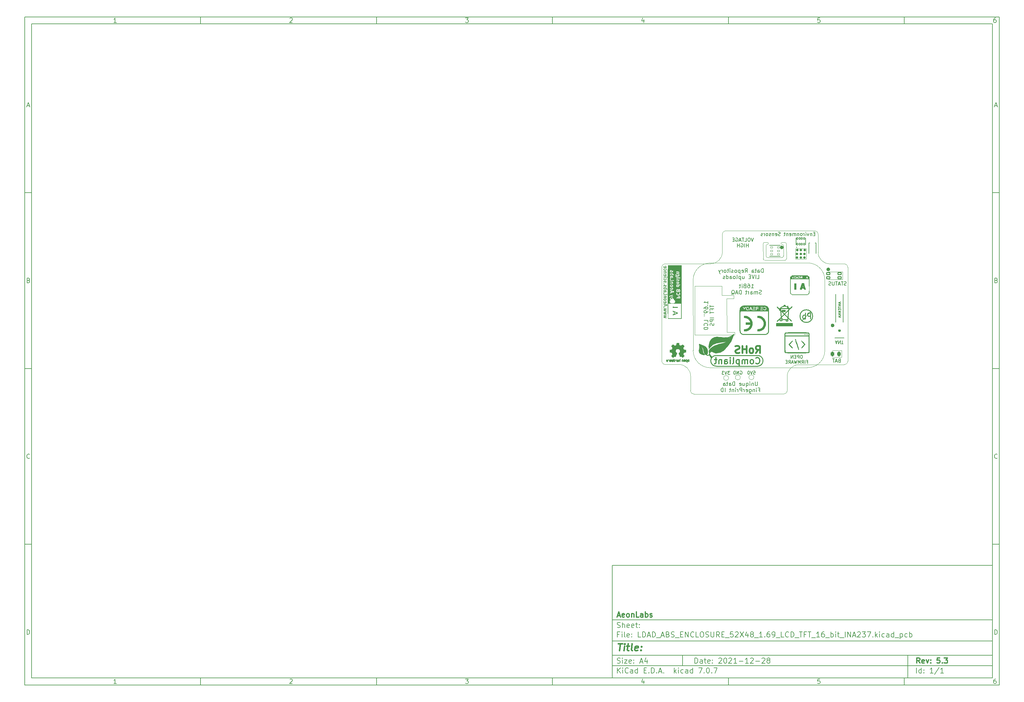
<source format=gbr>
G04 #@! TF.GenerationSoftware,KiCad,Pcbnew,7.0.7*
G04 #@! TF.CreationDate,2023-10-12T17:33:54+02:00*
G04 #@! TF.ProjectId,LDAD_ABS_ENCLOSURE_52X48_1.69_LCD_TFT_16_bit_INA237,4c444144-5f41-4425-935f-454e434c4f53,5.3*
G04 #@! TF.SameCoordinates,Original*
G04 #@! TF.FileFunction,Legend,Bot*
G04 #@! TF.FilePolarity,Positive*
%FSLAX46Y46*%
G04 Gerber Fmt 4.6, Leading zero omitted, Abs format (unit mm)*
G04 Created by KiCad (PCBNEW 7.0.7) date 2023-10-12 17:33:54*
%MOMM*%
%LPD*%
G01*
G04 APERTURE LIST*
G04 Aperture macros list*
%AMRoundRect*
0 Rectangle with rounded corners*
0 $1 Rounding radius*
0 $2 $3 $4 $5 $6 $7 $8 $9 X,Y pos of 4 corners*
0 Add a 4 corners polygon primitive as box body*
4,1,4,$2,$3,$4,$5,$6,$7,$8,$9,$2,$3,0*
0 Add four circle primitives for the rounded corners*
1,1,$1+$1,$2,$3*
1,1,$1+$1,$4,$5*
1,1,$1+$1,$6,$7*
1,1,$1+$1,$8,$9*
0 Add four rect primitives between the rounded corners*
20,1,$1+$1,$2,$3,$4,$5,0*
20,1,$1+$1,$4,$5,$6,$7,0*
20,1,$1+$1,$6,$7,$8,$9,0*
20,1,$1+$1,$8,$9,$2,$3,0*%
G04 Aperture macros list end*
%ADD10C,0.100000*%
%ADD11C,0.150000*%
%ADD12C,0.300000*%
%ADD13C,0.400000*%
%ADD14C,0.600000*%
%ADD15C,0.200000*%
%ADD16C,0.350000*%
%ADD17C,0.500000*%
%ADD18C,0.254000*%
%ADD19C,0.127000*%
%ADD20C,0.050000*%
%ADD21C,0.381000*%
%ADD22C,0.120000*%
%ADD23C,0.508000*%
%ADD24C,0.010000*%
%ADD25C,2.800000*%
%ADD26C,0.650000*%
%ADD27O,2.100000X1.000000*%
%ADD28O,1.600000X1.000000*%
%ADD29R,1.100000X2.250000*%
%ADD30R,1.050000X1.100000*%
%ADD31RoundRect,0.175000X-0.175000X0.175000X-0.175000X-0.175000X0.175000X-0.175000X0.175000X0.175000X0*%
%ADD32R,2.100000X1.400000*%
%ADD33C,1.000000*%
%ADD34R,0.800000X1.100000*%
%ADD35R,1.000000X1.100000*%
%ADD36RoundRect,0.037100X0.317900X0.227900X-0.317900X0.227900X-0.317900X-0.227900X0.317900X-0.227900X0*%
%ADD37RoundRect,0.124800X0.475200X0.275200X-0.475200X0.275200X-0.475200X-0.275200X0.475200X-0.275200X0*%
%ADD38R,2.800000X0.300000*%
%ADD39RoundRect,0.243750X0.243750X0.456250X-0.243750X0.456250X-0.243750X-0.456250X0.243750X-0.456250X0*%
%ADD40RoundRect,0.102000X-0.175000X0.250000X-0.175000X-0.250000X0.175000X-0.250000X0.175000X0.250000X0*%
G04 #@! TA.AperFunction,Profile*
%ADD41C,0.100000*%
G04 #@! TD*
G04 #@! TA.AperFunction,Profile*
%ADD42C,0.120000*%
G04 #@! TD*
G04 APERTURE END LIST*
D10*
D11*
X177002200Y-166007200D02*
X285002200Y-166007200D01*
X285002200Y-198007200D01*
X177002200Y-198007200D01*
X177002200Y-166007200D01*
D10*
D11*
X10000000Y-10000000D02*
X287002200Y-10000000D01*
X287002200Y-200007200D01*
X10000000Y-200007200D01*
X10000000Y-10000000D01*
D10*
D11*
X12000000Y-12000000D02*
X285002200Y-12000000D01*
X285002200Y-198007200D01*
X12000000Y-198007200D01*
X12000000Y-12000000D01*
D10*
D11*
X60000000Y-12000000D02*
X60000000Y-10000000D01*
D10*
D11*
X110000000Y-12000000D02*
X110000000Y-10000000D01*
D10*
D11*
X160000000Y-12000000D02*
X160000000Y-10000000D01*
D10*
D11*
X210000000Y-12000000D02*
X210000000Y-10000000D01*
D10*
D11*
X260000000Y-12000000D02*
X260000000Y-10000000D01*
D10*
D11*
X36089160Y-11593604D02*
X35346303Y-11593604D01*
X35717731Y-11593604D02*
X35717731Y-10293604D01*
X35717731Y-10293604D02*
X35593922Y-10479319D01*
X35593922Y-10479319D02*
X35470112Y-10603128D01*
X35470112Y-10603128D02*
X35346303Y-10665033D01*
D10*
D11*
X85346303Y-10417414D02*
X85408207Y-10355509D01*
X85408207Y-10355509D02*
X85532017Y-10293604D01*
X85532017Y-10293604D02*
X85841541Y-10293604D01*
X85841541Y-10293604D02*
X85965350Y-10355509D01*
X85965350Y-10355509D02*
X86027255Y-10417414D01*
X86027255Y-10417414D02*
X86089160Y-10541223D01*
X86089160Y-10541223D02*
X86089160Y-10665033D01*
X86089160Y-10665033D02*
X86027255Y-10850747D01*
X86027255Y-10850747D02*
X85284398Y-11593604D01*
X85284398Y-11593604D02*
X86089160Y-11593604D01*
D10*
D11*
X135284398Y-10293604D02*
X136089160Y-10293604D01*
X136089160Y-10293604D02*
X135655826Y-10788842D01*
X135655826Y-10788842D02*
X135841541Y-10788842D01*
X135841541Y-10788842D02*
X135965350Y-10850747D01*
X135965350Y-10850747D02*
X136027255Y-10912652D01*
X136027255Y-10912652D02*
X136089160Y-11036461D01*
X136089160Y-11036461D02*
X136089160Y-11345985D01*
X136089160Y-11345985D02*
X136027255Y-11469795D01*
X136027255Y-11469795D02*
X135965350Y-11531700D01*
X135965350Y-11531700D02*
X135841541Y-11593604D01*
X135841541Y-11593604D02*
X135470112Y-11593604D01*
X135470112Y-11593604D02*
X135346303Y-11531700D01*
X135346303Y-11531700D02*
X135284398Y-11469795D01*
D10*
D11*
X185965350Y-10726938D02*
X185965350Y-11593604D01*
X185655826Y-10231700D02*
X185346303Y-11160271D01*
X185346303Y-11160271D02*
X186151064Y-11160271D01*
D10*
D11*
X236027255Y-10293604D02*
X235408207Y-10293604D01*
X235408207Y-10293604D02*
X235346303Y-10912652D01*
X235346303Y-10912652D02*
X235408207Y-10850747D01*
X235408207Y-10850747D02*
X235532017Y-10788842D01*
X235532017Y-10788842D02*
X235841541Y-10788842D01*
X235841541Y-10788842D02*
X235965350Y-10850747D01*
X235965350Y-10850747D02*
X236027255Y-10912652D01*
X236027255Y-10912652D02*
X236089160Y-11036461D01*
X236089160Y-11036461D02*
X236089160Y-11345985D01*
X236089160Y-11345985D02*
X236027255Y-11469795D01*
X236027255Y-11469795D02*
X235965350Y-11531700D01*
X235965350Y-11531700D02*
X235841541Y-11593604D01*
X235841541Y-11593604D02*
X235532017Y-11593604D01*
X235532017Y-11593604D02*
X235408207Y-11531700D01*
X235408207Y-11531700D02*
X235346303Y-11469795D01*
D10*
D11*
X285965350Y-10293604D02*
X285717731Y-10293604D01*
X285717731Y-10293604D02*
X285593922Y-10355509D01*
X285593922Y-10355509D02*
X285532017Y-10417414D01*
X285532017Y-10417414D02*
X285408207Y-10603128D01*
X285408207Y-10603128D02*
X285346303Y-10850747D01*
X285346303Y-10850747D02*
X285346303Y-11345985D01*
X285346303Y-11345985D02*
X285408207Y-11469795D01*
X285408207Y-11469795D02*
X285470112Y-11531700D01*
X285470112Y-11531700D02*
X285593922Y-11593604D01*
X285593922Y-11593604D02*
X285841541Y-11593604D01*
X285841541Y-11593604D02*
X285965350Y-11531700D01*
X285965350Y-11531700D02*
X286027255Y-11469795D01*
X286027255Y-11469795D02*
X286089160Y-11345985D01*
X286089160Y-11345985D02*
X286089160Y-11036461D01*
X286089160Y-11036461D02*
X286027255Y-10912652D01*
X286027255Y-10912652D02*
X285965350Y-10850747D01*
X285965350Y-10850747D02*
X285841541Y-10788842D01*
X285841541Y-10788842D02*
X285593922Y-10788842D01*
X285593922Y-10788842D02*
X285470112Y-10850747D01*
X285470112Y-10850747D02*
X285408207Y-10912652D01*
X285408207Y-10912652D02*
X285346303Y-11036461D01*
D10*
D11*
X60000000Y-198007200D02*
X60000000Y-200007200D01*
D10*
D11*
X110000000Y-198007200D02*
X110000000Y-200007200D01*
D10*
D11*
X160000000Y-198007200D02*
X160000000Y-200007200D01*
D10*
D11*
X210000000Y-198007200D02*
X210000000Y-200007200D01*
D10*
D11*
X260000000Y-198007200D02*
X260000000Y-200007200D01*
D10*
D11*
X36089160Y-199600804D02*
X35346303Y-199600804D01*
X35717731Y-199600804D02*
X35717731Y-198300804D01*
X35717731Y-198300804D02*
X35593922Y-198486519D01*
X35593922Y-198486519D02*
X35470112Y-198610328D01*
X35470112Y-198610328D02*
X35346303Y-198672233D01*
D10*
D11*
X85346303Y-198424614D02*
X85408207Y-198362709D01*
X85408207Y-198362709D02*
X85532017Y-198300804D01*
X85532017Y-198300804D02*
X85841541Y-198300804D01*
X85841541Y-198300804D02*
X85965350Y-198362709D01*
X85965350Y-198362709D02*
X86027255Y-198424614D01*
X86027255Y-198424614D02*
X86089160Y-198548423D01*
X86089160Y-198548423D02*
X86089160Y-198672233D01*
X86089160Y-198672233D02*
X86027255Y-198857947D01*
X86027255Y-198857947D02*
X85284398Y-199600804D01*
X85284398Y-199600804D02*
X86089160Y-199600804D01*
D10*
D11*
X135284398Y-198300804D02*
X136089160Y-198300804D01*
X136089160Y-198300804D02*
X135655826Y-198796042D01*
X135655826Y-198796042D02*
X135841541Y-198796042D01*
X135841541Y-198796042D02*
X135965350Y-198857947D01*
X135965350Y-198857947D02*
X136027255Y-198919852D01*
X136027255Y-198919852D02*
X136089160Y-199043661D01*
X136089160Y-199043661D02*
X136089160Y-199353185D01*
X136089160Y-199353185D02*
X136027255Y-199476995D01*
X136027255Y-199476995D02*
X135965350Y-199538900D01*
X135965350Y-199538900D02*
X135841541Y-199600804D01*
X135841541Y-199600804D02*
X135470112Y-199600804D01*
X135470112Y-199600804D02*
X135346303Y-199538900D01*
X135346303Y-199538900D02*
X135284398Y-199476995D01*
D10*
D11*
X185965350Y-198734138D02*
X185965350Y-199600804D01*
X185655826Y-198238900D02*
X185346303Y-199167471D01*
X185346303Y-199167471D02*
X186151064Y-199167471D01*
D10*
D11*
X236027255Y-198300804D02*
X235408207Y-198300804D01*
X235408207Y-198300804D02*
X235346303Y-198919852D01*
X235346303Y-198919852D02*
X235408207Y-198857947D01*
X235408207Y-198857947D02*
X235532017Y-198796042D01*
X235532017Y-198796042D02*
X235841541Y-198796042D01*
X235841541Y-198796042D02*
X235965350Y-198857947D01*
X235965350Y-198857947D02*
X236027255Y-198919852D01*
X236027255Y-198919852D02*
X236089160Y-199043661D01*
X236089160Y-199043661D02*
X236089160Y-199353185D01*
X236089160Y-199353185D02*
X236027255Y-199476995D01*
X236027255Y-199476995D02*
X235965350Y-199538900D01*
X235965350Y-199538900D02*
X235841541Y-199600804D01*
X235841541Y-199600804D02*
X235532017Y-199600804D01*
X235532017Y-199600804D02*
X235408207Y-199538900D01*
X235408207Y-199538900D02*
X235346303Y-199476995D01*
D10*
D11*
X285965350Y-198300804D02*
X285717731Y-198300804D01*
X285717731Y-198300804D02*
X285593922Y-198362709D01*
X285593922Y-198362709D02*
X285532017Y-198424614D01*
X285532017Y-198424614D02*
X285408207Y-198610328D01*
X285408207Y-198610328D02*
X285346303Y-198857947D01*
X285346303Y-198857947D02*
X285346303Y-199353185D01*
X285346303Y-199353185D02*
X285408207Y-199476995D01*
X285408207Y-199476995D02*
X285470112Y-199538900D01*
X285470112Y-199538900D02*
X285593922Y-199600804D01*
X285593922Y-199600804D02*
X285841541Y-199600804D01*
X285841541Y-199600804D02*
X285965350Y-199538900D01*
X285965350Y-199538900D02*
X286027255Y-199476995D01*
X286027255Y-199476995D02*
X286089160Y-199353185D01*
X286089160Y-199353185D02*
X286089160Y-199043661D01*
X286089160Y-199043661D02*
X286027255Y-198919852D01*
X286027255Y-198919852D02*
X285965350Y-198857947D01*
X285965350Y-198857947D02*
X285841541Y-198796042D01*
X285841541Y-198796042D02*
X285593922Y-198796042D01*
X285593922Y-198796042D02*
X285470112Y-198857947D01*
X285470112Y-198857947D02*
X285408207Y-198919852D01*
X285408207Y-198919852D02*
X285346303Y-199043661D01*
D10*
D11*
X10000000Y-60000000D02*
X12000000Y-60000000D01*
D10*
D11*
X10000000Y-110000000D02*
X12000000Y-110000000D01*
D10*
D11*
X10000000Y-160000000D02*
X12000000Y-160000000D01*
D10*
D11*
X10690476Y-35222176D02*
X11309523Y-35222176D01*
X10566666Y-35593604D02*
X10999999Y-34293604D01*
X10999999Y-34293604D02*
X11433333Y-35593604D01*
D10*
D11*
X11092857Y-84912652D02*
X11278571Y-84974557D01*
X11278571Y-84974557D02*
X11340476Y-85036461D01*
X11340476Y-85036461D02*
X11402380Y-85160271D01*
X11402380Y-85160271D02*
X11402380Y-85345985D01*
X11402380Y-85345985D02*
X11340476Y-85469795D01*
X11340476Y-85469795D02*
X11278571Y-85531700D01*
X11278571Y-85531700D02*
X11154761Y-85593604D01*
X11154761Y-85593604D02*
X10659523Y-85593604D01*
X10659523Y-85593604D02*
X10659523Y-84293604D01*
X10659523Y-84293604D02*
X11092857Y-84293604D01*
X11092857Y-84293604D02*
X11216666Y-84355509D01*
X11216666Y-84355509D02*
X11278571Y-84417414D01*
X11278571Y-84417414D02*
X11340476Y-84541223D01*
X11340476Y-84541223D02*
X11340476Y-84665033D01*
X11340476Y-84665033D02*
X11278571Y-84788842D01*
X11278571Y-84788842D02*
X11216666Y-84850747D01*
X11216666Y-84850747D02*
X11092857Y-84912652D01*
X11092857Y-84912652D02*
X10659523Y-84912652D01*
D10*
D11*
X11402380Y-135469795D02*
X11340476Y-135531700D01*
X11340476Y-135531700D02*
X11154761Y-135593604D01*
X11154761Y-135593604D02*
X11030952Y-135593604D01*
X11030952Y-135593604D02*
X10845238Y-135531700D01*
X10845238Y-135531700D02*
X10721428Y-135407890D01*
X10721428Y-135407890D02*
X10659523Y-135284080D01*
X10659523Y-135284080D02*
X10597619Y-135036461D01*
X10597619Y-135036461D02*
X10597619Y-134850747D01*
X10597619Y-134850747D02*
X10659523Y-134603128D01*
X10659523Y-134603128D02*
X10721428Y-134479319D01*
X10721428Y-134479319D02*
X10845238Y-134355509D01*
X10845238Y-134355509D02*
X11030952Y-134293604D01*
X11030952Y-134293604D02*
X11154761Y-134293604D01*
X11154761Y-134293604D02*
X11340476Y-134355509D01*
X11340476Y-134355509D02*
X11402380Y-134417414D01*
D10*
D11*
X10659523Y-185593604D02*
X10659523Y-184293604D01*
X10659523Y-184293604D02*
X10969047Y-184293604D01*
X10969047Y-184293604D02*
X11154761Y-184355509D01*
X11154761Y-184355509D02*
X11278571Y-184479319D01*
X11278571Y-184479319D02*
X11340476Y-184603128D01*
X11340476Y-184603128D02*
X11402380Y-184850747D01*
X11402380Y-184850747D02*
X11402380Y-185036461D01*
X11402380Y-185036461D02*
X11340476Y-185284080D01*
X11340476Y-185284080D02*
X11278571Y-185407890D01*
X11278571Y-185407890D02*
X11154761Y-185531700D01*
X11154761Y-185531700D02*
X10969047Y-185593604D01*
X10969047Y-185593604D02*
X10659523Y-185593604D01*
D10*
D11*
X287002200Y-60000000D02*
X285002200Y-60000000D01*
D10*
D11*
X287002200Y-110000000D02*
X285002200Y-110000000D01*
D10*
D11*
X287002200Y-160000000D02*
X285002200Y-160000000D01*
D10*
D11*
X285692676Y-35222176D02*
X286311723Y-35222176D01*
X285568866Y-35593604D02*
X286002199Y-34293604D01*
X286002199Y-34293604D02*
X286435533Y-35593604D01*
D10*
D11*
X286095057Y-84912652D02*
X286280771Y-84974557D01*
X286280771Y-84974557D02*
X286342676Y-85036461D01*
X286342676Y-85036461D02*
X286404580Y-85160271D01*
X286404580Y-85160271D02*
X286404580Y-85345985D01*
X286404580Y-85345985D02*
X286342676Y-85469795D01*
X286342676Y-85469795D02*
X286280771Y-85531700D01*
X286280771Y-85531700D02*
X286156961Y-85593604D01*
X286156961Y-85593604D02*
X285661723Y-85593604D01*
X285661723Y-85593604D02*
X285661723Y-84293604D01*
X285661723Y-84293604D02*
X286095057Y-84293604D01*
X286095057Y-84293604D02*
X286218866Y-84355509D01*
X286218866Y-84355509D02*
X286280771Y-84417414D01*
X286280771Y-84417414D02*
X286342676Y-84541223D01*
X286342676Y-84541223D02*
X286342676Y-84665033D01*
X286342676Y-84665033D02*
X286280771Y-84788842D01*
X286280771Y-84788842D02*
X286218866Y-84850747D01*
X286218866Y-84850747D02*
X286095057Y-84912652D01*
X286095057Y-84912652D02*
X285661723Y-84912652D01*
D10*
D11*
X286404580Y-135469795D02*
X286342676Y-135531700D01*
X286342676Y-135531700D02*
X286156961Y-135593604D01*
X286156961Y-135593604D02*
X286033152Y-135593604D01*
X286033152Y-135593604D02*
X285847438Y-135531700D01*
X285847438Y-135531700D02*
X285723628Y-135407890D01*
X285723628Y-135407890D02*
X285661723Y-135284080D01*
X285661723Y-135284080D02*
X285599819Y-135036461D01*
X285599819Y-135036461D02*
X285599819Y-134850747D01*
X285599819Y-134850747D02*
X285661723Y-134603128D01*
X285661723Y-134603128D02*
X285723628Y-134479319D01*
X285723628Y-134479319D02*
X285847438Y-134355509D01*
X285847438Y-134355509D02*
X286033152Y-134293604D01*
X286033152Y-134293604D02*
X286156961Y-134293604D01*
X286156961Y-134293604D02*
X286342676Y-134355509D01*
X286342676Y-134355509D02*
X286404580Y-134417414D01*
D10*
D11*
X285661723Y-185593604D02*
X285661723Y-184293604D01*
X285661723Y-184293604D02*
X285971247Y-184293604D01*
X285971247Y-184293604D02*
X286156961Y-184355509D01*
X286156961Y-184355509D02*
X286280771Y-184479319D01*
X286280771Y-184479319D02*
X286342676Y-184603128D01*
X286342676Y-184603128D02*
X286404580Y-184850747D01*
X286404580Y-184850747D02*
X286404580Y-185036461D01*
X286404580Y-185036461D02*
X286342676Y-185284080D01*
X286342676Y-185284080D02*
X286280771Y-185407890D01*
X286280771Y-185407890D02*
X286156961Y-185531700D01*
X286156961Y-185531700D02*
X285971247Y-185593604D01*
X285971247Y-185593604D02*
X285661723Y-185593604D01*
D10*
D11*
X200458026Y-193793328D02*
X200458026Y-192293328D01*
X200458026Y-192293328D02*
X200815169Y-192293328D01*
X200815169Y-192293328D02*
X201029455Y-192364757D01*
X201029455Y-192364757D02*
X201172312Y-192507614D01*
X201172312Y-192507614D02*
X201243741Y-192650471D01*
X201243741Y-192650471D02*
X201315169Y-192936185D01*
X201315169Y-192936185D02*
X201315169Y-193150471D01*
X201315169Y-193150471D02*
X201243741Y-193436185D01*
X201243741Y-193436185D02*
X201172312Y-193579042D01*
X201172312Y-193579042D02*
X201029455Y-193721900D01*
X201029455Y-193721900D02*
X200815169Y-193793328D01*
X200815169Y-193793328D02*
X200458026Y-193793328D01*
X202600884Y-193793328D02*
X202600884Y-193007614D01*
X202600884Y-193007614D02*
X202529455Y-192864757D01*
X202529455Y-192864757D02*
X202386598Y-192793328D01*
X202386598Y-192793328D02*
X202100884Y-192793328D01*
X202100884Y-192793328D02*
X201958026Y-192864757D01*
X202600884Y-193721900D02*
X202458026Y-193793328D01*
X202458026Y-193793328D02*
X202100884Y-193793328D01*
X202100884Y-193793328D02*
X201958026Y-193721900D01*
X201958026Y-193721900D02*
X201886598Y-193579042D01*
X201886598Y-193579042D02*
X201886598Y-193436185D01*
X201886598Y-193436185D02*
X201958026Y-193293328D01*
X201958026Y-193293328D02*
X202100884Y-193221900D01*
X202100884Y-193221900D02*
X202458026Y-193221900D01*
X202458026Y-193221900D02*
X202600884Y-193150471D01*
X203100884Y-192793328D02*
X203672312Y-192793328D01*
X203315169Y-192293328D02*
X203315169Y-193579042D01*
X203315169Y-193579042D02*
X203386598Y-193721900D01*
X203386598Y-193721900D02*
X203529455Y-193793328D01*
X203529455Y-193793328D02*
X203672312Y-193793328D01*
X204743741Y-193721900D02*
X204600884Y-193793328D01*
X204600884Y-193793328D02*
X204315170Y-193793328D01*
X204315170Y-193793328D02*
X204172312Y-193721900D01*
X204172312Y-193721900D02*
X204100884Y-193579042D01*
X204100884Y-193579042D02*
X204100884Y-193007614D01*
X204100884Y-193007614D02*
X204172312Y-192864757D01*
X204172312Y-192864757D02*
X204315170Y-192793328D01*
X204315170Y-192793328D02*
X204600884Y-192793328D01*
X204600884Y-192793328D02*
X204743741Y-192864757D01*
X204743741Y-192864757D02*
X204815170Y-193007614D01*
X204815170Y-193007614D02*
X204815170Y-193150471D01*
X204815170Y-193150471D02*
X204100884Y-193293328D01*
X205458026Y-193650471D02*
X205529455Y-193721900D01*
X205529455Y-193721900D02*
X205458026Y-193793328D01*
X205458026Y-193793328D02*
X205386598Y-193721900D01*
X205386598Y-193721900D02*
X205458026Y-193650471D01*
X205458026Y-193650471D02*
X205458026Y-193793328D01*
X205458026Y-192864757D02*
X205529455Y-192936185D01*
X205529455Y-192936185D02*
X205458026Y-193007614D01*
X205458026Y-193007614D02*
X205386598Y-192936185D01*
X205386598Y-192936185D02*
X205458026Y-192864757D01*
X205458026Y-192864757D02*
X205458026Y-193007614D01*
X207243741Y-192436185D02*
X207315169Y-192364757D01*
X207315169Y-192364757D02*
X207458027Y-192293328D01*
X207458027Y-192293328D02*
X207815169Y-192293328D01*
X207815169Y-192293328D02*
X207958027Y-192364757D01*
X207958027Y-192364757D02*
X208029455Y-192436185D01*
X208029455Y-192436185D02*
X208100884Y-192579042D01*
X208100884Y-192579042D02*
X208100884Y-192721900D01*
X208100884Y-192721900D02*
X208029455Y-192936185D01*
X208029455Y-192936185D02*
X207172312Y-193793328D01*
X207172312Y-193793328D02*
X208100884Y-193793328D01*
X209029455Y-192293328D02*
X209172312Y-192293328D01*
X209172312Y-192293328D02*
X209315169Y-192364757D01*
X209315169Y-192364757D02*
X209386598Y-192436185D01*
X209386598Y-192436185D02*
X209458026Y-192579042D01*
X209458026Y-192579042D02*
X209529455Y-192864757D01*
X209529455Y-192864757D02*
X209529455Y-193221900D01*
X209529455Y-193221900D02*
X209458026Y-193507614D01*
X209458026Y-193507614D02*
X209386598Y-193650471D01*
X209386598Y-193650471D02*
X209315169Y-193721900D01*
X209315169Y-193721900D02*
X209172312Y-193793328D01*
X209172312Y-193793328D02*
X209029455Y-193793328D01*
X209029455Y-193793328D02*
X208886598Y-193721900D01*
X208886598Y-193721900D02*
X208815169Y-193650471D01*
X208815169Y-193650471D02*
X208743740Y-193507614D01*
X208743740Y-193507614D02*
X208672312Y-193221900D01*
X208672312Y-193221900D02*
X208672312Y-192864757D01*
X208672312Y-192864757D02*
X208743740Y-192579042D01*
X208743740Y-192579042D02*
X208815169Y-192436185D01*
X208815169Y-192436185D02*
X208886598Y-192364757D01*
X208886598Y-192364757D02*
X209029455Y-192293328D01*
X210100883Y-192436185D02*
X210172311Y-192364757D01*
X210172311Y-192364757D02*
X210315169Y-192293328D01*
X210315169Y-192293328D02*
X210672311Y-192293328D01*
X210672311Y-192293328D02*
X210815169Y-192364757D01*
X210815169Y-192364757D02*
X210886597Y-192436185D01*
X210886597Y-192436185D02*
X210958026Y-192579042D01*
X210958026Y-192579042D02*
X210958026Y-192721900D01*
X210958026Y-192721900D02*
X210886597Y-192936185D01*
X210886597Y-192936185D02*
X210029454Y-193793328D01*
X210029454Y-193793328D02*
X210958026Y-193793328D01*
X212386597Y-193793328D02*
X211529454Y-193793328D01*
X211958025Y-193793328D02*
X211958025Y-192293328D01*
X211958025Y-192293328D02*
X211815168Y-192507614D01*
X211815168Y-192507614D02*
X211672311Y-192650471D01*
X211672311Y-192650471D02*
X211529454Y-192721900D01*
X213029453Y-193221900D02*
X214172311Y-193221900D01*
X215672311Y-193793328D02*
X214815168Y-193793328D01*
X215243739Y-193793328D02*
X215243739Y-192293328D01*
X215243739Y-192293328D02*
X215100882Y-192507614D01*
X215100882Y-192507614D02*
X214958025Y-192650471D01*
X214958025Y-192650471D02*
X214815168Y-192721900D01*
X216243739Y-192436185D02*
X216315167Y-192364757D01*
X216315167Y-192364757D02*
X216458025Y-192293328D01*
X216458025Y-192293328D02*
X216815167Y-192293328D01*
X216815167Y-192293328D02*
X216958025Y-192364757D01*
X216958025Y-192364757D02*
X217029453Y-192436185D01*
X217029453Y-192436185D02*
X217100882Y-192579042D01*
X217100882Y-192579042D02*
X217100882Y-192721900D01*
X217100882Y-192721900D02*
X217029453Y-192936185D01*
X217029453Y-192936185D02*
X216172310Y-193793328D01*
X216172310Y-193793328D02*
X217100882Y-193793328D01*
X217743738Y-193221900D02*
X218886596Y-193221900D01*
X219529453Y-192436185D02*
X219600881Y-192364757D01*
X219600881Y-192364757D02*
X219743739Y-192293328D01*
X219743739Y-192293328D02*
X220100881Y-192293328D01*
X220100881Y-192293328D02*
X220243739Y-192364757D01*
X220243739Y-192364757D02*
X220315167Y-192436185D01*
X220315167Y-192436185D02*
X220386596Y-192579042D01*
X220386596Y-192579042D02*
X220386596Y-192721900D01*
X220386596Y-192721900D02*
X220315167Y-192936185D01*
X220315167Y-192936185D02*
X219458024Y-193793328D01*
X219458024Y-193793328D02*
X220386596Y-193793328D01*
X221243738Y-192936185D02*
X221100881Y-192864757D01*
X221100881Y-192864757D02*
X221029452Y-192793328D01*
X221029452Y-192793328D02*
X220958024Y-192650471D01*
X220958024Y-192650471D02*
X220958024Y-192579042D01*
X220958024Y-192579042D02*
X221029452Y-192436185D01*
X221029452Y-192436185D02*
X221100881Y-192364757D01*
X221100881Y-192364757D02*
X221243738Y-192293328D01*
X221243738Y-192293328D02*
X221529452Y-192293328D01*
X221529452Y-192293328D02*
X221672310Y-192364757D01*
X221672310Y-192364757D02*
X221743738Y-192436185D01*
X221743738Y-192436185D02*
X221815167Y-192579042D01*
X221815167Y-192579042D02*
X221815167Y-192650471D01*
X221815167Y-192650471D02*
X221743738Y-192793328D01*
X221743738Y-192793328D02*
X221672310Y-192864757D01*
X221672310Y-192864757D02*
X221529452Y-192936185D01*
X221529452Y-192936185D02*
X221243738Y-192936185D01*
X221243738Y-192936185D02*
X221100881Y-193007614D01*
X221100881Y-193007614D02*
X221029452Y-193079042D01*
X221029452Y-193079042D02*
X220958024Y-193221900D01*
X220958024Y-193221900D02*
X220958024Y-193507614D01*
X220958024Y-193507614D02*
X221029452Y-193650471D01*
X221029452Y-193650471D02*
X221100881Y-193721900D01*
X221100881Y-193721900D02*
X221243738Y-193793328D01*
X221243738Y-193793328D02*
X221529452Y-193793328D01*
X221529452Y-193793328D02*
X221672310Y-193721900D01*
X221672310Y-193721900D02*
X221743738Y-193650471D01*
X221743738Y-193650471D02*
X221815167Y-193507614D01*
X221815167Y-193507614D02*
X221815167Y-193221900D01*
X221815167Y-193221900D02*
X221743738Y-193079042D01*
X221743738Y-193079042D02*
X221672310Y-193007614D01*
X221672310Y-193007614D02*
X221529452Y-192936185D01*
D10*
D11*
X177002200Y-194507200D02*
X285002200Y-194507200D01*
D10*
D11*
X178458026Y-196593328D02*
X178458026Y-195093328D01*
X179315169Y-196593328D02*
X178672312Y-195736185D01*
X179315169Y-195093328D02*
X178458026Y-195950471D01*
X179958026Y-196593328D02*
X179958026Y-195593328D01*
X179958026Y-195093328D02*
X179886598Y-195164757D01*
X179886598Y-195164757D02*
X179958026Y-195236185D01*
X179958026Y-195236185D02*
X180029455Y-195164757D01*
X180029455Y-195164757D02*
X179958026Y-195093328D01*
X179958026Y-195093328D02*
X179958026Y-195236185D01*
X181529455Y-196450471D02*
X181458027Y-196521900D01*
X181458027Y-196521900D02*
X181243741Y-196593328D01*
X181243741Y-196593328D02*
X181100884Y-196593328D01*
X181100884Y-196593328D02*
X180886598Y-196521900D01*
X180886598Y-196521900D02*
X180743741Y-196379042D01*
X180743741Y-196379042D02*
X180672312Y-196236185D01*
X180672312Y-196236185D02*
X180600884Y-195950471D01*
X180600884Y-195950471D02*
X180600884Y-195736185D01*
X180600884Y-195736185D02*
X180672312Y-195450471D01*
X180672312Y-195450471D02*
X180743741Y-195307614D01*
X180743741Y-195307614D02*
X180886598Y-195164757D01*
X180886598Y-195164757D02*
X181100884Y-195093328D01*
X181100884Y-195093328D02*
X181243741Y-195093328D01*
X181243741Y-195093328D02*
X181458027Y-195164757D01*
X181458027Y-195164757D02*
X181529455Y-195236185D01*
X182815170Y-196593328D02*
X182815170Y-195807614D01*
X182815170Y-195807614D02*
X182743741Y-195664757D01*
X182743741Y-195664757D02*
X182600884Y-195593328D01*
X182600884Y-195593328D02*
X182315170Y-195593328D01*
X182315170Y-195593328D02*
X182172312Y-195664757D01*
X182815170Y-196521900D02*
X182672312Y-196593328D01*
X182672312Y-196593328D02*
X182315170Y-196593328D01*
X182315170Y-196593328D02*
X182172312Y-196521900D01*
X182172312Y-196521900D02*
X182100884Y-196379042D01*
X182100884Y-196379042D02*
X182100884Y-196236185D01*
X182100884Y-196236185D02*
X182172312Y-196093328D01*
X182172312Y-196093328D02*
X182315170Y-196021900D01*
X182315170Y-196021900D02*
X182672312Y-196021900D01*
X182672312Y-196021900D02*
X182815170Y-195950471D01*
X184172313Y-196593328D02*
X184172313Y-195093328D01*
X184172313Y-196521900D02*
X184029455Y-196593328D01*
X184029455Y-196593328D02*
X183743741Y-196593328D01*
X183743741Y-196593328D02*
X183600884Y-196521900D01*
X183600884Y-196521900D02*
X183529455Y-196450471D01*
X183529455Y-196450471D02*
X183458027Y-196307614D01*
X183458027Y-196307614D02*
X183458027Y-195879042D01*
X183458027Y-195879042D02*
X183529455Y-195736185D01*
X183529455Y-195736185D02*
X183600884Y-195664757D01*
X183600884Y-195664757D02*
X183743741Y-195593328D01*
X183743741Y-195593328D02*
X184029455Y-195593328D01*
X184029455Y-195593328D02*
X184172313Y-195664757D01*
X186029455Y-195807614D02*
X186529455Y-195807614D01*
X186743741Y-196593328D02*
X186029455Y-196593328D01*
X186029455Y-196593328D02*
X186029455Y-195093328D01*
X186029455Y-195093328D02*
X186743741Y-195093328D01*
X187386598Y-196450471D02*
X187458027Y-196521900D01*
X187458027Y-196521900D02*
X187386598Y-196593328D01*
X187386598Y-196593328D02*
X187315170Y-196521900D01*
X187315170Y-196521900D02*
X187386598Y-196450471D01*
X187386598Y-196450471D02*
X187386598Y-196593328D01*
X188100884Y-196593328D02*
X188100884Y-195093328D01*
X188100884Y-195093328D02*
X188458027Y-195093328D01*
X188458027Y-195093328D02*
X188672313Y-195164757D01*
X188672313Y-195164757D02*
X188815170Y-195307614D01*
X188815170Y-195307614D02*
X188886599Y-195450471D01*
X188886599Y-195450471D02*
X188958027Y-195736185D01*
X188958027Y-195736185D02*
X188958027Y-195950471D01*
X188958027Y-195950471D02*
X188886599Y-196236185D01*
X188886599Y-196236185D02*
X188815170Y-196379042D01*
X188815170Y-196379042D02*
X188672313Y-196521900D01*
X188672313Y-196521900D02*
X188458027Y-196593328D01*
X188458027Y-196593328D02*
X188100884Y-196593328D01*
X189600884Y-196450471D02*
X189672313Y-196521900D01*
X189672313Y-196521900D02*
X189600884Y-196593328D01*
X189600884Y-196593328D02*
X189529456Y-196521900D01*
X189529456Y-196521900D02*
X189600884Y-196450471D01*
X189600884Y-196450471D02*
X189600884Y-196593328D01*
X190243742Y-196164757D02*
X190958028Y-196164757D01*
X190100885Y-196593328D02*
X190600885Y-195093328D01*
X190600885Y-195093328D02*
X191100885Y-196593328D01*
X191600884Y-196450471D02*
X191672313Y-196521900D01*
X191672313Y-196521900D02*
X191600884Y-196593328D01*
X191600884Y-196593328D02*
X191529456Y-196521900D01*
X191529456Y-196521900D02*
X191600884Y-196450471D01*
X191600884Y-196450471D02*
X191600884Y-196593328D01*
X194600884Y-196593328D02*
X194600884Y-195093328D01*
X194743742Y-196021900D02*
X195172313Y-196593328D01*
X195172313Y-195593328D02*
X194600884Y-196164757D01*
X195815170Y-196593328D02*
X195815170Y-195593328D01*
X195815170Y-195093328D02*
X195743742Y-195164757D01*
X195743742Y-195164757D02*
X195815170Y-195236185D01*
X195815170Y-195236185D02*
X195886599Y-195164757D01*
X195886599Y-195164757D02*
X195815170Y-195093328D01*
X195815170Y-195093328D02*
X195815170Y-195236185D01*
X197172314Y-196521900D02*
X197029456Y-196593328D01*
X197029456Y-196593328D02*
X196743742Y-196593328D01*
X196743742Y-196593328D02*
X196600885Y-196521900D01*
X196600885Y-196521900D02*
X196529456Y-196450471D01*
X196529456Y-196450471D02*
X196458028Y-196307614D01*
X196458028Y-196307614D02*
X196458028Y-195879042D01*
X196458028Y-195879042D02*
X196529456Y-195736185D01*
X196529456Y-195736185D02*
X196600885Y-195664757D01*
X196600885Y-195664757D02*
X196743742Y-195593328D01*
X196743742Y-195593328D02*
X197029456Y-195593328D01*
X197029456Y-195593328D02*
X197172314Y-195664757D01*
X198458028Y-196593328D02*
X198458028Y-195807614D01*
X198458028Y-195807614D02*
X198386599Y-195664757D01*
X198386599Y-195664757D02*
X198243742Y-195593328D01*
X198243742Y-195593328D02*
X197958028Y-195593328D01*
X197958028Y-195593328D02*
X197815170Y-195664757D01*
X198458028Y-196521900D02*
X198315170Y-196593328D01*
X198315170Y-196593328D02*
X197958028Y-196593328D01*
X197958028Y-196593328D02*
X197815170Y-196521900D01*
X197815170Y-196521900D02*
X197743742Y-196379042D01*
X197743742Y-196379042D02*
X197743742Y-196236185D01*
X197743742Y-196236185D02*
X197815170Y-196093328D01*
X197815170Y-196093328D02*
X197958028Y-196021900D01*
X197958028Y-196021900D02*
X198315170Y-196021900D01*
X198315170Y-196021900D02*
X198458028Y-195950471D01*
X199815171Y-196593328D02*
X199815171Y-195093328D01*
X199815171Y-196521900D02*
X199672313Y-196593328D01*
X199672313Y-196593328D02*
X199386599Y-196593328D01*
X199386599Y-196593328D02*
X199243742Y-196521900D01*
X199243742Y-196521900D02*
X199172313Y-196450471D01*
X199172313Y-196450471D02*
X199100885Y-196307614D01*
X199100885Y-196307614D02*
X199100885Y-195879042D01*
X199100885Y-195879042D02*
X199172313Y-195736185D01*
X199172313Y-195736185D02*
X199243742Y-195664757D01*
X199243742Y-195664757D02*
X199386599Y-195593328D01*
X199386599Y-195593328D02*
X199672313Y-195593328D01*
X199672313Y-195593328D02*
X199815171Y-195664757D01*
X201529456Y-195093328D02*
X202529456Y-195093328D01*
X202529456Y-195093328D02*
X201886599Y-196593328D01*
X203100884Y-196450471D02*
X203172313Y-196521900D01*
X203172313Y-196521900D02*
X203100884Y-196593328D01*
X203100884Y-196593328D02*
X203029456Y-196521900D01*
X203029456Y-196521900D02*
X203100884Y-196450471D01*
X203100884Y-196450471D02*
X203100884Y-196593328D01*
X204100885Y-195093328D02*
X204243742Y-195093328D01*
X204243742Y-195093328D02*
X204386599Y-195164757D01*
X204386599Y-195164757D02*
X204458028Y-195236185D01*
X204458028Y-195236185D02*
X204529456Y-195379042D01*
X204529456Y-195379042D02*
X204600885Y-195664757D01*
X204600885Y-195664757D02*
X204600885Y-196021900D01*
X204600885Y-196021900D02*
X204529456Y-196307614D01*
X204529456Y-196307614D02*
X204458028Y-196450471D01*
X204458028Y-196450471D02*
X204386599Y-196521900D01*
X204386599Y-196521900D02*
X204243742Y-196593328D01*
X204243742Y-196593328D02*
X204100885Y-196593328D01*
X204100885Y-196593328D02*
X203958028Y-196521900D01*
X203958028Y-196521900D02*
X203886599Y-196450471D01*
X203886599Y-196450471D02*
X203815170Y-196307614D01*
X203815170Y-196307614D02*
X203743742Y-196021900D01*
X203743742Y-196021900D02*
X203743742Y-195664757D01*
X203743742Y-195664757D02*
X203815170Y-195379042D01*
X203815170Y-195379042D02*
X203886599Y-195236185D01*
X203886599Y-195236185D02*
X203958028Y-195164757D01*
X203958028Y-195164757D02*
X204100885Y-195093328D01*
X205243741Y-196450471D02*
X205315170Y-196521900D01*
X205315170Y-196521900D02*
X205243741Y-196593328D01*
X205243741Y-196593328D02*
X205172313Y-196521900D01*
X205172313Y-196521900D02*
X205243741Y-196450471D01*
X205243741Y-196450471D02*
X205243741Y-196593328D01*
X205815170Y-195093328D02*
X206815170Y-195093328D01*
X206815170Y-195093328D02*
X206172313Y-196593328D01*
D10*
D11*
X177002200Y-191507200D02*
X285002200Y-191507200D01*
D10*
D12*
X264413853Y-193785528D02*
X263913853Y-193071242D01*
X263556710Y-193785528D02*
X263556710Y-192285528D01*
X263556710Y-192285528D02*
X264128139Y-192285528D01*
X264128139Y-192285528D02*
X264270996Y-192356957D01*
X264270996Y-192356957D02*
X264342425Y-192428385D01*
X264342425Y-192428385D02*
X264413853Y-192571242D01*
X264413853Y-192571242D02*
X264413853Y-192785528D01*
X264413853Y-192785528D02*
X264342425Y-192928385D01*
X264342425Y-192928385D02*
X264270996Y-192999814D01*
X264270996Y-192999814D02*
X264128139Y-193071242D01*
X264128139Y-193071242D02*
X263556710Y-193071242D01*
X265628139Y-193714100D02*
X265485282Y-193785528D01*
X265485282Y-193785528D02*
X265199568Y-193785528D01*
X265199568Y-193785528D02*
X265056710Y-193714100D01*
X265056710Y-193714100D02*
X264985282Y-193571242D01*
X264985282Y-193571242D02*
X264985282Y-192999814D01*
X264985282Y-192999814D02*
X265056710Y-192856957D01*
X265056710Y-192856957D02*
X265199568Y-192785528D01*
X265199568Y-192785528D02*
X265485282Y-192785528D01*
X265485282Y-192785528D02*
X265628139Y-192856957D01*
X265628139Y-192856957D02*
X265699568Y-192999814D01*
X265699568Y-192999814D02*
X265699568Y-193142671D01*
X265699568Y-193142671D02*
X264985282Y-193285528D01*
X266199567Y-192785528D02*
X266556710Y-193785528D01*
X266556710Y-193785528D02*
X266913853Y-192785528D01*
X267485281Y-193642671D02*
X267556710Y-193714100D01*
X267556710Y-193714100D02*
X267485281Y-193785528D01*
X267485281Y-193785528D02*
X267413853Y-193714100D01*
X267413853Y-193714100D02*
X267485281Y-193642671D01*
X267485281Y-193642671D02*
X267485281Y-193785528D01*
X267485281Y-192856957D02*
X267556710Y-192928385D01*
X267556710Y-192928385D02*
X267485281Y-192999814D01*
X267485281Y-192999814D02*
X267413853Y-192928385D01*
X267413853Y-192928385D02*
X267485281Y-192856957D01*
X267485281Y-192856957D02*
X267485281Y-192999814D01*
X270056710Y-192285528D02*
X269342424Y-192285528D01*
X269342424Y-192285528D02*
X269270996Y-192999814D01*
X269270996Y-192999814D02*
X269342424Y-192928385D01*
X269342424Y-192928385D02*
X269485282Y-192856957D01*
X269485282Y-192856957D02*
X269842424Y-192856957D01*
X269842424Y-192856957D02*
X269985282Y-192928385D01*
X269985282Y-192928385D02*
X270056710Y-192999814D01*
X270056710Y-192999814D02*
X270128139Y-193142671D01*
X270128139Y-193142671D02*
X270128139Y-193499814D01*
X270128139Y-193499814D02*
X270056710Y-193642671D01*
X270056710Y-193642671D02*
X269985282Y-193714100D01*
X269985282Y-193714100D02*
X269842424Y-193785528D01*
X269842424Y-193785528D02*
X269485282Y-193785528D01*
X269485282Y-193785528D02*
X269342424Y-193714100D01*
X269342424Y-193714100D02*
X269270996Y-193642671D01*
X270770995Y-193642671D02*
X270842424Y-193714100D01*
X270842424Y-193714100D02*
X270770995Y-193785528D01*
X270770995Y-193785528D02*
X270699567Y-193714100D01*
X270699567Y-193714100D02*
X270770995Y-193642671D01*
X270770995Y-193642671D02*
X270770995Y-193785528D01*
X271342424Y-192285528D02*
X272270996Y-192285528D01*
X272270996Y-192285528D02*
X271770996Y-192856957D01*
X271770996Y-192856957D02*
X271985281Y-192856957D01*
X271985281Y-192856957D02*
X272128139Y-192928385D01*
X272128139Y-192928385D02*
X272199567Y-192999814D01*
X272199567Y-192999814D02*
X272270996Y-193142671D01*
X272270996Y-193142671D02*
X272270996Y-193499814D01*
X272270996Y-193499814D02*
X272199567Y-193642671D01*
X272199567Y-193642671D02*
X272128139Y-193714100D01*
X272128139Y-193714100D02*
X271985281Y-193785528D01*
X271985281Y-193785528D02*
X271556710Y-193785528D01*
X271556710Y-193785528D02*
X271413853Y-193714100D01*
X271413853Y-193714100D02*
X271342424Y-193642671D01*
D10*
D11*
X178386598Y-193721900D02*
X178600884Y-193793328D01*
X178600884Y-193793328D02*
X178958026Y-193793328D01*
X178958026Y-193793328D02*
X179100884Y-193721900D01*
X179100884Y-193721900D02*
X179172312Y-193650471D01*
X179172312Y-193650471D02*
X179243741Y-193507614D01*
X179243741Y-193507614D02*
X179243741Y-193364757D01*
X179243741Y-193364757D02*
X179172312Y-193221900D01*
X179172312Y-193221900D02*
X179100884Y-193150471D01*
X179100884Y-193150471D02*
X178958026Y-193079042D01*
X178958026Y-193079042D02*
X178672312Y-193007614D01*
X178672312Y-193007614D02*
X178529455Y-192936185D01*
X178529455Y-192936185D02*
X178458026Y-192864757D01*
X178458026Y-192864757D02*
X178386598Y-192721900D01*
X178386598Y-192721900D02*
X178386598Y-192579042D01*
X178386598Y-192579042D02*
X178458026Y-192436185D01*
X178458026Y-192436185D02*
X178529455Y-192364757D01*
X178529455Y-192364757D02*
X178672312Y-192293328D01*
X178672312Y-192293328D02*
X179029455Y-192293328D01*
X179029455Y-192293328D02*
X179243741Y-192364757D01*
X179886597Y-193793328D02*
X179886597Y-192793328D01*
X179886597Y-192293328D02*
X179815169Y-192364757D01*
X179815169Y-192364757D02*
X179886597Y-192436185D01*
X179886597Y-192436185D02*
X179958026Y-192364757D01*
X179958026Y-192364757D02*
X179886597Y-192293328D01*
X179886597Y-192293328D02*
X179886597Y-192436185D01*
X180458026Y-192793328D02*
X181243741Y-192793328D01*
X181243741Y-192793328D02*
X180458026Y-193793328D01*
X180458026Y-193793328D02*
X181243741Y-193793328D01*
X182386598Y-193721900D02*
X182243741Y-193793328D01*
X182243741Y-193793328D02*
X181958027Y-193793328D01*
X181958027Y-193793328D02*
X181815169Y-193721900D01*
X181815169Y-193721900D02*
X181743741Y-193579042D01*
X181743741Y-193579042D02*
X181743741Y-193007614D01*
X181743741Y-193007614D02*
X181815169Y-192864757D01*
X181815169Y-192864757D02*
X181958027Y-192793328D01*
X181958027Y-192793328D02*
X182243741Y-192793328D01*
X182243741Y-192793328D02*
X182386598Y-192864757D01*
X182386598Y-192864757D02*
X182458027Y-193007614D01*
X182458027Y-193007614D02*
X182458027Y-193150471D01*
X182458027Y-193150471D02*
X181743741Y-193293328D01*
X183100883Y-193650471D02*
X183172312Y-193721900D01*
X183172312Y-193721900D02*
X183100883Y-193793328D01*
X183100883Y-193793328D02*
X183029455Y-193721900D01*
X183029455Y-193721900D02*
X183100883Y-193650471D01*
X183100883Y-193650471D02*
X183100883Y-193793328D01*
X183100883Y-192864757D02*
X183172312Y-192936185D01*
X183172312Y-192936185D02*
X183100883Y-193007614D01*
X183100883Y-193007614D02*
X183029455Y-192936185D01*
X183029455Y-192936185D02*
X183100883Y-192864757D01*
X183100883Y-192864757D02*
X183100883Y-193007614D01*
X184886598Y-193364757D02*
X185600884Y-193364757D01*
X184743741Y-193793328D02*
X185243741Y-192293328D01*
X185243741Y-192293328D02*
X185743741Y-193793328D01*
X186886598Y-192793328D02*
X186886598Y-193793328D01*
X186529455Y-192221900D02*
X186172312Y-193293328D01*
X186172312Y-193293328D02*
X187100883Y-193293328D01*
D10*
D11*
X263458026Y-196593328D02*
X263458026Y-195093328D01*
X264815170Y-196593328D02*
X264815170Y-195093328D01*
X264815170Y-196521900D02*
X264672312Y-196593328D01*
X264672312Y-196593328D02*
X264386598Y-196593328D01*
X264386598Y-196593328D02*
X264243741Y-196521900D01*
X264243741Y-196521900D02*
X264172312Y-196450471D01*
X264172312Y-196450471D02*
X264100884Y-196307614D01*
X264100884Y-196307614D02*
X264100884Y-195879042D01*
X264100884Y-195879042D02*
X264172312Y-195736185D01*
X264172312Y-195736185D02*
X264243741Y-195664757D01*
X264243741Y-195664757D02*
X264386598Y-195593328D01*
X264386598Y-195593328D02*
X264672312Y-195593328D01*
X264672312Y-195593328D02*
X264815170Y-195664757D01*
X265529455Y-196450471D02*
X265600884Y-196521900D01*
X265600884Y-196521900D02*
X265529455Y-196593328D01*
X265529455Y-196593328D02*
X265458027Y-196521900D01*
X265458027Y-196521900D02*
X265529455Y-196450471D01*
X265529455Y-196450471D02*
X265529455Y-196593328D01*
X265529455Y-195664757D02*
X265600884Y-195736185D01*
X265600884Y-195736185D02*
X265529455Y-195807614D01*
X265529455Y-195807614D02*
X265458027Y-195736185D01*
X265458027Y-195736185D02*
X265529455Y-195664757D01*
X265529455Y-195664757D02*
X265529455Y-195807614D01*
X268172313Y-196593328D02*
X267315170Y-196593328D01*
X267743741Y-196593328D02*
X267743741Y-195093328D01*
X267743741Y-195093328D02*
X267600884Y-195307614D01*
X267600884Y-195307614D02*
X267458027Y-195450471D01*
X267458027Y-195450471D02*
X267315170Y-195521900D01*
X269886598Y-195021900D02*
X268600884Y-196950471D01*
X271172313Y-196593328D02*
X270315170Y-196593328D01*
X270743741Y-196593328D02*
X270743741Y-195093328D01*
X270743741Y-195093328D02*
X270600884Y-195307614D01*
X270600884Y-195307614D02*
X270458027Y-195450471D01*
X270458027Y-195450471D02*
X270315170Y-195521900D01*
D10*
D11*
X177002200Y-187507200D02*
X285002200Y-187507200D01*
D10*
D13*
X178693928Y-188211638D02*
X179836785Y-188211638D01*
X179015357Y-190211638D02*
X179265357Y-188211638D01*
X180253452Y-190211638D02*
X180420119Y-188878304D01*
X180503452Y-188211638D02*
X180396309Y-188306876D01*
X180396309Y-188306876D02*
X180479643Y-188402114D01*
X180479643Y-188402114D02*
X180586786Y-188306876D01*
X180586786Y-188306876D02*
X180503452Y-188211638D01*
X180503452Y-188211638D02*
X180479643Y-188402114D01*
X181086786Y-188878304D02*
X181848690Y-188878304D01*
X181455833Y-188211638D02*
X181241548Y-189925923D01*
X181241548Y-189925923D02*
X181312976Y-190116400D01*
X181312976Y-190116400D02*
X181491548Y-190211638D01*
X181491548Y-190211638D02*
X181682024Y-190211638D01*
X182634405Y-190211638D02*
X182455833Y-190116400D01*
X182455833Y-190116400D02*
X182384405Y-189925923D01*
X182384405Y-189925923D02*
X182598690Y-188211638D01*
X184170119Y-190116400D02*
X183967738Y-190211638D01*
X183967738Y-190211638D02*
X183586785Y-190211638D01*
X183586785Y-190211638D02*
X183408214Y-190116400D01*
X183408214Y-190116400D02*
X183336785Y-189925923D01*
X183336785Y-189925923D02*
X183432024Y-189164019D01*
X183432024Y-189164019D02*
X183551071Y-188973542D01*
X183551071Y-188973542D02*
X183753452Y-188878304D01*
X183753452Y-188878304D02*
X184134404Y-188878304D01*
X184134404Y-188878304D02*
X184312976Y-188973542D01*
X184312976Y-188973542D02*
X184384404Y-189164019D01*
X184384404Y-189164019D02*
X184360595Y-189354495D01*
X184360595Y-189354495D02*
X183384404Y-189544971D01*
X185134405Y-190021161D02*
X185217738Y-190116400D01*
X185217738Y-190116400D02*
X185110595Y-190211638D01*
X185110595Y-190211638D02*
X185027262Y-190116400D01*
X185027262Y-190116400D02*
X185134405Y-190021161D01*
X185134405Y-190021161D02*
X185110595Y-190211638D01*
X185265357Y-188973542D02*
X185348690Y-189068780D01*
X185348690Y-189068780D02*
X185241548Y-189164019D01*
X185241548Y-189164019D02*
X185158214Y-189068780D01*
X185158214Y-189068780D02*
X185265357Y-188973542D01*
X185265357Y-188973542D02*
X185241548Y-189164019D01*
D10*
D11*
X178958026Y-185607614D02*
X178458026Y-185607614D01*
X178458026Y-186393328D02*
X178458026Y-184893328D01*
X178458026Y-184893328D02*
X179172312Y-184893328D01*
X179743740Y-186393328D02*
X179743740Y-185393328D01*
X179743740Y-184893328D02*
X179672312Y-184964757D01*
X179672312Y-184964757D02*
X179743740Y-185036185D01*
X179743740Y-185036185D02*
X179815169Y-184964757D01*
X179815169Y-184964757D02*
X179743740Y-184893328D01*
X179743740Y-184893328D02*
X179743740Y-185036185D01*
X180672312Y-186393328D02*
X180529455Y-186321900D01*
X180529455Y-186321900D02*
X180458026Y-186179042D01*
X180458026Y-186179042D02*
X180458026Y-184893328D01*
X181815169Y-186321900D02*
X181672312Y-186393328D01*
X181672312Y-186393328D02*
X181386598Y-186393328D01*
X181386598Y-186393328D02*
X181243740Y-186321900D01*
X181243740Y-186321900D02*
X181172312Y-186179042D01*
X181172312Y-186179042D02*
X181172312Y-185607614D01*
X181172312Y-185607614D02*
X181243740Y-185464757D01*
X181243740Y-185464757D02*
X181386598Y-185393328D01*
X181386598Y-185393328D02*
X181672312Y-185393328D01*
X181672312Y-185393328D02*
X181815169Y-185464757D01*
X181815169Y-185464757D02*
X181886598Y-185607614D01*
X181886598Y-185607614D02*
X181886598Y-185750471D01*
X181886598Y-185750471D02*
X181172312Y-185893328D01*
X182529454Y-186250471D02*
X182600883Y-186321900D01*
X182600883Y-186321900D02*
X182529454Y-186393328D01*
X182529454Y-186393328D02*
X182458026Y-186321900D01*
X182458026Y-186321900D02*
X182529454Y-186250471D01*
X182529454Y-186250471D02*
X182529454Y-186393328D01*
X182529454Y-185464757D02*
X182600883Y-185536185D01*
X182600883Y-185536185D02*
X182529454Y-185607614D01*
X182529454Y-185607614D02*
X182458026Y-185536185D01*
X182458026Y-185536185D02*
X182529454Y-185464757D01*
X182529454Y-185464757D02*
X182529454Y-185607614D01*
X185100883Y-186393328D02*
X184386597Y-186393328D01*
X184386597Y-186393328D02*
X184386597Y-184893328D01*
X185600883Y-186393328D02*
X185600883Y-184893328D01*
X185600883Y-184893328D02*
X185958026Y-184893328D01*
X185958026Y-184893328D02*
X186172312Y-184964757D01*
X186172312Y-184964757D02*
X186315169Y-185107614D01*
X186315169Y-185107614D02*
X186386598Y-185250471D01*
X186386598Y-185250471D02*
X186458026Y-185536185D01*
X186458026Y-185536185D02*
X186458026Y-185750471D01*
X186458026Y-185750471D02*
X186386598Y-186036185D01*
X186386598Y-186036185D02*
X186315169Y-186179042D01*
X186315169Y-186179042D02*
X186172312Y-186321900D01*
X186172312Y-186321900D02*
X185958026Y-186393328D01*
X185958026Y-186393328D02*
X185600883Y-186393328D01*
X187029455Y-185964757D02*
X187743741Y-185964757D01*
X186886598Y-186393328D02*
X187386598Y-184893328D01*
X187386598Y-184893328D02*
X187886598Y-186393328D01*
X188386597Y-186393328D02*
X188386597Y-184893328D01*
X188386597Y-184893328D02*
X188743740Y-184893328D01*
X188743740Y-184893328D02*
X188958026Y-184964757D01*
X188958026Y-184964757D02*
X189100883Y-185107614D01*
X189100883Y-185107614D02*
X189172312Y-185250471D01*
X189172312Y-185250471D02*
X189243740Y-185536185D01*
X189243740Y-185536185D02*
X189243740Y-185750471D01*
X189243740Y-185750471D02*
X189172312Y-186036185D01*
X189172312Y-186036185D02*
X189100883Y-186179042D01*
X189100883Y-186179042D02*
X188958026Y-186321900D01*
X188958026Y-186321900D02*
X188743740Y-186393328D01*
X188743740Y-186393328D02*
X188386597Y-186393328D01*
X189529455Y-186536185D02*
X190672312Y-186536185D01*
X190958026Y-185964757D02*
X191672312Y-185964757D01*
X190815169Y-186393328D02*
X191315169Y-184893328D01*
X191315169Y-184893328D02*
X191815169Y-186393328D01*
X192815168Y-185607614D02*
X193029454Y-185679042D01*
X193029454Y-185679042D02*
X193100883Y-185750471D01*
X193100883Y-185750471D02*
X193172311Y-185893328D01*
X193172311Y-185893328D02*
X193172311Y-186107614D01*
X193172311Y-186107614D02*
X193100883Y-186250471D01*
X193100883Y-186250471D02*
X193029454Y-186321900D01*
X193029454Y-186321900D02*
X192886597Y-186393328D01*
X192886597Y-186393328D02*
X192315168Y-186393328D01*
X192315168Y-186393328D02*
X192315168Y-184893328D01*
X192315168Y-184893328D02*
X192815168Y-184893328D01*
X192815168Y-184893328D02*
X192958026Y-184964757D01*
X192958026Y-184964757D02*
X193029454Y-185036185D01*
X193029454Y-185036185D02*
X193100883Y-185179042D01*
X193100883Y-185179042D02*
X193100883Y-185321900D01*
X193100883Y-185321900D02*
X193029454Y-185464757D01*
X193029454Y-185464757D02*
X192958026Y-185536185D01*
X192958026Y-185536185D02*
X192815168Y-185607614D01*
X192815168Y-185607614D02*
X192315168Y-185607614D01*
X193743740Y-186321900D02*
X193958026Y-186393328D01*
X193958026Y-186393328D02*
X194315168Y-186393328D01*
X194315168Y-186393328D02*
X194458026Y-186321900D01*
X194458026Y-186321900D02*
X194529454Y-186250471D01*
X194529454Y-186250471D02*
X194600883Y-186107614D01*
X194600883Y-186107614D02*
X194600883Y-185964757D01*
X194600883Y-185964757D02*
X194529454Y-185821900D01*
X194529454Y-185821900D02*
X194458026Y-185750471D01*
X194458026Y-185750471D02*
X194315168Y-185679042D01*
X194315168Y-185679042D02*
X194029454Y-185607614D01*
X194029454Y-185607614D02*
X193886597Y-185536185D01*
X193886597Y-185536185D02*
X193815168Y-185464757D01*
X193815168Y-185464757D02*
X193743740Y-185321900D01*
X193743740Y-185321900D02*
X193743740Y-185179042D01*
X193743740Y-185179042D02*
X193815168Y-185036185D01*
X193815168Y-185036185D02*
X193886597Y-184964757D01*
X193886597Y-184964757D02*
X194029454Y-184893328D01*
X194029454Y-184893328D02*
X194386597Y-184893328D01*
X194386597Y-184893328D02*
X194600883Y-184964757D01*
X194886597Y-186536185D02*
X196029454Y-186536185D01*
X196386596Y-185607614D02*
X196886596Y-185607614D01*
X197100882Y-186393328D02*
X196386596Y-186393328D01*
X196386596Y-186393328D02*
X196386596Y-184893328D01*
X196386596Y-184893328D02*
X197100882Y-184893328D01*
X197743739Y-186393328D02*
X197743739Y-184893328D01*
X197743739Y-184893328D02*
X198600882Y-186393328D01*
X198600882Y-186393328D02*
X198600882Y-184893328D01*
X200172311Y-186250471D02*
X200100883Y-186321900D01*
X200100883Y-186321900D02*
X199886597Y-186393328D01*
X199886597Y-186393328D02*
X199743740Y-186393328D01*
X199743740Y-186393328D02*
X199529454Y-186321900D01*
X199529454Y-186321900D02*
X199386597Y-186179042D01*
X199386597Y-186179042D02*
X199315168Y-186036185D01*
X199315168Y-186036185D02*
X199243740Y-185750471D01*
X199243740Y-185750471D02*
X199243740Y-185536185D01*
X199243740Y-185536185D02*
X199315168Y-185250471D01*
X199315168Y-185250471D02*
X199386597Y-185107614D01*
X199386597Y-185107614D02*
X199529454Y-184964757D01*
X199529454Y-184964757D02*
X199743740Y-184893328D01*
X199743740Y-184893328D02*
X199886597Y-184893328D01*
X199886597Y-184893328D02*
X200100883Y-184964757D01*
X200100883Y-184964757D02*
X200172311Y-185036185D01*
X201529454Y-186393328D02*
X200815168Y-186393328D01*
X200815168Y-186393328D02*
X200815168Y-184893328D01*
X202315169Y-184893328D02*
X202600883Y-184893328D01*
X202600883Y-184893328D02*
X202743740Y-184964757D01*
X202743740Y-184964757D02*
X202886597Y-185107614D01*
X202886597Y-185107614D02*
X202958026Y-185393328D01*
X202958026Y-185393328D02*
X202958026Y-185893328D01*
X202958026Y-185893328D02*
X202886597Y-186179042D01*
X202886597Y-186179042D02*
X202743740Y-186321900D01*
X202743740Y-186321900D02*
X202600883Y-186393328D01*
X202600883Y-186393328D02*
X202315169Y-186393328D01*
X202315169Y-186393328D02*
X202172312Y-186321900D01*
X202172312Y-186321900D02*
X202029454Y-186179042D01*
X202029454Y-186179042D02*
X201958026Y-185893328D01*
X201958026Y-185893328D02*
X201958026Y-185393328D01*
X201958026Y-185393328D02*
X202029454Y-185107614D01*
X202029454Y-185107614D02*
X202172312Y-184964757D01*
X202172312Y-184964757D02*
X202315169Y-184893328D01*
X203529455Y-186321900D02*
X203743741Y-186393328D01*
X203743741Y-186393328D02*
X204100883Y-186393328D01*
X204100883Y-186393328D02*
X204243741Y-186321900D01*
X204243741Y-186321900D02*
X204315169Y-186250471D01*
X204315169Y-186250471D02*
X204386598Y-186107614D01*
X204386598Y-186107614D02*
X204386598Y-185964757D01*
X204386598Y-185964757D02*
X204315169Y-185821900D01*
X204315169Y-185821900D02*
X204243741Y-185750471D01*
X204243741Y-185750471D02*
X204100883Y-185679042D01*
X204100883Y-185679042D02*
X203815169Y-185607614D01*
X203815169Y-185607614D02*
X203672312Y-185536185D01*
X203672312Y-185536185D02*
X203600883Y-185464757D01*
X203600883Y-185464757D02*
X203529455Y-185321900D01*
X203529455Y-185321900D02*
X203529455Y-185179042D01*
X203529455Y-185179042D02*
X203600883Y-185036185D01*
X203600883Y-185036185D02*
X203672312Y-184964757D01*
X203672312Y-184964757D02*
X203815169Y-184893328D01*
X203815169Y-184893328D02*
X204172312Y-184893328D01*
X204172312Y-184893328D02*
X204386598Y-184964757D01*
X205029454Y-184893328D02*
X205029454Y-186107614D01*
X205029454Y-186107614D02*
X205100883Y-186250471D01*
X205100883Y-186250471D02*
X205172312Y-186321900D01*
X205172312Y-186321900D02*
X205315169Y-186393328D01*
X205315169Y-186393328D02*
X205600883Y-186393328D01*
X205600883Y-186393328D02*
X205743740Y-186321900D01*
X205743740Y-186321900D02*
X205815169Y-186250471D01*
X205815169Y-186250471D02*
X205886597Y-186107614D01*
X205886597Y-186107614D02*
X205886597Y-184893328D01*
X207458026Y-186393328D02*
X206958026Y-185679042D01*
X206600883Y-186393328D02*
X206600883Y-184893328D01*
X206600883Y-184893328D02*
X207172312Y-184893328D01*
X207172312Y-184893328D02*
X207315169Y-184964757D01*
X207315169Y-184964757D02*
X207386598Y-185036185D01*
X207386598Y-185036185D02*
X207458026Y-185179042D01*
X207458026Y-185179042D02*
X207458026Y-185393328D01*
X207458026Y-185393328D02*
X207386598Y-185536185D01*
X207386598Y-185536185D02*
X207315169Y-185607614D01*
X207315169Y-185607614D02*
X207172312Y-185679042D01*
X207172312Y-185679042D02*
X206600883Y-185679042D01*
X208100883Y-185607614D02*
X208600883Y-185607614D01*
X208815169Y-186393328D02*
X208100883Y-186393328D01*
X208100883Y-186393328D02*
X208100883Y-184893328D01*
X208100883Y-184893328D02*
X208815169Y-184893328D01*
X209100884Y-186536185D02*
X210243741Y-186536185D01*
X211315169Y-184893328D02*
X210600883Y-184893328D01*
X210600883Y-184893328D02*
X210529455Y-185607614D01*
X210529455Y-185607614D02*
X210600883Y-185536185D01*
X210600883Y-185536185D02*
X210743741Y-185464757D01*
X210743741Y-185464757D02*
X211100883Y-185464757D01*
X211100883Y-185464757D02*
X211243741Y-185536185D01*
X211243741Y-185536185D02*
X211315169Y-185607614D01*
X211315169Y-185607614D02*
X211386598Y-185750471D01*
X211386598Y-185750471D02*
X211386598Y-186107614D01*
X211386598Y-186107614D02*
X211315169Y-186250471D01*
X211315169Y-186250471D02*
X211243741Y-186321900D01*
X211243741Y-186321900D02*
X211100883Y-186393328D01*
X211100883Y-186393328D02*
X210743741Y-186393328D01*
X210743741Y-186393328D02*
X210600883Y-186321900D01*
X210600883Y-186321900D02*
X210529455Y-186250471D01*
X211958026Y-185036185D02*
X212029454Y-184964757D01*
X212029454Y-184964757D02*
X212172312Y-184893328D01*
X212172312Y-184893328D02*
X212529454Y-184893328D01*
X212529454Y-184893328D02*
X212672312Y-184964757D01*
X212672312Y-184964757D02*
X212743740Y-185036185D01*
X212743740Y-185036185D02*
X212815169Y-185179042D01*
X212815169Y-185179042D02*
X212815169Y-185321900D01*
X212815169Y-185321900D02*
X212743740Y-185536185D01*
X212743740Y-185536185D02*
X211886597Y-186393328D01*
X211886597Y-186393328D02*
X212815169Y-186393328D01*
X213315168Y-184893328D02*
X214315168Y-186393328D01*
X214315168Y-184893328D02*
X213315168Y-186393328D01*
X215529454Y-185393328D02*
X215529454Y-186393328D01*
X215172311Y-184821900D02*
X214815168Y-185893328D01*
X214815168Y-185893328D02*
X215743739Y-185893328D01*
X216529453Y-185536185D02*
X216386596Y-185464757D01*
X216386596Y-185464757D02*
X216315167Y-185393328D01*
X216315167Y-185393328D02*
X216243739Y-185250471D01*
X216243739Y-185250471D02*
X216243739Y-185179042D01*
X216243739Y-185179042D02*
X216315167Y-185036185D01*
X216315167Y-185036185D02*
X216386596Y-184964757D01*
X216386596Y-184964757D02*
X216529453Y-184893328D01*
X216529453Y-184893328D02*
X216815167Y-184893328D01*
X216815167Y-184893328D02*
X216958025Y-184964757D01*
X216958025Y-184964757D02*
X217029453Y-185036185D01*
X217029453Y-185036185D02*
X217100882Y-185179042D01*
X217100882Y-185179042D02*
X217100882Y-185250471D01*
X217100882Y-185250471D02*
X217029453Y-185393328D01*
X217029453Y-185393328D02*
X216958025Y-185464757D01*
X216958025Y-185464757D02*
X216815167Y-185536185D01*
X216815167Y-185536185D02*
X216529453Y-185536185D01*
X216529453Y-185536185D02*
X216386596Y-185607614D01*
X216386596Y-185607614D02*
X216315167Y-185679042D01*
X216315167Y-185679042D02*
X216243739Y-185821900D01*
X216243739Y-185821900D02*
X216243739Y-186107614D01*
X216243739Y-186107614D02*
X216315167Y-186250471D01*
X216315167Y-186250471D02*
X216386596Y-186321900D01*
X216386596Y-186321900D02*
X216529453Y-186393328D01*
X216529453Y-186393328D02*
X216815167Y-186393328D01*
X216815167Y-186393328D02*
X216958025Y-186321900D01*
X216958025Y-186321900D02*
X217029453Y-186250471D01*
X217029453Y-186250471D02*
X217100882Y-186107614D01*
X217100882Y-186107614D02*
X217100882Y-185821900D01*
X217100882Y-185821900D02*
X217029453Y-185679042D01*
X217029453Y-185679042D02*
X216958025Y-185607614D01*
X216958025Y-185607614D02*
X216815167Y-185536185D01*
X217386596Y-186536185D02*
X218529453Y-186536185D01*
X219672310Y-186393328D02*
X218815167Y-186393328D01*
X219243738Y-186393328D02*
X219243738Y-184893328D01*
X219243738Y-184893328D02*
X219100881Y-185107614D01*
X219100881Y-185107614D02*
X218958024Y-185250471D01*
X218958024Y-185250471D02*
X218815167Y-185321900D01*
X220315166Y-186250471D02*
X220386595Y-186321900D01*
X220386595Y-186321900D02*
X220315166Y-186393328D01*
X220315166Y-186393328D02*
X220243738Y-186321900D01*
X220243738Y-186321900D02*
X220315166Y-186250471D01*
X220315166Y-186250471D02*
X220315166Y-186393328D01*
X221672310Y-184893328D02*
X221386595Y-184893328D01*
X221386595Y-184893328D02*
X221243738Y-184964757D01*
X221243738Y-184964757D02*
X221172310Y-185036185D01*
X221172310Y-185036185D02*
X221029452Y-185250471D01*
X221029452Y-185250471D02*
X220958024Y-185536185D01*
X220958024Y-185536185D02*
X220958024Y-186107614D01*
X220958024Y-186107614D02*
X221029452Y-186250471D01*
X221029452Y-186250471D02*
X221100881Y-186321900D01*
X221100881Y-186321900D02*
X221243738Y-186393328D01*
X221243738Y-186393328D02*
X221529452Y-186393328D01*
X221529452Y-186393328D02*
X221672310Y-186321900D01*
X221672310Y-186321900D02*
X221743738Y-186250471D01*
X221743738Y-186250471D02*
X221815167Y-186107614D01*
X221815167Y-186107614D02*
X221815167Y-185750471D01*
X221815167Y-185750471D02*
X221743738Y-185607614D01*
X221743738Y-185607614D02*
X221672310Y-185536185D01*
X221672310Y-185536185D02*
X221529452Y-185464757D01*
X221529452Y-185464757D02*
X221243738Y-185464757D01*
X221243738Y-185464757D02*
X221100881Y-185536185D01*
X221100881Y-185536185D02*
X221029452Y-185607614D01*
X221029452Y-185607614D02*
X220958024Y-185750471D01*
X222529452Y-186393328D02*
X222815166Y-186393328D01*
X222815166Y-186393328D02*
X222958023Y-186321900D01*
X222958023Y-186321900D02*
X223029452Y-186250471D01*
X223029452Y-186250471D02*
X223172309Y-186036185D01*
X223172309Y-186036185D02*
X223243738Y-185750471D01*
X223243738Y-185750471D02*
X223243738Y-185179042D01*
X223243738Y-185179042D02*
X223172309Y-185036185D01*
X223172309Y-185036185D02*
X223100881Y-184964757D01*
X223100881Y-184964757D02*
X222958023Y-184893328D01*
X222958023Y-184893328D02*
X222672309Y-184893328D01*
X222672309Y-184893328D02*
X222529452Y-184964757D01*
X222529452Y-184964757D02*
X222458023Y-185036185D01*
X222458023Y-185036185D02*
X222386595Y-185179042D01*
X222386595Y-185179042D02*
X222386595Y-185536185D01*
X222386595Y-185536185D02*
X222458023Y-185679042D01*
X222458023Y-185679042D02*
X222529452Y-185750471D01*
X222529452Y-185750471D02*
X222672309Y-185821900D01*
X222672309Y-185821900D02*
X222958023Y-185821900D01*
X222958023Y-185821900D02*
X223100881Y-185750471D01*
X223100881Y-185750471D02*
X223172309Y-185679042D01*
X223172309Y-185679042D02*
X223243738Y-185536185D01*
X223529452Y-186536185D02*
X224672309Y-186536185D01*
X225743737Y-186393328D02*
X225029451Y-186393328D01*
X225029451Y-186393328D02*
X225029451Y-184893328D01*
X227100880Y-186250471D02*
X227029452Y-186321900D01*
X227029452Y-186321900D02*
X226815166Y-186393328D01*
X226815166Y-186393328D02*
X226672309Y-186393328D01*
X226672309Y-186393328D02*
X226458023Y-186321900D01*
X226458023Y-186321900D02*
X226315166Y-186179042D01*
X226315166Y-186179042D02*
X226243737Y-186036185D01*
X226243737Y-186036185D02*
X226172309Y-185750471D01*
X226172309Y-185750471D02*
X226172309Y-185536185D01*
X226172309Y-185536185D02*
X226243737Y-185250471D01*
X226243737Y-185250471D02*
X226315166Y-185107614D01*
X226315166Y-185107614D02*
X226458023Y-184964757D01*
X226458023Y-184964757D02*
X226672309Y-184893328D01*
X226672309Y-184893328D02*
X226815166Y-184893328D01*
X226815166Y-184893328D02*
X227029452Y-184964757D01*
X227029452Y-184964757D02*
X227100880Y-185036185D01*
X227743737Y-186393328D02*
X227743737Y-184893328D01*
X227743737Y-184893328D02*
X228100880Y-184893328D01*
X228100880Y-184893328D02*
X228315166Y-184964757D01*
X228315166Y-184964757D02*
X228458023Y-185107614D01*
X228458023Y-185107614D02*
X228529452Y-185250471D01*
X228529452Y-185250471D02*
X228600880Y-185536185D01*
X228600880Y-185536185D02*
X228600880Y-185750471D01*
X228600880Y-185750471D02*
X228529452Y-186036185D01*
X228529452Y-186036185D02*
X228458023Y-186179042D01*
X228458023Y-186179042D02*
X228315166Y-186321900D01*
X228315166Y-186321900D02*
X228100880Y-186393328D01*
X228100880Y-186393328D02*
X227743737Y-186393328D01*
X228886595Y-186536185D02*
X230029452Y-186536185D01*
X230172309Y-184893328D02*
X231029452Y-184893328D01*
X230600880Y-186393328D02*
X230600880Y-184893328D01*
X232029451Y-185607614D02*
X231529451Y-185607614D01*
X231529451Y-186393328D02*
X231529451Y-184893328D01*
X231529451Y-184893328D02*
X232243737Y-184893328D01*
X232600880Y-184893328D02*
X233458023Y-184893328D01*
X233029451Y-186393328D02*
X233029451Y-184893328D01*
X233600880Y-186536185D02*
X234743737Y-186536185D01*
X235886594Y-186393328D02*
X235029451Y-186393328D01*
X235458022Y-186393328D02*
X235458022Y-184893328D01*
X235458022Y-184893328D02*
X235315165Y-185107614D01*
X235315165Y-185107614D02*
X235172308Y-185250471D01*
X235172308Y-185250471D02*
X235029451Y-185321900D01*
X237172308Y-184893328D02*
X236886593Y-184893328D01*
X236886593Y-184893328D02*
X236743736Y-184964757D01*
X236743736Y-184964757D02*
X236672308Y-185036185D01*
X236672308Y-185036185D02*
X236529450Y-185250471D01*
X236529450Y-185250471D02*
X236458022Y-185536185D01*
X236458022Y-185536185D02*
X236458022Y-186107614D01*
X236458022Y-186107614D02*
X236529450Y-186250471D01*
X236529450Y-186250471D02*
X236600879Y-186321900D01*
X236600879Y-186321900D02*
X236743736Y-186393328D01*
X236743736Y-186393328D02*
X237029450Y-186393328D01*
X237029450Y-186393328D02*
X237172308Y-186321900D01*
X237172308Y-186321900D02*
X237243736Y-186250471D01*
X237243736Y-186250471D02*
X237315165Y-186107614D01*
X237315165Y-186107614D02*
X237315165Y-185750471D01*
X237315165Y-185750471D02*
X237243736Y-185607614D01*
X237243736Y-185607614D02*
X237172308Y-185536185D01*
X237172308Y-185536185D02*
X237029450Y-185464757D01*
X237029450Y-185464757D02*
X236743736Y-185464757D01*
X236743736Y-185464757D02*
X236600879Y-185536185D01*
X236600879Y-185536185D02*
X236529450Y-185607614D01*
X236529450Y-185607614D02*
X236458022Y-185750471D01*
X237600879Y-186536185D02*
X238743736Y-186536185D01*
X239100878Y-186393328D02*
X239100878Y-184893328D01*
X239100878Y-185464757D02*
X239243736Y-185393328D01*
X239243736Y-185393328D02*
X239529450Y-185393328D01*
X239529450Y-185393328D02*
X239672307Y-185464757D01*
X239672307Y-185464757D02*
X239743736Y-185536185D01*
X239743736Y-185536185D02*
X239815164Y-185679042D01*
X239815164Y-185679042D02*
X239815164Y-186107614D01*
X239815164Y-186107614D02*
X239743736Y-186250471D01*
X239743736Y-186250471D02*
X239672307Y-186321900D01*
X239672307Y-186321900D02*
X239529450Y-186393328D01*
X239529450Y-186393328D02*
X239243736Y-186393328D01*
X239243736Y-186393328D02*
X239100878Y-186321900D01*
X240458021Y-186393328D02*
X240458021Y-185393328D01*
X240458021Y-184893328D02*
X240386593Y-184964757D01*
X240386593Y-184964757D02*
X240458021Y-185036185D01*
X240458021Y-185036185D02*
X240529450Y-184964757D01*
X240529450Y-184964757D02*
X240458021Y-184893328D01*
X240458021Y-184893328D02*
X240458021Y-185036185D01*
X240958022Y-185393328D02*
X241529450Y-185393328D01*
X241172307Y-184893328D02*
X241172307Y-186179042D01*
X241172307Y-186179042D02*
X241243736Y-186321900D01*
X241243736Y-186321900D02*
X241386593Y-186393328D01*
X241386593Y-186393328D02*
X241529450Y-186393328D01*
X241672308Y-186536185D02*
X242815165Y-186536185D01*
X243172307Y-186393328D02*
X243172307Y-184893328D01*
X243886593Y-186393328D02*
X243886593Y-184893328D01*
X243886593Y-184893328D02*
X244743736Y-186393328D01*
X244743736Y-186393328D02*
X244743736Y-184893328D01*
X245386594Y-185964757D02*
X246100880Y-185964757D01*
X245243737Y-186393328D02*
X245743737Y-184893328D01*
X245743737Y-184893328D02*
X246243737Y-186393328D01*
X246672308Y-185036185D02*
X246743736Y-184964757D01*
X246743736Y-184964757D02*
X246886594Y-184893328D01*
X246886594Y-184893328D02*
X247243736Y-184893328D01*
X247243736Y-184893328D02*
X247386594Y-184964757D01*
X247386594Y-184964757D02*
X247458022Y-185036185D01*
X247458022Y-185036185D02*
X247529451Y-185179042D01*
X247529451Y-185179042D02*
X247529451Y-185321900D01*
X247529451Y-185321900D02*
X247458022Y-185536185D01*
X247458022Y-185536185D02*
X246600879Y-186393328D01*
X246600879Y-186393328D02*
X247529451Y-186393328D01*
X248029450Y-184893328D02*
X248958022Y-184893328D01*
X248958022Y-184893328D02*
X248458022Y-185464757D01*
X248458022Y-185464757D02*
X248672307Y-185464757D01*
X248672307Y-185464757D02*
X248815165Y-185536185D01*
X248815165Y-185536185D02*
X248886593Y-185607614D01*
X248886593Y-185607614D02*
X248958022Y-185750471D01*
X248958022Y-185750471D02*
X248958022Y-186107614D01*
X248958022Y-186107614D02*
X248886593Y-186250471D01*
X248886593Y-186250471D02*
X248815165Y-186321900D01*
X248815165Y-186321900D02*
X248672307Y-186393328D01*
X248672307Y-186393328D02*
X248243736Y-186393328D01*
X248243736Y-186393328D02*
X248100879Y-186321900D01*
X248100879Y-186321900D02*
X248029450Y-186250471D01*
X249458021Y-184893328D02*
X250458021Y-184893328D01*
X250458021Y-184893328D02*
X249815164Y-186393328D01*
X251029449Y-186250471D02*
X251100878Y-186321900D01*
X251100878Y-186321900D02*
X251029449Y-186393328D01*
X251029449Y-186393328D02*
X250958021Y-186321900D01*
X250958021Y-186321900D02*
X251029449Y-186250471D01*
X251029449Y-186250471D02*
X251029449Y-186393328D01*
X251743735Y-186393328D02*
X251743735Y-184893328D01*
X251886593Y-185821900D02*
X252315164Y-186393328D01*
X252315164Y-185393328D02*
X251743735Y-185964757D01*
X252958021Y-186393328D02*
X252958021Y-185393328D01*
X252958021Y-184893328D02*
X252886593Y-184964757D01*
X252886593Y-184964757D02*
X252958021Y-185036185D01*
X252958021Y-185036185D02*
X253029450Y-184964757D01*
X253029450Y-184964757D02*
X252958021Y-184893328D01*
X252958021Y-184893328D02*
X252958021Y-185036185D01*
X254315165Y-186321900D02*
X254172307Y-186393328D01*
X254172307Y-186393328D02*
X253886593Y-186393328D01*
X253886593Y-186393328D02*
X253743736Y-186321900D01*
X253743736Y-186321900D02*
X253672307Y-186250471D01*
X253672307Y-186250471D02*
X253600879Y-186107614D01*
X253600879Y-186107614D02*
X253600879Y-185679042D01*
X253600879Y-185679042D02*
X253672307Y-185536185D01*
X253672307Y-185536185D02*
X253743736Y-185464757D01*
X253743736Y-185464757D02*
X253886593Y-185393328D01*
X253886593Y-185393328D02*
X254172307Y-185393328D01*
X254172307Y-185393328D02*
X254315165Y-185464757D01*
X255600879Y-186393328D02*
X255600879Y-185607614D01*
X255600879Y-185607614D02*
X255529450Y-185464757D01*
X255529450Y-185464757D02*
X255386593Y-185393328D01*
X255386593Y-185393328D02*
X255100879Y-185393328D01*
X255100879Y-185393328D02*
X254958021Y-185464757D01*
X255600879Y-186321900D02*
X255458021Y-186393328D01*
X255458021Y-186393328D02*
X255100879Y-186393328D01*
X255100879Y-186393328D02*
X254958021Y-186321900D01*
X254958021Y-186321900D02*
X254886593Y-186179042D01*
X254886593Y-186179042D02*
X254886593Y-186036185D01*
X254886593Y-186036185D02*
X254958021Y-185893328D01*
X254958021Y-185893328D02*
X255100879Y-185821900D01*
X255100879Y-185821900D02*
X255458021Y-185821900D01*
X255458021Y-185821900D02*
X255600879Y-185750471D01*
X256958022Y-186393328D02*
X256958022Y-184893328D01*
X256958022Y-186321900D02*
X256815164Y-186393328D01*
X256815164Y-186393328D02*
X256529450Y-186393328D01*
X256529450Y-186393328D02*
X256386593Y-186321900D01*
X256386593Y-186321900D02*
X256315164Y-186250471D01*
X256315164Y-186250471D02*
X256243736Y-186107614D01*
X256243736Y-186107614D02*
X256243736Y-185679042D01*
X256243736Y-185679042D02*
X256315164Y-185536185D01*
X256315164Y-185536185D02*
X256386593Y-185464757D01*
X256386593Y-185464757D02*
X256529450Y-185393328D01*
X256529450Y-185393328D02*
X256815164Y-185393328D01*
X256815164Y-185393328D02*
X256958022Y-185464757D01*
X257315165Y-186536185D02*
X258458022Y-186536185D01*
X258815164Y-185393328D02*
X258815164Y-186893328D01*
X258815164Y-185464757D02*
X258958022Y-185393328D01*
X258958022Y-185393328D02*
X259243736Y-185393328D01*
X259243736Y-185393328D02*
X259386593Y-185464757D01*
X259386593Y-185464757D02*
X259458022Y-185536185D01*
X259458022Y-185536185D02*
X259529450Y-185679042D01*
X259529450Y-185679042D02*
X259529450Y-186107614D01*
X259529450Y-186107614D02*
X259458022Y-186250471D01*
X259458022Y-186250471D02*
X259386593Y-186321900D01*
X259386593Y-186321900D02*
X259243736Y-186393328D01*
X259243736Y-186393328D02*
X258958022Y-186393328D01*
X258958022Y-186393328D02*
X258815164Y-186321900D01*
X260815165Y-186321900D02*
X260672307Y-186393328D01*
X260672307Y-186393328D02*
X260386593Y-186393328D01*
X260386593Y-186393328D02*
X260243736Y-186321900D01*
X260243736Y-186321900D02*
X260172307Y-186250471D01*
X260172307Y-186250471D02*
X260100879Y-186107614D01*
X260100879Y-186107614D02*
X260100879Y-185679042D01*
X260100879Y-185679042D02*
X260172307Y-185536185D01*
X260172307Y-185536185D02*
X260243736Y-185464757D01*
X260243736Y-185464757D02*
X260386593Y-185393328D01*
X260386593Y-185393328D02*
X260672307Y-185393328D01*
X260672307Y-185393328D02*
X260815165Y-185464757D01*
X261458021Y-186393328D02*
X261458021Y-184893328D01*
X261458021Y-185464757D02*
X261600879Y-185393328D01*
X261600879Y-185393328D02*
X261886593Y-185393328D01*
X261886593Y-185393328D02*
X262029450Y-185464757D01*
X262029450Y-185464757D02*
X262100879Y-185536185D01*
X262100879Y-185536185D02*
X262172307Y-185679042D01*
X262172307Y-185679042D02*
X262172307Y-186107614D01*
X262172307Y-186107614D02*
X262100879Y-186250471D01*
X262100879Y-186250471D02*
X262029450Y-186321900D01*
X262029450Y-186321900D02*
X261886593Y-186393328D01*
X261886593Y-186393328D02*
X261600879Y-186393328D01*
X261600879Y-186393328D02*
X261458021Y-186321900D01*
D10*
D11*
X177002200Y-181507200D02*
X285002200Y-181507200D01*
D10*
D11*
X178386598Y-183621900D02*
X178600884Y-183693328D01*
X178600884Y-183693328D02*
X178958026Y-183693328D01*
X178958026Y-183693328D02*
X179100884Y-183621900D01*
X179100884Y-183621900D02*
X179172312Y-183550471D01*
X179172312Y-183550471D02*
X179243741Y-183407614D01*
X179243741Y-183407614D02*
X179243741Y-183264757D01*
X179243741Y-183264757D02*
X179172312Y-183121900D01*
X179172312Y-183121900D02*
X179100884Y-183050471D01*
X179100884Y-183050471D02*
X178958026Y-182979042D01*
X178958026Y-182979042D02*
X178672312Y-182907614D01*
X178672312Y-182907614D02*
X178529455Y-182836185D01*
X178529455Y-182836185D02*
X178458026Y-182764757D01*
X178458026Y-182764757D02*
X178386598Y-182621900D01*
X178386598Y-182621900D02*
X178386598Y-182479042D01*
X178386598Y-182479042D02*
X178458026Y-182336185D01*
X178458026Y-182336185D02*
X178529455Y-182264757D01*
X178529455Y-182264757D02*
X178672312Y-182193328D01*
X178672312Y-182193328D02*
X179029455Y-182193328D01*
X179029455Y-182193328D02*
X179243741Y-182264757D01*
X179886597Y-183693328D02*
X179886597Y-182193328D01*
X180529455Y-183693328D02*
X180529455Y-182907614D01*
X180529455Y-182907614D02*
X180458026Y-182764757D01*
X180458026Y-182764757D02*
X180315169Y-182693328D01*
X180315169Y-182693328D02*
X180100883Y-182693328D01*
X180100883Y-182693328D02*
X179958026Y-182764757D01*
X179958026Y-182764757D02*
X179886597Y-182836185D01*
X181815169Y-183621900D02*
X181672312Y-183693328D01*
X181672312Y-183693328D02*
X181386598Y-183693328D01*
X181386598Y-183693328D02*
X181243740Y-183621900D01*
X181243740Y-183621900D02*
X181172312Y-183479042D01*
X181172312Y-183479042D02*
X181172312Y-182907614D01*
X181172312Y-182907614D02*
X181243740Y-182764757D01*
X181243740Y-182764757D02*
X181386598Y-182693328D01*
X181386598Y-182693328D02*
X181672312Y-182693328D01*
X181672312Y-182693328D02*
X181815169Y-182764757D01*
X181815169Y-182764757D02*
X181886598Y-182907614D01*
X181886598Y-182907614D02*
X181886598Y-183050471D01*
X181886598Y-183050471D02*
X181172312Y-183193328D01*
X183100883Y-183621900D02*
X182958026Y-183693328D01*
X182958026Y-183693328D02*
X182672312Y-183693328D01*
X182672312Y-183693328D02*
X182529454Y-183621900D01*
X182529454Y-183621900D02*
X182458026Y-183479042D01*
X182458026Y-183479042D02*
X182458026Y-182907614D01*
X182458026Y-182907614D02*
X182529454Y-182764757D01*
X182529454Y-182764757D02*
X182672312Y-182693328D01*
X182672312Y-182693328D02*
X182958026Y-182693328D01*
X182958026Y-182693328D02*
X183100883Y-182764757D01*
X183100883Y-182764757D02*
X183172312Y-182907614D01*
X183172312Y-182907614D02*
X183172312Y-183050471D01*
X183172312Y-183050471D02*
X182458026Y-183193328D01*
X183600883Y-182693328D02*
X184172311Y-182693328D01*
X183815168Y-182193328D02*
X183815168Y-183479042D01*
X183815168Y-183479042D02*
X183886597Y-183621900D01*
X183886597Y-183621900D02*
X184029454Y-183693328D01*
X184029454Y-183693328D02*
X184172311Y-183693328D01*
X184672311Y-183550471D02*
X184743740Y-183621900D01*
X184743740Y-183621900D02*
X184672311Y-183693328D01*
X184672311Y-183693328D02*
X184600883Y-183621900D01*
X184600883Y-183621900D02*
X184672311Y-183550471D01*
X184672311Y-183550471D02*
X184672311Y-183693328D01*
X184672311Y-182764757D02*
X184743740Y-182836185D01*
X184743740Y-182836185D02*
X184672311Y-182907614D01*
X184672311Y-182907614D02*
X184600883Y-182836185D01*
X184600883Y-182836185D02*
X184672311Y-182764757D01*
X184672311Y-182764757D02*
X184672311Y-182907614D01*
D10*
D12*
X178485282Y-180256957D02*
X179199568Y-180256957D01*
X178342425Y-180685528D02*
X178842425Y-179185528D01*
X178842425Y-179185528D02*
X179342425Y-180685528D01*
X180413853Y-180614100D02*
X180270996Y-180685528D01*
X180270996Y-180685528D02*
X179985282Y-180685528D01*
X179985282Y-180685528D02*
X179842424Y-180614100D01*
X179842424Y-180614100D02*
X179770996Y-180471242D01*
X179770996Y-180471242D02*
X179770996Y-179899814D01*
X179770996Y-179899814D02*
X179842424Y-179756957D01*
X179842424Y-179756957D02*
X179985282Y-179685528D01*
X179985282Y-179685528D02*
X180270996Y-179685528D01*
X180270996Y-179685528D02*
X180413853Y-179756957D01*
X180413853Y-179756957D02*
X180485282Y-179899814D01*
X180485282Y-179899814D02*
X180485282Y-180042671D01*
X180485282Y-180042671D02*
X179770996Y-180185528D01*
X181342424Y-180685528D02*
X181199567Y-180614100D01*
X181199567Y-180614100D02*
X181128138Y-180542671D01*
X181128138Y-180542671D02*
X181056710Y-180399814D01*
X181056710Y-180399814D02*
X181056710Y-179971242D01*
X181056710Y-179971242D02*
X181128138Y-179828385D01*
X181128138Y-179828385D02*
X181199567Y-179756957D01*
X181199567Y-179756957D02*
X181342424Y-179685528D01*
X181342424Y-179685528D02*
X181556710Y-179685528D01*
X181556710Y-179685528D02*
X181699567Y-179756957D01*
X181699567Y-179756957D02*
X181770996Y-179828385D01*
X181770996Y-179828385D02*
X181842424Y-179971242D01*
X181842424Y-179971242D02*
X181842424Y-180399814D01*
X181842424Y-180399814D02*
X181770996Y-180542671D01*
X181770996Y-180542671D02*
X181699567Y-180614100D01*
X181699567Y-180614100D02*
X181556710Y-180685528D01*
X181556710Y-180685528D02*
X181342424Y-180685528D01*
X182485281Y-179685528D02*
X182485281Y-180685528D01*
X182485281Y-179828385D02*
X182556710Y-179756957D01*
X182556710Y-179756957D02*
X182699567Y-179685528D01*
X182699567Y-179685528D02*
X182913853Y-179685528D01*
X182913853Y-179685528D02*
X183056710Y-179756957D01*
X183056710Y-179756957D02*
X183128139Y-179899814D01*
X183128139Y-179899814D02*
X183128139Y-180685528D01*
X184556710Y-180685528D02*
X183842424Y-180685528D01*
X183842424Y-180685528D02*
X183842424Y-179185528D01*
X185699568Y-180685528D02*
X185699568Y-179899814D01*
X185699568Y-179899814D02*
X185628139Y-179756957D01*
X185628139Y-179756957D02*
X185485282Y-179685528D01*
X185485282Y-179685528D02*
X185199568Y-179685528D01*
X185199568Y-179685528D02*
X185056710Y-179756957D01*
X185699568Y-180614100D02*
X185556710Y-180685528D01*
X185556710Y-180685528D02*
X185199568Y-180685528D01*
X185199568Y-180685528D02*
X185056710Y-180614100D01*
X185056710Y-180614100D02*
X184985282Y-180471242D01*
X184985282Y-180471242D02*
X184985282Y-180328385D01*
X184985282Y-180328385D02*
X185056710Y-180185528D01*
X185056710Y-180185528D02*
X185199568Y-180114100D01*
X185199568Y-180114100D02*
X185556710Y-180114100D01*
X185556710Y-180114100D02*
X185699568Y-180042671D01*
X186413853Y-180685528D02*
X186413853Y-179185528D01*
X186413853Y-179756957D02*
X186556711Y-179685528D01*
X186556711Y-179685528D02*
X186842425Y-179685528D01*
X186842425Y-179685528D02*
X186985282Y-179756957D01*
X186985282Y-179756957D02*
X187056711Y-179828385D01*
X187056711Y-179828385D02*
X187128139Y-179971242D01*
X187128139Y-179971242D02*
X187128139Y-180399814D01*
X187128139Y-180399814D02*
X187056711Y-180542671D01*
X187056711Y-180542671D02*
X186985282Y-180614100D01*
X186985282Y-180614100D02*
X186842425Y-180685528D01*
X186842425Y-180685528D02*
X186556711Y-180685528D01*
X186556711Y-180685528D02*
X186413853Y-180614100D01*
X187699568Y-180614100D02*
X187842425Y-180685528D01*
X187842425Y-180685528D02*
X188128139Y-180685528D01*
X188128139Y-180685528D02*
X188270996Y-180614100D01*
X188270996Y-180614100D02*
X188342425Y-180471242D01*
X188342425Y-180471242D02*
X188342425Y-180399814D01*
X188342425Y-180399814D02*
X188270996Y-180256957D01*
X188270996Y-180256957D02*
X188128139Y-180185528D01*
X188128139Y-180185528D02*
X187913854Y-180185528D01*
X187913854Y-180185528D02*
X187770996Y-180114100D01*
X187770996Y-180114100D02*
X187699568Y-179971242D01*
X187699568Y-179971242D02*
X187699568Y-179899814D01*
X187699568Y-179899814D02*
X187770996Y-179756957D01*
X187770996Y-179756957D02*
X187913854Y-179685528D01*
X187913854Y-179685528D02*
X188128139Y-179685528D01*
X188128139Y-179685528D02*
X188270996Y-179756957D01*
D10*
D11*
D10*
D11*
D10*
D11*
D10*
D11*
D10*
D11*
X197002200Y-191507200D02*
X197002200Y-194507200D01*
D10*
D11*
X261002200Y-191507200D02*
X261002200Y-198007200D01*
D14*
X239822448Y-97740000D02*
G75*
G03*
X239822448Y-97740000I-222448J0D01*
G01*
X225374895Y-75540000D02*
G75*
G03*
X225374895Y-75540000I-222448J0D01*
G01*
X238592448Y-81787553D02*
G75*
G03*
X238592448Y-81787553I-222448J0D01*
G01*
D15*
X241548095Y-107718409D02*
X241405238Y-107766028D01*
X241405238Y-107766028D02*
X241357619Y-107813647D01*
X241357619Y-107813647D02*
X241310000Y-107908885D01*
X241310000Y-107908885D02*
X241310000Y-108051742D01*
X241310000Y-108051742D02*
X241357619Y-108146980D01*
X241357619Y-108146980D02*
X241405238Y-108194600D01*
X241405238Y-108194600D02*
X241500476Y-108242219D01*
X241500476Y-108242219D02*
X241881428Y-108242219D01*
X241881428Y-108242219D02*
X241881428Y-107242219D01*
X241881428Y-107242219D02*
X241548095Y-107242219D01*
X241548095Y-107242219D02*
X241452857Y-107289838D01*
X241452857Y-107289838D02*
X241405238Y-107337457D01*
X241405238Y-107337457D02*
X241357619Y-107432695D01*
X241357619Y-107432695D02*
X241357619Y-107527933D01*
X241357619Y-107527933D02*
X241405238Y-107623171D01*
X241405238Y-107623171D02*
X241452857Y-107670790D01*
X241452857Y-107670790D02*
X241548095Y-107718409D01*
X241548095Y-107718409D02*
X241881428Y-107718409D01*
X240929047Y-107956504D02*
X240452857Y-107956504D01*
X241024285Y-108242219D02*
X240690952Y-107242219D01*
X240690952Y-107242219D02*
X240357619Y-108242219D01*
X240167142Y-107242219D02*
X239595714Y-107242219D01*
X239881428Y-108242219D02*
X239881428Y-107242219D01*
D11*
X217149999Y-110728557D02*
X217578571Y-110728557D01*
X217578571Y-110728557D02*
X217621428Y-111157128D01*
X217621428Y-111157128D02*
X217578571Y-111114271D01*
X217578571Y-111114271D02*
X217492857Y-111071414D01*
X217492857Y-111071414D02*
X217278571Y-111071414D01*
X217278571Y-111071414D02*
X217192857Y-111114271D01*
X217192857Y-111114271D02*
X217149999Y-111157128D01*
X217149999Y-111157128D02*
X217107142Y-111242842D01*
X217107142Y-111242842D02*
X217107142Y-111457128D01*
X217107142Y-111457128D02*
X217149999Y-111542842D01*
X217149999Y-111542842D02*
X217192857Y-111585700D01*
X217192857Y-111585700D02*
X217278571Y-111628557D01*
X217278571Y-111628557D02*
X217492857Y-111628557D01*
X217492857Y-111628557D02*
X217578571Y-111585700D01*
X217578571Y-111585700D02*
X217621428Y-111542842D01*
X216849999Y-110728557D02*
X216549999Y-111628557D01*
X216549999Y-111628557D02*
X216249999Y-110728557D01*
X215778570Y-110728557D02*
X215692856Y-110728557D01*
X215692856Y-110728557D02*
X215607142Y-110771414D01*
X215607142Y-110771414D02*
X215564285Y-110814271D01*
X215564285Y-110814271D02*
X215521427Y-110899985D01*
X215521427Y-110899985D02*
X215478570Y-111071414D01*
X215478570Y-111071414D02*
X215478570Y-111285700D01*
X215478570Y-111285700D02*
X215521427Y-111457128D01*
X215521427Y-111457128D02*
X215564285Y-111542842D01*
X215564285Y-111542842D02*
X215607142Y-111585700D01*
X215607142Y-111585700D02*
X215692856Y-111628557D01*
X215692856Y-111628557D02*
X215778570Y-111628557D01*
X215778570Y-111628557D02*
X215864285Y-111585700D01*
X215864285Y-111585700D02*
X215907142Y-111542842D01*
X215907142Y-111542842D02*
X215949999Y-111457128D01*
X215949999Y-111457128D02*
X215992856Y-111285700D01*
X215992856Y-111285700D02*
X215992856Y-111071414D01*
X215992856Y-111071414D02*
X215949999Y-110899985D01*
X215949999Y-110899985D02*
X215907142Y-110814271D01*
X215907142Y-110814271D02*
X215864285Y-110771414D01*
X215864285Y-110771414D02*
X215778570Y-110728557D01*
D15*
X218239047Y-113772980D02*
X218239047Y-114663457D01*
X218239047Y-114663457D02*
X218186666Y-114768219D01*
X218186666Y-114768219D02*
X218134285Y-114820600D01*
X218134285Y-114820600D02*
X218029523Y-114872980D01*
X218029523Y-114872980D02*
X217819999Y-114872980D01*
X217819999Y-114872980D02*
X217715237Y-114820600D01*
X217715237Y-114820600D02*
X217662856Y-114768219D01*
X217662856Y-114768219D02*
X217610475Y-114663457D01*
X217610475Y-114663457D02*
X217610475Y-113772980D01*
X217086666Y-114139647D02*
X217086666Y-114872980D01*
X217086666Y-114244409D02*
X217034285Y-114192028D01*
X217034285Y-114192028D02*
X216929523Y-114139647D01*
X216929523Y-114139647D02*
X216772380Y-114139647D01*
X216772380Y-114139647D02*
X216667618Y-114192028D01*
X216667618Y-114192028D02*
X216615237Y-114296790D01*
X216615237Y-114296790D02*
X216615237Y-114872980D01*
X216091428Y-114872980D02*
X216091428Y-114139647D01*
X216091428Y-113772980D02*
X216143809Y-113825361D01*
X216143809Y-113825361D02*
X216091428Y-113877742D01*
X216091428Y-113877742D02*
X216039047Y-113825361D01*
X216039047Y-113825361D02*
X216091428Y-113772980D01*
X216091428Y-113772980D02*
X216091428Y-113877742D01*
X215096189Y-114139647D02*
X215096189Y-115239647D01*
X215096189Y-114820600D02*
X215200951Y-114872980D01*
X215200951Y-114872980D02*
X215410475Y-114872980D01*
X215410475Y-114872980D02*
X215515237Y-114820600D01*
X215515237Y-114820600D02*
X215567618Y-114768219D01*
X215567618Y-114768219D02*
X215619999Y-114663457D01*
X215619999Y-114663457D02*
X215619999Y-114349171D01*
X215619999Y-114349171D02*
X215567618Y-114244409D01*
X215567618Y-114244409D02*
X215515237Y-114192028D01*
X215515237Y-114192028D02*
X215410475Y-114139647D01*
X215410475Y-114139647D02*
X215200951Y-114139647D01*
X215200951Y-114139647D02*
X215096189Y-114192028D01*
X214100951Y-114139647D02*
X214100951Y-114872980D01*
X214572380Y-114139647D02*
X214572380Y-114715838D01*
X214572380Y-114715838D02*
X214519999Y-114820600D01*
X214519999Y-114820600D02*
X214415237Y-114872980D01*
X214415237Y-114872980D02*
X214258094Y-114872980D01*
X214258094Y-114872980D02*
X214153332Y-114820600D01*
X214153332Y-114820600D02*
X214100951Y-114768219D01*
X213158094Y-114820600D02*
X213262856Y-114872980D01*
X213262856Y-114872980D02*
X213472380Y-114872980D01*
X213472380Y-114872980D02*
X213577142Y-114820600D01*
X213577142Y-114820600D02*
X213629523Y-114715838D01*
X213629523Y-114715838D02*
X213629523Y-114296790D01*
X213629523Y-114296790D02*
X213577142Y-114192028D01*
X213577142Y-114192028D02*
X213472380Y-114139647D01*
X213472380Y-114139647D02*
X213262856Y-114139647D01*
X213262856Y-114139647D02*
X213158094Y-114192028D01*
X213158094Y-114192028D02*
X213105713Y-114296790D01*
X213105713Y-114296790D02*
X213105713Y-114401552D01*
X213105713Y-114401552D02*
X213629523Y-114506314D01*
X211796190Y-114872980D02*
X211796190Y-113772980D01*
X211796190Y-113772980D02*
X211534285Y-113772980D01*
X211534285Y-113772980D02*
X211377142Y-113825361D01*
X211377142Y-113825361D02*
X211272380Y-113930123D01*
X211272380Y-113930123D02*
X211219999Y-114034885D01*
X211219999Y-114034885D02*
X211167618Y-114244409D01*
X211167618Y-114244409D02*
X211167618Y-114401552D01*
X211167618Y-114401552D02*
X211219999Y-114611076D01*
X211219999Y-114611076D02*
X211272380Y-114715838D01*
X211272380Y-114715838D02*
X211377142Y-114820600D01*
X211377142Y-114820600D02*
X211534285Y-114872980D01*
X211534285Y-114872980D02*
X211796190Y-114872980D01*
X210224761Y-114872980D02*
X210224761Y-114296790D01*
X210224761Y-114296790D02*
X210277142Y-114192028D01*
X210277142Y-114192028D02*
X210381904Y-114139647D01*
X210381904Y-114139647D02*
X210591428Y-114139647D01*
X210591428Y-114139647D02*
X210696190Y-114192028D01*
X210224761Y-114820600D02*
X210329523Y-114872980D01*
X210329523Y-114872980D02*
X210591428Y-114872980D01*
X210591428Y-114872980D02*
X210696190Y-114820600D01*
X210696190Y-114820600D02*
X210748571Y-114715838D01*
X210748571Y-114715838D02*
X210748571Y-114611076D01*
X210748571Y-114611076D02*
X210696190Y-114506314D01*
X210696190Y-114506314D02*
X210591428Y-114453933D01*
X210591428Y-114453933D02*
X210329523Y-114453933D01*
X210329523Y-114453933D02*
X210224761Y-114401552D01*
X209858095Y-114139647D02*
X209439047Y-114139647D01*
X209700952Y-113772980D02*
X209700952Y-114715838D01*
X209700952Y-114715838D02*
X209648571Y-114820600D01*
X209648571Y-114820600D02*
X209543809Y-114872980D01*
X209543809Y-114872980D02*
X209439047Y-114872980D01*
X208600952Y-114872980D02*
X208600952Y-114296790D01*
X208600952Y-114296790D02*
X208653333Y-114192028D01*
X208653333Y-114192028D02*
X208758095Y-114139647D01*
X208758095Y-114139647D02*
X208967619Y-114139647D01*
X208967619Y-114139647D02*
X209072381Y-114192028D01*
X208600952Y-114820600D02*
X208705714Y-114872980D01*
X208705714Y-114872980D02*
X208967619Y-114872980D01*
X208967619Y-114872980D02*
X209072381Y-114820600D01*
X209072381Y-114820600D02*
X209124762Y-114715838D01*
X209124762Y-114715838D02*
X209124762Y-114611076D01*
X209124762Y-114611076D02*
X209072381Y-114506314D01*
X209072381Y-114506314D02*
X208967619Y-114453933D01*
X208967619Y-114453933D02*
X208705714Y-114453933D01*
X208705714Y-114453933D02*
X208600952Y-114401552D01*
X218527142Y-116067790D02*
X218893809Y-116067790D01*
X218893809Y-116643980D02*
X218893809Y-115543980D01*
X218893809Y-115543980D02*
X218369999Y-115543980D01*
X217950952Y-116643980D02*
X217950952Y-115910647D01*
X217950952Y-115543980D02*
X218003333Y-115596361D01*
X218003333Y-115596361D02*
X217950952Y-115648742D01*
X217950952Y-115648742D02*
X217898571Y-115596361D01*
X217898571Y-115596361D02*
X217950952Y-115543980D01*
X217950952Y-115543980D02*
X217950952Y-115648742D01*
X217427142Y-115910647D02*
X217427142Y-116643980D01*
X217427142Y-116015409D02*
X217374761Y-115963028D01*
X217374761Y-115963028D02*
X217269999Y-115910647D01*
X217269999Y-115910647D02*
X217112856Y-115910647D01*
X217112856Y-115910647D02*
X217008094Y-115963028D01*
X217008094Y-115963028D02*
X216955713Y-116067790D01*
X216955713Y-116067790D02*
X216955713Y-116643980D01*
X215960475Y-115910647D02*
X215960475Y-116801123D01*
X215960475Y-116801123D02*
X216012856Y-116905885D01*
X216012856Y-116905885D02*
X216065237Y-116958266D01*
X216065237Y-116958266D02*
X216169999Y-117010647D01*
X216169999Y-117010647D02*
X216327142Y-117010647D01*
X216327142Y-117010647D02*
X216431904Y-116958266D01*
X215960475Y-116591600D02*
X216065237Y-116643980D01*
X216065237Y-116643980D02*
X216274761Y-116643980D01*
X216274761Y-116643980D02*
X216379523Y-116591600D01*
X216379523Y-116591600D02*
X216431904Y-116539219D01*
X216431904Y-116539219D02*
X216484285Y-116434457D01*
X216484285Y-116434457D02*
X216484285Y-116120171D01*
X216484285Y-116120171D02*
X216431904Y-116015409D01*
X216431904Y-116015409D02*
X216379523Y-115963028D01*
X216379523Y-115963028D02*
X216274761Y-115910647D01*
X216274761Y-115910647D02*
X216065237Y-115910647D01*
X216065237Y-115910647D02*
X215960475Y-115963028D01*
X215017618Y-116591600D02*
X215122380Y-116643980D01*
X215122380Y-116643980D02*
X215331904Y-116643980D01*
X215331904Y-116643980D02*
X215436666Y-116591600D01*
X215436666Y-116591600D02*
X215489047Y-116486838D01*
X215489047Y-116486838D02*
X215489047Y-116067790D01*
X215489047Y-116067790D02*
X215436666Y-115963028D01*
X215436666Y-115963028D02*
X215331904Y-115910647D01*
X215331904Y-115910647D02*
X215122380Y-115910647D01*
X215122380Y-115910647D02*
X215017618Y-115963028D01*
X215017618Y-115963028D02*
X214965237Y-116067790D01*
X214965237Y-116067790D02*
X214965237Y-116172552D01*
X214965237Y-116172552D02*
X215489047Y-116277314D01*
X214493809Y-116643980D02*
X214493809Y-115910647D01*
X214493809Y-116120171D02*
X214441428Y-116015409D01*
X214441428Y-116015409D02*
X214389047Y-115963028D01*
X214389047Y-115963028D02*
X214284285Y-115910647D01*
X214284285Y-115910647D02*
X214179523Y-115910647D01*
X213812857Y-116643980D02*
X213812857Y-115543980D01*
X213812857Y-115543980D02*
X213393809Y-115543980D01*
X213393809Y-115543980D02*
X213289047Y-115596361D01*
X213289047Y-115596361D02*
X213236666Y-115648742D01*
X213236666Y-115648742D02*
X213184285Y-115753504D01*
X213184285Y-115753504D02*
X213184285Y-115910647D01*
X213184285Y-115910647D02*
X213236666Y-116015409D01*
X213236666Y-116015409D02*
X213289047Y-116067790D01*
X213289047Y-116067790D02*
X213393809Y-116120171D01*
X213393809Y-116120171D02*
X213812857Y-116120171D01*
X212712857Y-116643980D02*
X212712857Y-115910647D01*
X212712857Y-116120171D02*
X212660476Y-116015409D01*
X212660476Y-116015409D02*
X212608095Y-115963028D01*
X212608095Y-115963028D02*
X212503333Y-115910647D01*
X212503333Y-115910647D02*
X212398571Y-115910647D01*
X212031905Y-116643980D02*
X212031905Y-115910647D01*
X212031905Y-115543980D02*
X212084286Y-115596361D01*
X212084286Y-115596361D02*
X212031905Y-115648742D01*
X212031905Y-115648742D02*
X211979524Y-115596361D01*
X211979524Y-115596361D02*
X212031905Y-115543980D01*
X212031905Y-115543980D02*
X212031905Y-115648742D01*
X211508095Y-115910647D02*
X211508095Y-116643980D01*
X211508095Y-116015409D02*
X211455714Y-115963028D01*
X211455714Y-115963028D02*
X211350952Y-115910647D01*
X211350952Y-115910647D02*
X211193809Y-115910647D01*
X211193809Y-115910647D02*
X211089047Y-115963028D01*
X211089047Y-115963028D02*
X211036666Y-116067790D01*
X211036666Y-116067790D02*
X211036666Y-116643980D01*
X210670000Y-115910647D02*
X210250952Y-115910647D01*
X210512857Y-115543980D02*
X210512857Y-116486838D01*
X210512857Y-116486838D02*
X210460476Y-116591600D01*
X210460476Y-116591600D02*
X210355714Y-116643980D01*
X210355714Y-116643980D02*
X210250952Y-116643980D01*
X209046191Y-116643980D02*
X209046191Y-115543980D01*
X208522381Y-116643980D02*
X208522381Y-115543980D01*
X208522381Y-115543980D02*
X208260476Y-115543980D01*
X208260476Y-115543980D02*
X208103333Y-115596361D01*
X208103333Y-115596361D02*
X207998571Y-115701123D01*
X207998571Y-115701123D02*
X207946190Y-115805885D01*
X207946190Y-115805885D02*
X207893809Y-116015409D01*
X207893809Y-116015409D02*
X207893809Y-116172552D01*
X207893809Y-116172552D02*
X207946190Y-116382076D01*
X207946190Y-116382076D02*
X207998571Y-116486838D01*
X207998571Y-116486838D02*
X208103333Y-116591600D01*
X208103333Y-116591600D02*
X208260476Y-116643980D01*
X208260476Y-116643980D02*
X208522381Y-116643980D01*
D11*
X241706033Y-91110001D02*
X241706033Y-91443334D01*
X241906033Y-91043334D02*
X241206033Y-91276668D01*
X241206033Y-91276668D02*
X241906033Y-91510001D01*
X241906033Y-91743334D02*
X241206033Y-91743334D01*
X241206033Y-91743334D02*
X241906033Y-92143334D01*
X241906033Y-92143334D02*
X241206033Y-92143334D01*
X241206033Y-92376667D02*
X241206033Y-92776667D01*
X241906033Y-92576667D02*
X241206033Y-92576667D01*
X241539366Y-93010000D02*
X241539366Y-93243334D01*
X241906033Y-93343334D02*
X241906033Y-93010000D01*
X241906033Y-93010000D02*
X241206033Y-93010000D01*
X241206033Y-93010000D02*
X241206033Y-93343334D01*
X241906033Y-93643333D02*
X241206033Y-93643333D01*
X241206033Y-93643333D02*
X241906033Y-94043333D01*
X241906033Y-94043333D02*
X241206033Y-94043333D01*
X241906033Y-94376666D02*
X241206033Y-94376666D01*
X241206033Y-94376666D02*
X241906033Y-94776666D01*
X241906033Y-94776666D02*
X241206033Y-94776666D01*
X241706033Y-95076666D02*
X241706033Y-95409999D01*
X241906033Y-95009999D02*
X241206033Y-95243333D01*
X241206033Y-95243333D02*
X241906033Y-95476666D01*
D15*
X204122980Y-91541429D02*
X204122980Y-90912857D01*
X204122980Y-91227143D02*
X203022980Y-91227143D01*
X203022980Y-91227143D02*
X203180123Y-91122381D01*
X203180123Y-91122381D02*
X203284885Y-91017619D01*
X203284885Y-91017619D02*
X203337266Y-90912857D01*
X204018219Y-92012857D02*
X204070600Y-92065238D01*
X204070600Y-92065238D02*
X204122980Y-92012857D01*
X204122980Y-92012857D02*
X204070600Y-91960476D01*
X204070600Y-91960476D02*
X204018219Y-92012857D01*
X204018219Y-92012857D02*
X204122980Y-92012857D01*
X203022980Y-93008096D02*
X203022980Y-92798572D01*
X203022980Y-92798572D02*
X203075361Y-92693810D01*
X203075361Y-92693810D02*
X203127742Y-92641429D01*
X203127742Y-92641429D02*
X203284885Y-92536667D01*
X203284885Y-92536667D02*
X203494409Y-92484286D01*
X203494409Y-92484286D02*
X203913457Y-92484286D01*
X203913457Y-92484286D02*
X204018219Y-92536667D01*
X204018219Y-92536667D02*
X204070600Y-92589048D01*
X204070600Y-92589048D02*
X204122980Y-92693810D01*
X204122980Y-92693810D02*
X204122980Y-92903334D01*
X204122980Y-92903334D02*
X204070600Y-93008096D01*
X204070600Y-93008096D02*
X204018219Y-93060477D01*
X204018219Y-93060477D02*
X203913457Y-93112858D01*
X203913457Y-93112858D02*
X203651552Y-93112858D01*
X203651552Y-93112858D02*
X203546790Y-93060477D01*
X203546790Y-93060477D02*
X203494409Y-93008096D01*
X203494409Y-93008096D02*
X203442028Y-92903334D01*
X203442028Y-92903334D02*
X203442028Y-92693810D01*
X203442028Y-92693810D02*
X203494409Y-92589048D01*
X203494409Y-92589048D02*
X203546790Y-92536667D01*
X203546790Y-92536667D02*
X203651552Y-92484286D01*
X204122980Y-93636667D02*
X204122980Y-93846191D01*
X204122980Y-93846191D02*
X204070600Y-93950953D01*
X204070600Y-93950953D02*
X204018219Y-94003334D01*
X204018219Y-94003334D02*
X203861076Y-94108096D01*
X203861076Y-94108096D02*
X203651552Y-94160477D01*
X203651552Y-94160477D02*
X203232504Y-94160477D01*
X203232504Y-94160477D02*
X203127742Y-94108096D01*
X203127742Y-94108096D02*
X203075361Y-94055715D01*
X203075361Y-94055715D02*
X203022980Y-93950953D01*
X203022980Y-93950953D02*
X203022980Y-93741429D01*
X203022980Y-93741429D02*
X203075361Y-93636667D01*
X203075361Y-93636667D02*
X203127742Y-93584286D01*
X203127742Y-93584286D02*
X203232504Y-93531905D01*
X203232504Y-93531905D02*
X203494409Y-93531905D01*
X203494409Y-93531905D02*
X203599171Y-93584286D01*
X203599171Y-93584286D02*
X203651552Y-93636667D01*
X203651552Y-93636667D02*
X203703933Y-93741429D01*
X203703933Y-93741429D02*
X203703933Y-93950953D01*
X203703933Y-93950953D02*
X203651552Y-94055715D01*
X203651552Y-94055715D02*
X203599171Y-94108096D01*
X203599171Y-94108096D02*
X203494409Y-94160477D01*
X203022980Y-94579524D02*
X203232504Y-94579524D01*
X203022980Y-94998572D02*
X203232504Y-94998572D01*
X204122980Y-96831905D02*
X204122980Y-96308095D01*
X204122980Y-96308095D02*
X203022980Y-96308095D01*
X204018219Y-97827143D02*
X204070600Y-97774762D01*
X204070600Y-97774762D02*
X204122980Y-97617619D01*
X204122980Y-97617619D02*
X204122980Y-97512857D01*
X204122980Y-97512857D02*
X204070600Y-97355714D01*
X204070600Y-97355714D02*
X203965838Y-97250952D01*
X203965838Y-97250952D02*
X203861076Y-97198571D01*
X203861076Y-97198571D02*
X203651552Y-97146190D01*
X203651552Y-97146190D02*
X203494409Y-97146190D01*
X203494409Y-97146190D02*
X203284885Y-97198571D01*
X203284885Y-97198571D02*
X203180123Y-97250952D01*
X203180123Y-97250952D02*
X203075361Y-97355714D01*
X203075361Y-97355714D02*
X203022980Y-97512857D01*
X203022980Y-97512857D02*
X203022980Y-97617619D01*
X203022980Y-97617619D02*
X203075361Y-97774762D01*
X203075361Y-97774762D02*
X203127742Y-97827143D01*
X204122980Y-98298571D02*
X203022980Y-98298571D01*
X203022980Y-98298571D02*
X203022980Y-98560476D01*
X203022980Y-98560476D02*
X203075361Y-98717619D01*
X203075361Y-98717619D02*
X203180123Y-98822381D01*
X203180123Y-98822381D02*
X203284885Y-98874762D01*
X203284885Y-98874762D02*
X203494409Y-98927143D01*
X203494409Y-98927143D02*
X203651552Y-98927143D01*
X203651552Y-98927143D02*
X203861076Y-98874762D01*
X203861076Y-98874762D02*
X203965838Y-98822381D01*
X203965838Y-98822381D02*
X204070600Y-98717619D01*
X204070600Y-98717619D02*
X204122980Y-98560476D01*
X204122980Y-98560476D02*
X204122980Y-98298571D01*
X204793980Y-91960476D02*
X204793980Y-92589048D01*
X205893980Y-92274762D02*
X204793980Y-92274762D01*
X205317790Y-93322381D02*
X205317790Y-92955714D01*
X205893980Y-92955714D02*
X204793980Y-92955714D01*
X204793980Y-92955714D02*
X204793980Y-93479524D01*
X204793980Y-93741428D02*
X204793980Y-94370000D01*
X205893980Y-94055714D02*
X204793980Y-94055714D01*
X205893980Y-95574761D02*
X204793980Y-95574761D01*
X205893980Y-96098571D02*
X204793980Y-96098571D01*
X204793980Y-96098571D02*
X204793980Y-96517619D01*
X204793980Y-96517619D02*
X204846361Y-96622381D01*
X204846361Y-96622381D02*
X204898742Y-96674762D01*
X204898742Y-96674762D02*
X205003504Y-96727143D01*
X205003504Y-96727143D02*
X205160647Y-96727143D01*
X205160647Y-96727143D02*
X205265409Y-96674762D01*
X205265409Y-96674762D02*
X205317790Y-96622381D01*
X205317790Y-96622381D02*
X205370171Y-96517619D01*
X205370171Y-96517619D02*
X205370171Y-96098571D01*
X205841600Y-97146190D02*
X205893980Y-97303333D01*
X205893980Y-97303333D02*
X205893980Y-97565238D01*
X205893980Y-97565238D02*
X205841600Y-97670000D01*
X205841600Y-97670000D02*
X205789219Y-97722381D01*
X205789219Y-97722381D02*
X205684457Y-97774762D01*
X205684457Y-97774762D02*
X205579695Y-97774762D01*
X205579695Y-97774762D02*
X205474933Y-97722381D01*
X205474933Y-97722381D02*
X205422552Y-97670000D01*
X205422552Y-97670000D02*
X205370171Y-97565238D01*
X205370171Y-97565238D02*
X205317790Y-97355714D01*
X205317790Y-97355714D02*
X205265409Y-97250952D01*
X205265409Y-97250952D02*
X205213028Y-97198571D01*
X205213028Y-97198571D02*
X205108266Y-97146190D01*
X205108266Y-97146190D02*
X205003504Y-97146190D01*
X205003504Y-97146190D02*
X204898742Y-97198571D01*
X204898742Y-97198571D02*
X204846361Y-97250952D01*
X204846361Y-97250952D02*
X204793980Y-97355714D01*
X204793980Y-97355714D02*
X204793980Y-97617619D01*
X204793980Y-97617619D02*
X204846361Y-97774762D01*
D11*
X213345713Y-110771414D02*
X213431428Y-110728557D01*
X213431428Y-110728557D02*
X213559999Y-110728557D01*
X213559999Y-110728557D02*
X213688570Y-110771414D01*
X213688570Y-110771414D02*
X213774285Y-110857128D01*
X213774285Y-110857128D02*
X213817142Y-110942842D01*
X213817142Y-110942842D02*
X213859999Y-111114271D01*
X213859999Y-111114271D02*
X213859999Y-111242842D01*
X213859999Y-111242842D02*
X213817142Y-111414271D01*
X213817142Y-111414271D02*
X213774285Y-111499985D01*
X213774285Y-111499985D02*
X213688570Y-111585700D01*
X213688570Y-111585700D02*
X213559999Y-111628557D01*
X213559999Y-111628557D02*
X213474285Y-111628557D01*
X213474285Y-111628557D02*
X213345713Y-111585700D01*
X213345713Y-111585700D02*
X213302856Y-111542842D01*
X213302856Y-111542842D02*
X213302856Y-111242842D01*
X213302856Y-111242842D02*
X213474285Y-111242842D01*
X212917142Y-111628557D02*
X212917142Y-110728557D01*
X212917142Y-110728557D02*
X212402856Y-111628557D01*
X212402856Y-111628557D02*
X212402856Y-110728557D01*
X211974285Y-111628557D02*
X211974285Y-110728557D01*
X211974285Y-110728557D02*
X211759999Y-110728557D01*
X211759999Y-110728557D02*
X211631428Y-110771414D01*
X211631428Y-110771414D02*
X211545713Y-110857128D01*
X211545713Y-110857128D02*
X211502856Y-110942842D01*
X211502856Y-110942842D02*
X211459999Y-111114271D01*
X211459999Y-111114271D02*
X211459999Y-111242842D01*
X211459999Y-111242842D02*
X211502856Y-111414271D01*
X211502856Y-111414271D02*
X211545713Y-111499985D01*
X211545713Y-111499985D02*
X211631428Y-111585700D01*
X211631428Y-111585700D02*
X211759999Y-111628557D01*
X211759999Y-111628557D02*
X211974285Y-111628557D01*
D15*
X217123809Y-72847219D02*
X216790476Y-73847219D01*
X216790476Y-73847219D02*
X216457143Y-72847219D01*
X215933333Y-72847219D02*
X215742857Y-72847219D01*
X215742857Y-72847219D02*
X215647619Y-72894838D01*
X215647619Y-72894838D02*
X215552381Y-72990076D01*
X215552381Y-72990076D02*
X215504762Y-73180552D01*
X215504762Y-73180552D02*
X215504762Y-73513885D01*
X215504762Y-73513885D02*
X215552381Y-73704361D01*
X215552381Y-73704361D02*
X215647619Y-73799600D01*
X215647619Y-73799600D02*
X215742857Y-73847219D01*
X215742857Y-73847219D02*
X215933333Y-73847219D01*
X215933333Y-73847219D02*
X216028571Y-73799600D01*
X216028571Y-73799600D02*
X216123809Y-73704361D01*
X216123809Y-73704361D02*
X216171428Y-73513885D01*
X216171428Y-73513885D02*
X216171428Y-73180552D01*
X216171428Y-73180552D02*
X216123809Y-72990076D01*
X216123809Y-72990076D02*
X216028571Y-72894838D01*
X216028571Y-72894838D02*
X215933333Y-72847219D01*
X214600000Y-73847219D02*
X215076190Y-73847219D01*
X215076190Y-73847219D02*
X215076190Y-72847219D01*
X214409523Y-72847219D02*
X213838095Y-72847219D01*
X214123809Y-73847219D02*
X214123809Y-72847219D01*
X213552380Y-73561504D02*
X213076190Y-73561504D01*
X213647618Y-73847219D02*
X213314285Y-72847219D01*
X213314285Y-72847219D02*
X212980952Y-73847219D01*
X212123809Y-72894838D02*
X212219047Y-72847219D01*
X212219047Y-72847219D02*
X212361904Y-72847219D01*
X212361904Y-72847219D02*
X212504761Y-72894838D01*
X212504761Y-72894838D02*
X212599999Y-72990076D01*
X212599999Y-72990076D02*
X212647618Y-73085314D01*
X212647618Y-73085314D02*
X212695237Y-73275790D01*
X212695237Y-73275790D02*
X212695237Y-73418647D01*
X212695237Y-73418647D02*
X212647618Y-73609123D01*
X212647618Y-73609123D02*
X212599999Y-73704361D01*
X212599999Y-73704361D02*
X212504761Y-73799600D01*
X212504761Y-73799600D02*
X212361904Y-73847219D01*
X212361904Y-73847219D02*
X212266666Y-73847219D01*
X212266666Y-73847219D02*
X212123809Y-73799600D01*
X212123809Y-73799600D02*
X212076190Y-73751980D01*
X212076190Y-73751980D02*
X212076190Y-73418647D01*
X212076190Y-73418647D02*
X212266666Y-73418647D01*
X211647618Y-73323409D02*
X211314285Y-73323409D01*
X211171428Y-73847219D02*
X211647618Y-73847219D01*
X211647618Y-73847219D02*
X211647618Y-72847219D01*
X211647618Y-72847219D02*
X211171428Y-72847219D01*
X215647618Y-75457219D02*
X215647618Y-74457219D01*
X215647618Y-74933409D02*
X215076190Y-74933409D01*
X215076190Y-75457219D02*
X215076190Y-74457219D01*
X214599999Y-75457219D02*
X214599999Y-74457219D01*
X213600000Y-74504838D02*
X213695238Y-74457219D01*
X213695238Y-74457219D02*
X213838095Y-74457219D01*
X213838095Y-74457219D02*
X213980952Y-74504838D01*
X213980952Y-74504838D02*
X214076190Y-74600076D01*
X214076190Y-74600076D02*
X214123809Y-74695314D01*
X214123809Y-74695314D02*
X214171428Y-74885790D01*
X214171428Y-74885790D02*
X214171428Y-75028647D01*
X214171428Y-75028647D02*
X214123809Y-75219123D01*
X214123809Y-75219123D02*
X214076190Y-75314361D01*
X214076190Y-75314361D02*
X213980952Y-75409600D01*
X213980952Y-75409600D02*
X213838095Y-75457219D01*
X213838095Y-75457219D02*
X213742857Y-75457219D01*
X213742857Y-75457219D02*
X213600000Y-75409600D01*
X213600000Y-75409600D02*
X213552381Y-75361980D01*
X213552381Y-75361980D02*
X213552381Y-75028647D01*
X213552381Y-75028647D02*
X213742857Y-75028647D01*
X213123809Y-75457219D02*
X213123809Y-74457219D01*
X213123809Y-74933409D02*
X212552381Y-74933409D01*
X212552381Y-75457219D02*
X212552381Y-74457219D01*
D11*
X210394285Y-110798557D02*
X209837142Y-110798557D01*
X209837142Y-110798557D02*
X210137142Y-111141414D01*
X210137142Y-111141414D02*
X210008571Y-111141414D01*
X210008571Y-111141414D02*
X209922857Y-111184271D01*
X209922857Y-111184271D02*
X209879999Y-111227128D01*
X209879999Y-111227128D02*
X209837142Y-111312842D01*
X209837142Y-111312842D02*
X209837142Y-111527128D01*
X209837142Y-111527128D02*
X209879999Y-111612842D01*
X209879999Y-111612842D02*
X209922857Y-111655700D01*
X209922857Y-111655700D02*
X210008571Y-111698557D01*
X210008571Y-111698557D02*
X210265714Y-111698557D01*
X210265714Y-111698557D02*
X210351428Y-111655700D01*
X210351428Y-111655700D02*
X210394285Y-111612842D01*
X209579999Y-110798557D02*
X209279999Y-111698557D01*
X209279999Y-111698557D02*
X208979999Y-110798557D01*
X208765713Y-110798557D02*
X208208570Y-110798557D01*
X208208570Y-110798557D02*
X208508570Y-111141414D01*
X208508570Y-111141414D02*
X208379999Y-111141414D01*
X208379999Y-111141414D02*
X208294285Y-111184271D01*
X208294285Y-111184271D02*
X208251427Y-111227128D01*
X208251427Y-111227128D02*
X208208570Y-111312842D01*
X208208570Y-111312842D02*
X208208570Y-111527128D01*
X208208570Y-111527128D02*
X208251427Y-111612842D01*
X208251427Y-111612842D02*
X208294285Y-111655700D01*
X208294285Y-111655700D02*
X208379999Y-111698557D01*
X208379999Y-111698557D02*
X208637142Y-111698557D01*
X208637142Y-111698557D02*
X208722856Y-111655700D01*
X208722856Y-111655700D02*
X208765713Y-111612842D01*
D15*
X240471428Y-102341185D02*
X240900000Y-102341185D01*
X240385714Y-102084042D02*
X240685714Y-102984042D01*
X240685714Y-102984042D02*
X240985714Y-102084042D01*
X241285714Y-102084042D02*
X241285714Y-102984042D01*
X241285714Y-102984042D02*
X241800000Y-102084042D01*
X241800000Y-102084042D02*
X241800000Y-102984042D01*
X242100000Y-102984042D02*
X242614286Y-102984042D01*
X242357143Y-102084042D02*
X242357143Y-102984042D01*
X216485713Y-87052980D02*
X217114285Y-87052980D01*
X216799999Y-87052980D02*
X216799999Y-85952980D01*
X216799999Y-85952980D02*
X216904761Y-86110123D01*
X216904761Y-86110123D02*
X217009523Y-86214885D01*
X217009523Y-86214885D02*
X217114285Y-86267266D01*
X215542856Y-85952980D02*
X215752380Y-85952980D01*
X215752380Y-85952980D02*
X215857142Y-86005361D01*
X215857142Y-86005361D02*
X215909523Y-86057742D01*
X215909523Y-86057742D02*
X216014285Y-86214885D01*
X216014285Y-86214885D02*
X216066666Y-86424409D01*
X216066666Y-86424409D02*
X216066666Y-86843457D01*
X216066666Y-86843457D02*
X216014285Y-86948219D01*
X216014285Y-86948219D02*
X215961904Y-87000600D01*
X215961904Y-87000600D02*
X215857142Y-87052980D01*
X215857142Y-87052980D02*
X215647618Y-87052980D01*
X215647618Y-87052980D02*
X215542856Y-87000600D01*
X215542856Y-87000600D02*
X215490475Y-86948219D01*
X215490475Y-86948219D02*
X215438094Y-86843457D01*
X215438094Y-86843457D02*
X215438094Y-86581552D01*
X215438094Y-86581552D02*
X215490475Y-86476790D01*
X215490475Y-86476790D02*
X215542856Y-86424409D01*
X215542856Y-86424409D02*
X215647618Y-86372028D01*
X215647618Y-86372028D02*
X215857142Y-86372028D01*
X215857142Y-86372028D02*
X215961904Y-86424409D01*
X215961904Y-86424409D02*
X216014285Y-86476790D01*
X216014285Y-86476790D02*
X216066666Y-86581552D01*
X214599999Y-86476790D02*
X214442856Y-86529171D01*
X214442856Y-86529171D02*
X214390475Y-86581552D01*
X214390475Y-86581552D02*
X214338094Y-86686314D01*
X214338094Y-86686314D02*
X214338094Y-86843457D01*
X214338094Y-86843457D02*
X214390475Y-86948219D01*
X214390475Y-86948219D02*
X214442856Y-87000600D01*
X214442856Y-87000600D02*
X214547618Y-87052980D01*
X214547618Y-87052980D02*
X214966666Y-87052980D01*
X214966666Y-87052980D02*
X214966666Y-85952980D01*
X214966666Y-85952980D02*
X214599999Y-85952980D01*
X214599999Y-85952980D02*
X214495237Y-86005361D01*
X214495237Y-86005361D02*
X214442856Y-86057742D01*
X214442856Y-86057742D02*
X214390475Y-86162504D01*
X214390475Y-86162504D02*
X214390475Y-86267266D01*
X214390475Y-86267266D02*
X214442856Y-86372028D01*
X214442856Y-86372028D02*
X214495237Y-86424409D01*
X214495237Y-86424409D02*
X214599999Y-86476790D01*
X214599999Y-86476790D02*
X214966666Y-86476790D01*
X213866666Y-87052980D02*
X213866666Y-86319647D01*
X213866666Y-85952980D02*
X213919047Y-86005361D01*
X213919047Y-86005361D02*
X213866666Y-86057742D01*
X213866666Y-86057742D02*
X213814285Y-86005361D01*
X213814285Y-86005361D02*
X213866666Y-85952980D01*
X213866666Y-85952980D02*
X213866666Y-86057742D01*
X213499999Y-86319647D02*
X213080951Y-86319647D01*
X213342856Y-85952980D02*
X213342856Y-86895838D01*
X213342856Y-86895838D02*
X213290475Y-87000600D01*
X213290475Y-87000600D02*
X213185713Y-87052980D01*
X213185713Y-87052980D02*
X213080951Y-87052980D01*
X219366666Y-88771600D02*
X219209523Y-88823980D01*
X219209523Y-88823980D02*
X218947618Y-88823980D01*
X218947618Y-88823980D02*
X218842856Y-88771600D01*
X218842856Y-88771600D02*
X218790475Y-88719219D01*
X218790475Y-88719219D02*
X218738094Y-88614457D01*
X218738094Y-88614457D02*
X218738094Y-88509695D01*
X218738094Y-88509695D02*
X218790475Y-88404933D01*
X218790475Y-88404933D02*
X218842856Y-88352552D01*
X218842856Y-88352552D02*
X218947618Y-88300171D01*
X218947618Y-88300171D02*
X219157142Y-88247790D01*
X219157142Y-88247790D02*
X219261904Y-88195409D01*
X219261904Y-88195409D02*
X219314285Y-88143028D01*
X219314285Y-88143028D02*
X219366666Y-88038266D01*
X219366666Y-88038266D02*
X219366666Y-87933504D01*
X219366666Y-87933504D02*
X219314285Y-87828742D01*
X219314285Y-87828742D02*
X219261904Y-87776361D01*
X219261904Y-87776361D02*
X219157142Y-87723980D01*
X219157142Y-87723980D02*
X218895237Y-87723980D01*
X218895237Y-87723980D02*
X218738094Y-87776361D01*
X218266666Y-88823980D02*
X218266666Y-88090647D01*
X218266666Y-88195409D02*
X218214285Y-88143028D01*
X218214285Y-88143028D02*
X218109523Y-88090647D01*
X218109523Y-88090647D02*
X217952380Y-88090647D01*
X217952380Y-88090647D02*
X217847618Y-88143028D01*
X217847618Y-88143028D02*
X217795237Y-88247790D01*
X217795237Y-88247790D02*
X217795237Y-88823980D01*
X217795237Y-88247790D02*
X217742856Y-88143028D01*
X217742856Y-88143028D02*
X217638094Y-88090647D01*
X217638094Y-88090647D02*
X217480951Y-88090647D01*
X217480951Y-88090647D02*
X217376190Y-88143028D01*
X217376190Y-88143028D02*
X217323809Y-88247790D01*
X217323809Y-88247790D02*
X217323809Y-88823980D01*
X216328570Y-88823980D02*
X216328570Y-88247790D01*
X216328570Y-88247790D02*
X216380951Y-88143028D01*
X216380951Y-88143028D02*
X216485713Y-88090647D01*
X216485713Y-88090647D02*
X216695237Y-88090647D01*
X216695237Y-88090647D02*
X216799999Y-88143028D01*
X216328570Y-88771600D02*
X216433332Y-88823980D01*
X216433332Y-88823980D02*
X216695237Y-88823980D01*
X216695237Y-88823980D02*
X216799999Y-88771600D01*
X216799999Y-88771600D02*
X216852380Y-88666838D01*
X216852380Y-88666838D02*
X216852380Y-88562076D01*
X216852380Y-88562076D02*
X216799999Y-88457314D01*
X216799999Y-88457314D02*
X216695237Y-88404933D01*
X216695237Y-88404933D02*
X216433332Y-88404933D01*
X216433332Y-88404933D02*
X216328570Y-88352552D01*
X215804761Y-88823980D02*
X215804761Y-88090647D01*
X215804761Y-88300171D02*
X215752380Y-88195409D01*
X215752380Y-88195409D02*
X215699999Y-88143028D01*
X215699999Y-88143028D02*
X215595237Y-88090647D01*
X215595237Y-88090647D02*
X215490475Y-88090647D01*
X215280952Y-88090647D02*
X214861904Y-88090647D01*
X215123809Y-87723980D02*
X215123809Y-88666838D01*
X215123809Y-88666838D02*
X215071428Y-88771600D01*
X215071428Y-88771600D02*
X214966666Y-88823980D01*
X214966666Y-88823980D02*
X214861904Y-88823980D01*
X213657143Y-88823980D02*
X213657143Y-87723980D01*
X213657143Y-87723980D02*
X213395238Y-87723980D01*
X213395238Y-87723980D02*
X213238095Y-87776361D01*
X213238095Y-87776361D02*
X213133333Y-87881123D01*
X213133333Y-87881123D02*
X213080952Y-87985885D01*
X213080952Y-87985885D02*
X213028571Y-88195409D01*
X213028571Y-88195409D02*
X213028571Y-88352552D01*
X213028571Y-88352552D02*
X213080952Y-88562076D01*
X213080952Y-88562076D02*
X213133333Y-88666838D01*
X213133333Y-88666838D02*
X213238095Y-88771600D01*
X213238095Y-88771600D02*
X213395238Y-88823980D01*
X213395238Y-88823980D02*
X213657143Y-88823980D01*
X212609524Y-88509695D02*
X212085714Y-88509695D01*
X212714286Y-88823980D02*
X212347619Y-87723980D01*
X212347619Y-87723980D02*
X211980952Y-88823980D01*
X210880952Y-88928742D02*
X210985714Y-88876361D01*
X210985714Y-88876361D02*
X211090476Y-88771600D01*
X211090476Y-88771600D02*
X211247619Y-88614457D01*
X211247619Y-88614457D02*
X211352381Y-88562076D01*
X211352381Y-88562076D02*
X211457143Y-88562076D01*
X211404762Y-88823980D02*
X211509524Y-88771600D01*
X211509524Y-88771600D02*
X211614286Y-88666838D01*
X211614286Y-88666838D02*
X211666667Y-88457314D01*
X211666667Y-88457314D02*
X211666667Y-88090647D01*
X211666667Y-88090647D02*
X211614286Y-87881123D01*
X211614286Y-87881123D02*
X211509524Y-87776361D01*
X211509524Y-87776361D02*
X211404762Y-87723980D01*
X211404762Y-87723980D02*
X211195238Y-87723980D01*
X211195238Y-87723980D02*
X211090476Y-87776361D01*
X211090476Y-87776361D02*
X210985714Y-87881123D01*
X210985714Y-87881123D02*
X210933333Y-88090647D01*
X210933333Y-88090647D02*
X210933333Y-88457314D01*
X210933333Y-88457314D02*
X210985714Y-88666838D01*
X210985714Y-88666838D02*
X211090476Y-88771600D01*
X211090476Y-88771600D02*
X211195238Y-88823980D01*
X211195238Y-88823980D02*
X211404762Y-88823980D01*
X243456190Y-86274600D02*
X243313333Y-86322219D01*
X243313333Y-86322219D02*
X243075238Y-86322219D01*
X243075238Y-86322219D02*
X242980000Y-86274600D01*
X242980000Y-86274600D02*
X242932381Y-86226980D01*
X242932381Y-86226980D02*
X242884762Y-86131742D01*
X242884762Y-86131742D02*
X242884762Y-86036504D01*
X242884762Y-86036504D02*
X242932381Y-85941266D01*
X242932381Y-85941266D02*
X242980000Y-85893647D01*
X242980000Y-85893647D02*
X243075238Y-85846028D01*
X243075238Y-85846028D02*
X243265714Y-85798409D01*
X243265714Y-85798409D02*
X243360952Y-85750790D01*
X243360952Y-85750790D02*
X243408571Y-85703171D01*
X243408571Y-85703171D02*
X243456190Y-85607933D01*
X243456190Y-85607933D02*
X243456190Y-85512695D01*
X243456190Y-85512695D02*
X243408571Y-85417457D01*
X243408571Y-85417457D02*
X243360952Y-85369838D01*
X243360952Y-85369838D02*
X243265714Y-85322219D01*
X243265714Y-85322219D02*
X243027619Y-85322219D01*
X243027619Y-85322219D02*
X242884762Y-85369838D01*
X242599047Y-85322219D02*
X242027619Y-85322219D01*
X242313333Y-86322219D02*
X242313333Y-85322219D01*
X241741904Y-86036504D02*
X241265714Y-86036504D01*
X241837142Y-86322219D02*
X241503809Y-85322219D01*
X241503809Y-85322219D02*
X241170476Y-86322219D01*
X240979999Y-85322219D02*
X240408571Y-85322219D01*
X240694285Y-86322219D02*
X240694285Y-85322219D01*
X240075237Y-85322219D02*
X240075237Y-86131742D01*
X240075237Y-86131742D02*
X240027618Y-86226980D01*
X240027618Y-86226980D02*
X239979999Y-86274600D01*
X239979999Y-86274600D02*
X239884761Y-86322219D01*
X239884761Y-86322219D02*
X239694285Y-86322219D01*
X239694285Y-86322219D02*
X239599047Y-86274600D01*
X239599047Y-86274600D02*
X239551428Y-86226980D01*
X239551428Y-86226980D02*
X239503809Y-86131742D01*
X239503809Y-86131742D02*
X239503809Y-85322219D01*
X239075237Y-86274600D02*
X238932380Y-86322219D01*
X238932380Y-86322219D02*
X238694285Y-86322219D01*
X238694285Y-86322219D02*
X238599047Y-86274600D01*
X238599047Y-86274600D02*
X238551428Y-86226980D01*
X238551428Y-86226980D02*
X238503809Y-86131742D01*
X238503809Y-86131742D02*
X238503809Y-86036504D01*
X238503809Y-86036504D02*
X238551428Y-85941266D01*
X238551428Y-85941266D02*
X238599047Y-85893647D01*
X238599047Y-85893647D02*
X238694285Y-85846028D01*
X238694285Y-85846028D02*
X238884761Y-85798409D01*
X238884761Y-85798409D02*
X238979999Y-85750790D01*
X238979999Y-85750790D02*
X239027618Y-85703171D01*
X239027618Y-85703171D02*
X239075237Y-85607933D01*
X239075237Y-85607933D02*
X239075237Y-85512695D01*
X239075237Y-85512695D02*
X239027618Y-85417457D01*
X239027618Y-85417457D02*
X238979999Y-85369838D01*
X238979999Y-85369838D02*
X238884761Y-85322219D01*
X238884761Y-85322219D02*
X238646666Y-85322219D01*
X238646666Y-85322219D02*
X238503809Y-85369838D01*
X234582857Y-71688409D02*
X234249524Y-71688409D01*
X234106667Y-72212219D02*
X234582857Y-72212219D01*
X234582857Y-72212219D02*
X234582857Y-71212219D01*
X234582857Y-71212219D02*
X234106667Y-71212219D01*
X233678095Y-71545552D02*
X233678095Y-72212219D01*
X233678095Y-71640790D02*
X233630476Y-71593171D01*
X233630476Y-71593171D02*
X233535238Y-71545552D01*
X233535238Y-71545552D02*
X233392381Y-71545552D01*
X233392381Y-71545552D02*
X233297143Y-71593171D01*
X233297143Y-71593171D02*
X233249524Y-71688409D01*
X233249524Y-71688409D02*
X233249524Y-72212219D01*
X232868571Y-71545552D02*
X232630476Y-72212219D01*
X232630476Y-72212219D02*
X232392381Y-71545552D01*
X232011428Y-72212219D02*
X232011428Y-71545552D01*
X232011428Y-71212219D02*
X232059047Y-71259838D01*
X232059047Y-71259838D02*
X232011428Y-71307457D01*
X232011428Y-71307457D02*
X231963809Y-71259838D01*
X231963809Y-71259838D02*
X232011428Y-71212219D01*
X232011428Y-71212219D02*
X232011428Y-71307457D01*
X231535238Y-72212219D02*
X231535238Y-71545552D01*
X231535238Y-71736028D02*
X231487619Y-71640790D01*
X231487619Y-71640790D02*
X231440000Y-71593171D01*
X231440000Y-71593171D02*
X231344762Y-71545552D01*
X231344762Y-71545552D02*
X231249524Y-71545552D01*
X230773333Y-72212219D02*
X230868571Y-72164600D01*
X230868571Y-72164600D02*
X230916190Y-72116980D01*
X230916190Y-72116980D02*
X230963809Y-72021742D01*
X230963809Y-72021742D02*
X230963809Y-71736028D01*
X230963809Y-71736028D02*
X230916190Y-71640790D01*
X230916190Y-71640790D02*
X230868571Y-71593171D01*
X230868571Y-71593171D02*
X230773333Y-71545552D01*
X230773333Y-71545552D02*
X230630476Y-71545552D01*
X230630476Y-71545552D02*
X230535238Y-71593171D01*
X230535238Y-71593171D02*
X230487619Y-71640790D01*
X230487619Y-71640790D02*
X230440000Y-71736028D01*
X230440000Y-71736028D02*
X230440000Y-72021742D01*
X230440000Y-72021742D02*
X230487619Y-72116980D01*
X230487619Y-72116980D02*
X230535238Y-72164600D01*
X230535238Y-72164600D02*
X230630476Y-72212219D01*
X230630476Y-72212219D02*
X230773333Y-72212219D01*
X230011428Y-71545552D02*
X230011428Y-72212219D01*
X230011428Y-71640790D02*
X229963809Y-71593171D01*
X229963809Y-71593171D02*
X229868571Y-71545552D01*
X229868571Y-71545552D02*
X229725714Y-71545552D01*
X229725714Y-71545552D02*
X229630476Y-71593171D01*
X229630476Y-71593171D02*
X229582857Y-71688409D01*
X229582857Y-71688409D02*
X229582857Y-72212219D01*
X229106666Y-72212219D02*
X229106666Y-71545552D01*
X229106666Y-71640790D02*
X229059047Y-71593171D01*
X229059047Y-71593171D02*
X228963809Y-71545552D01*
X228963809Y-71545552D02*
X228820952Y-71545552D01*
X228820952Y-71545552D02*
X228725714Y-71593171D01*
X228725714Y-71593171D02*
X228678095Y-71688409D01*
X228678095Y-71688409D02*
X228678095Y-72212219D01*
X228678095Y-71688409D02*
X228630476Y-71593171D01*
X228630476Y-71593171D02*
X228535238Y-71545552D01*
X228535238Y-71545552D02*
X228392381Y-71545552D01*
X228392381Y-71545552D02*
X228297142Y-71593171D01*
X228297142Y-71593171D02*
X228249523Y-71688409D01*
X228249523Y-71688409D02*
X228249523Y-72212219D01*
X227392381Y-72164600D02*
X227487619Y-72212219D01*
X227487619Y-72212219D02*
X227678095Y-72212219D01*
X227678095Y-72212219D02*
X227773333Y-72164600D01*
X227773333Y-72164600D02*
X227820952Y-72069361D01*
X227820952Y-72069361D02*
X227820952Y-71688409D01*
X227820952Y-71688409D02*
X227773333Y-71593171D01*
X227773333Y-71593171D02*
X227678095Y-71545552D01*
X227678095Y-71545552D02*
X227487619Y-71545552D01*
X227487619Y-71545552D02*
X227392381Y-71593171D01*
X227392381Y-71593171D02*
X227344762Y-71688409D01*
X227344762Y-71688409D02*
X227344762Y-71783647D01*
X227344762Y-71783647D02*
X227820952Y-71878885D01*
X226916190Y-71545552D02*
X226916190Y-72212219D01*
X226916190Y-71640790D02*
X226868571Y-71593171D01*
X226868571Y-71593171D02*
X226773333Y-71545552D01*
X226773333Y-71545552D02*
X226630476Y-71545552D01*
X226630476Y-71545552D02*
X226535238Y-71593171D01*
X226535238Y-71593171D02*
X226487619Y-71688409D01*
X226487619Y-71688409D02*
X226487619Y-72212219D01*
X226154285Y-71545552D02*
X225773333Y-71545552D01*
X226011428Y-71212219D02*
X226011428Y-72069361D01*
X226011428Y-72069361D02*
X225963809Y-72164600D01*
X225963809Y-72164600D02*
X225868571Y-72212219D01*
X225868571Y-72212219D02*
X225773333Y-72212219D01*
X224725713Y-72164600D02*
X224582856Y-72212219D01*
X224582856Y-72212219D02*
X224344761Y-72212219D01*
X224344761Y-72212219D02*
X224249523Y-72164600D01*
X224249523Y-72164600D02*
X224201904Y-72116980D01*
X224201904Y-72116980D02*
X224154285Y-72021742D01*
X224154285Y-72021742D02*
X224154285Y-71926504D01*
X224154285Y-71926504D02*
X224201904Y-71831266D01*
X224201904Y-71831266D02*
X224249523Y-71783647D01*
X224249523Y-71783647D02*
X224344761Y-71736028D01*
X224344761Y-71736028D02*
X224535237Y-71688409D01*
X224535237Y-71688409D02*
X224630475Y-71640790D01*
X224630475Y-71640790D02*
X224678094Y-71593171D01*
X224678094Y-71593171D02*
X224725713Y-71497933D01*
X224725713Y-71497933D02*
X224725713Y-71402695D01*
X224725713Y-71402695D02*
X224678094Y-71307457D01*
X224678094Y-71307457D02*
X224630475Y-71259838D01*
X224630475Y-71259838D02*
X224535237Y-71212219D01*
X224535237Y-71212219D02*
X224297142Y-71212219D01*
X224297142Y-71212219D02*
X224154285Y-71259838D01*
X223344761Y-72164600D02*
X223439999Y-72212219D01*
X223439999Y-72212219D02*
X223630475Y-72212219D01*
X223630475Y-72212219D02*
X223725713Y-72164600D01*
X223725713Y-72164600D02*
X223773332Y-72069361D01*
X223773332Y-72069361D02*
X223773332Y-71688409D01*
X223773332Y-71688409D02*
X223725713Y-71593171D01*
X223725713Y-71593171D02*
X223630475Y-71545552D01*
X223630475Y-71545552D02*
X223439999Y-71545552D01*
X223439999Y-71545552D02*
X223344761Y-71593171D01*
X223344761Y-71593171D02*
X223297142Y-71688409D01*
X223297142Y-71688409D02*
X223297142Y-71783647D01*
X223297142Y-71783647D02*
X223773332Y-71878885D01*
X222868570Y-71545552D02*
X222868570Y-72212219D01*
X222868570Y-71640790D02*
X222820951Y-71593171D01*
X222820951Y-71593171D02*
X222725713Y-71545552D01*
X222725713Y-71545552D02*
X222582856Y-71545552D01*
X222582856Y-71545552D02*
X222487618Y-71593171D01*
X222487618Y-71593171D02*
X222439999Y-71688409D01*
X222439999Y-71688409D02*
X222439999Y-72212219D01*
X222011427Y-72164600D02*
X221916189Y-72212219D01*
X221916189Y-72212219D02*
X221725713Y-72212219D01*
X221725713Y-72212219D02*
X221630475Y-72164600D01*
X221630475Y-72164600D02*
X221582856Y-72069361D01*
X221582856Y-72069361D02*
X221582856Y-72021742D01*
X221582856Y-72021742D02*
X221630475Y-71926504D01*
X221630475Y-71926504D02*
X221725713Y-71878885D01*
X221725713Y-71878885D02*
X221868570Y-71878885D01*
X221868570Y-71878885D02*
X221963808Y-71831266D01*
X221963808Y-71831266D02*
X222011427Y-71736028D01*
X222011427Y-71736028D02*
X222011427Y-71688409D01*
X222011427Y-71688409D02*
X221963808Y-71593171D01*
X221963808Y-71593171D02*
X221868570Y-71545552D01*
X221868570Y-71545552D02*
X221725713Y-71545552D01*
X221725713Y-71545552D02*
X221630475Y-71593171D01*
X221011427Y-72212219D02*
X221106665Y-72164600D01*
X221106665Y-72164600D02*
X221154284Y-72116980D01*
X221154284Y-72116980D02*
X221201903Y-72021742D01*
X221201903Y-72021742D02*
X221201903Y-71736028D01*
X221201903Y-71736028D02*
X221154284Y-71640790D01*
X221154284Y-71640790D02*
X221106665Y-71593171D01*
X221106665Y-71593171D02*
X221011427Y-71545552D01*
X221011427Y-71545552D02*
X220868570Y-71545552D01*
X220868570Y-71545552D02*
X220773332Y-71593171D01*
X220773332Y-71593171D02*
X220725713Y-71640790D01*
X220725713Y-71640790D02*
X220678094Y-71736028D01*
X220678094Y-71736028D02*
X220678094Y-72021742D01*
X220678094Y-72021742D02*
X220725713Y-72116980D01*
X220725713Y-72116980D02*
X220773332Y-72164600D01*
X220773332Y-72164600D02*
X220868570Y-72212219D01*
X220868570Y-72212219D02*
X221011427Y-72212219D01*
X220249522Y-72212219D02*
X220249522Y-71545552D01*
X220249522Y-71736028D02*
X220201903Y-71640790D01*
X220201903Y-71640790D02*
X220154284Y-71593171D01*
X220154284Y-71593171D02*
X220059046Y-71545552D01*
X220059046Y-71545552D02*
X219963808Y-71545552D01*
X219678093Y-72164600D02*
X219582855Y-72212219D01*
X219582855Y-72212219D02*
X219392379Y-72212219D01*
X219392379Y-72212219D02*
X219297141Y-72164600D01*
X219297141Y-72164600D02*
X219249522Y-72069361D01*
X219249522Y-72069361D02*
X219249522Y-72021742D01*
X219249522Y-72021742D02*
X219297141Y-71926504D01*
X219297141Y-71926504D02*
X219392379Y-71878885D01*
X219392379Y-71878885D02*
X219535236Y-71878885D01*
X219535236Y-71878885D02*
X219630474Y-71831266D01*
X219630474Y-71831266D02*
X219678093Y-71736028D01*
X219678093Y-71736028D02*
X219678093Y-71688409D01*
X219678093Y-71688409D02*
X219630474Y-71593171D01*
X219630474Y-71593171D02*
X219535236Y-71545552D01*
X219535236Y-71545552D02*
X219392379Y-71545552D01*
X219392379Y-71545552D02*
X219297141Y-71593171D01*
X230824285Y-106211457D02*
X230652857Y-106211457D01*
X230652857Y-106211457D02*
X230567142Y-106254314D01*
X230567142Y-106254314D02*
X230481428Y-106340028D01*
X230481428Y-106340028D02*
X230438571Y-106511457D01*
X230438571Y-106511457D02*
X230438571Y-106811457D01*
X230438571Y-106811457D02*
X230481428Y-106982885D01*
X230481428Y-106982885D02*
X230567142Y-107068600D01*
X230567142Y-107068600D02*
X230652857Y-107111457D01*
X230652857Y-107111457D02*
X230824285Y-107111457D01*
X230824285Y-107111457D02*
X230910000Y-107068600D01*
X230910000Y-107068600D02*
X230995714Y-106982885D01*
X230995714Y-106982885D02*
X231038571Y-106811457D01*
X231038571Y-106811457D02*
X231038571Y-106511457D01*
X231038571Y-106511457D02*
X230995714Y-106340028D01*
X230995714Y-106340028D02*
X230910000Y-106254314D01*
X230910000Y-106254314D02*
X230824285Y-106211457D01*
X230052857Y-107111457D02*
X230052857Y-106211457D01*
X230052857Y-106211457D02*
X229710000Y-106211457D01*
X229710000Y-106211457D02*
X229624285Y-106254314D01*
X229624285Y-106254314D02*
X229581428Y-106297171D01*
X229581428Y-106297171D02*
X229538571Y-106382885D01*
X229538571Y-106382885D02*
X229538571Y-106511457D01*
X229538571Y-106511457D02*
X229581428Y-106597171D01*
X229581428Y-106597171D02*
X229624285Y-106640028D01*
X229624285Y-106640028D02*
X229710000Y-106682885D01*
X229710000Y-106682885D02*
X230052857Y-106682885D01*
X229152857Y-106640028D02*
X228852857Y-106640028D01*
X228724285Y-107111457D02*
X229152857Y-107111457D01*
X229152857Y-107111457D02*
X229152857Y-106211457D01*
X229152857Y-106211457D02*
X228724285Y-106211457D01*
X228338571Y-107111457D02*
X228338571Y-106211457D01*
X228338571Y-106211457D02*
X227824285Y-107111457D01*
X227824285Y-107111457D02*
X227824285Y-106211457D01*
X232217142Y-108089028D02*
X232517142Y-108089028D01*
X232517142Y-108560457D02*
X232517142Y-107660457D01*
X232517142Y-107660457D02*
X232088570Y-107660457D01*
X231745713Y-108560457D02*
X231745713Y-107660457D01*
X230802856Y-108560457D02*
X231102856Y-108131885D01*
X231317142Y-108560457D02*
X231317142Y-107660457D01*
X231317142Y-107660457D02*
X230974285Y-107660457D01*
X230974285Y-107660457D02*
X230888570Y-107703314D01*
X230888570Y-107703314D02*
X230845713Y-107746171D01*
X230845713Y-107746171D02*
X230802856Y-107831885D01*
X230802856Y-107831885D02*
X230802856Y-107960457D01*
X230802856Y-107960457D02*
X230845713Y-108046171D01*
X230845713Y-108046171D02*
X230888570Y-108089028D01*
X230888570Y-108089028D02*
X230974285Y-108131885D01*
X230974285Y-108131885D02*
X231317142Y-108131885D01*
X230417142Y-108560457D02*
X230417142Y-107660457D01*
X230417142Y-107660457D02*
X230117142Y-108303314D01*
X230117142Y-108303314D02*
X229817142Y-107660457D01*
X229817142Y-107660457D02*
X229817142Y-108560457D01*
X229474285Y-107660457D02*
X229259999Y-108560457D01*
X229259999Y-108560457D02*
X229088571Y-107917600D01*
X229088571Y-107917600D02*
X228917142Y-108560457D01*
X228917142Y-108560457D02*
X228702857Y-107660457D01*
X228402857Y-108303314D02*
X227974286Y-108303314D01*
X228488571Y-108560457D02*
X228188571Y-107660457D01*
X228188571Y-107660457D02*
X227888571Y-108560457D01*
X227074285Y-108560457D02*
X227374285Y-108131885D01*
X227588571Y-108560457D02*
X227588571Y-107660457D01*
X227588571Y-107660457D02*
X227245714Y-107660457D01*
X227245714Y-107660457D02*
X227159999Y-107703314D01*
X227159999Y-107703314D02*
X227117142Y-107746171D01*
X227117142Y-107746171D02*
X227074285Y-107831885D01*
X227074285Y-107831885D02*
X227074285Y-107960457D01*
X227074285Y-107960457D02*
X227117142Y-108046171D01*
X227117142Y-108046171D02*
X227159999Y-108089028D01*
X227159999Y-108089028D02*
X227245714Y-108131885D01*
X227245714Y-108131885D02*
X227588571Y-108131885D01*
X226688571Y-108089028D02*
X226388571Y-108089028D01*
X226259999Y-108560457D02*
X226688571Y-108560457D01*
X226688571Y-108560457D02*
X226688571Y-107660457D01*
X226688571Y-107660457D02*
X226259999Y-107660457D01*
X219901903Y-82702980D02*
X219901903Y-81602980D01*
X219901903Y-81602980D02*
X219639998Y-81602980D01*
X219639998Y-81602980D02*
X219482855Y-81655361D01*
X219482855Y-81655361D02*
X219378093Y-81760123D01*
X219378093Y-81760123D02*
X219325712Y-81864885D01*
X219325712Y-81864885D02*
X219273331Y-82074409D01*
X219273331Y-82074409D02*
X219273331Y-82231552D01*
X219273331Y-82231552D02*
X219325712Y-82441076D01*
X219325712Y-82441076D02*
X219378093Y-82545838D01*
X219378093Y-82545838D02*
X219482855Y-82650600D01*
X219482855Y-82650600D02*
X219639998Y-82702980D01*
X219639998Y-82702980D02*
X219901903Y-82702980D01*
X218330474Y-82702980D02*
X218330474Y-82126790D01*
X218330474Y-82126790D02*
X218382855Y-82022028D01*
X218382855Y-82022028D02*
X218487617Y-81969647D01*
X218487617Y-81969647D02*
X218697141Y-81969647D01*
X218697141Y-81969647D02*
X218801903Y-82022028D01*
X218330474Y-82650600D02*
X218435236Y-82702980D01*
X218435236Y-82702980D02*
X218697141Y-82702980D01*
X218697141Y-82702980D02*
X218801903Y-82650600D01*
X218801903Y-82650600D02*
X218854284Y-82545838D01*
X218854284Y-82545838D02*
X218854284Y-82441076D01*
X218854284Y-82441076D02*
X218801903Y-82336314D01*
X218801903Y-82336314D02*
X218697141Y-82283933D01*
X218697141Y-82283933D02*
X218435236Y-82283933D01*
X218435236Y-82283933D02*
X218330474Y-82231552D01*
X217963808Y-81969647D02*
X217544760Y-81969647D01*
X217806665Y-81602980D02*
X217806665Y-82545838D01*
X217806665Y-82545838D02*
X217754284Y-82650600D01*
X217754284Y-82650600D02*
X217649522Y-82702980D01*
X217649522Y-82702980D02*
X217544760Y-82702980D01*
X216706665Y-82702980D02*
X216706665Y-82126790D01*
X216706665Y-82126790D02*
X216759046Y-82022028D01*
X216759046Y-82022028D02*
X216863808Y-81969647D01*
X216863808Y-81969647D02*
X217073332Y-81969647D01*
X217073332Y-81969647D02*
X217178094Y-82022028D01*
X216706665Y-82650600D02*
X216811427Y-82702980D01*
X216811427Y-82702980D02*
X217073332Y-82702980D01*
X217073332Y-82702980D02*
X217178094Y-82650600D01*
X217178094Y-82650600D02*
X217230475Y-82545838D01*
X217230475Y-82545838D02*
X217230475Y-82441076D01*
X217230475Y-82441076D02*
X217178094Y-82336314D01*
X217178094Y-82336314D02*
X217073332Y-82283933D01*
X217073332Y-82283933D02*
X216811427Y-82283933D01*
X216811427Y-82283933D02*
X216706665Y-82231552D01*
X214716189Y-82702980D02*
X215082856Y-82179171D01*
X215344761Y-82702980D02*
X215344761Y-81602980D01*
X215344761Y-81602980D02*
X214925713Y-81602980D01*
X214925713Y-81602980D02*
X214820951Y-81655361D01*
X214820951Y-81655361D02*
X214768570Y-81707742D01*
X214768570Y-81707742D02*
X214716189Y-81812504D01*
X214716189Y-81812504D02*
X214716189Y-81969647D01*
X214716189Y-81969647D02*
X214768570Y-82074409D01*
X214768570Y-82074409D02*
X214820951Y-82126790D01*
X214820951Y-82126790D02*
X214925713Y-82179171D01*
X214925713Y-82179171D02*
X215344761Y-82179171D01*
X213825713Y-82650600D02*
X213930475Y-82702980D01*
X213930475Y-82702980D02*
X214139999Y-82702980D01*
X214139999Y-82702980D02*
X214244761Y-82650600D01*
X214244761Y-82650600D02*
X214297142Y-82545838D01*
X214297142Y-82545838D02*
X214297142Y-82126790D01*
X214297142Y-82126790D02*
X214244761Y-82022028D01*
X214244761Y-82022028D02*
X214139999Y-81969647D01*
X214139999Y-81969647D02*
X213930475Y-81969647D01*
X213930475Y-81969647D02*
X213825713Y-82022028D01*
X213825713Y-82022028D02*
X213773332Y-82126790D01*
X213773332Y-82126790D02*
X213773332Y-82231552D01*
X213773332Y-82231552D02*
X214297142Y-82336314D01*
X213301904Y-81969647D02*
X213301904Y-83069647D01*
X213301904Y-82022028D02*
X213197142Y-81969647D01*
X213197142Y-81969647D02*
X212987618Y-81969647D01*
X212987618Y-81969647D02*
X212882856Y-82022028D01*
X212882856Y-82022028D02*
X212830475Y-82074409D01*
X212830475Y-82074409D02*
X212778094Y-82179171D01*
X212778094Y-82179171D02*
X212778094Y-82493457D01*
X212778094Y-82493457D02*
X212830475Y-82598219D01*
X212830475Y-82598219D02*
X212882856Y-82650600D01*
X212882856Y-82650600D02*
X212987618Y-82702980D01*
X212987618Y-82702980D02*
X213197142Y-82702980D01*
X213197142Y-82702980D02*
X213301904Y-82650600D01*
X212149523Y-82702980D02*
X212254285Y-82650600D01*
X212254285Y-82650600D02*
X212306666Y-82598219D01*
X212306666Y-82598219D02*
X212359047Y-82493457D01*
X212359047Y-82493457D02*
X212359047Y-82179171D01*
X212359047Y-82179171D02*
X212306666Y-82074409D01*
X212306666Y-82074409D02*
X212254285Y-82022028D01*
X212254285Y-82022028D02*
X212149523Y-81969647D01*
X212149523Y-81969647D02*
X211992380Y-81969647D01*
X211992380Y-81969647D02*
X211887618Y-82022028D01*
X211887618Y-82022028D02*
X211835237Y-82074409D01*
X211835237Y-82074409D02*
X211782856Y-82179171D01*
X211782856Y-82179171D02*
X211782856Y-82493457D01*
X211782856Y-82493457D02*
X211835237Y-82598219D01*
X211835237Y-82598219D02*
X211887618Y-82650600D01*
X211887618Y-82650600D02*
X211992380Y-82702980D01*
X211992380Y-82702980D02*
X212149523Y-82702980D01*
X211363809Y-82650600D02*
X211259047Y-82702980D01*
X211259047Y-82702980D02*
X211049523Y-82702980D01*
X211049523Y-82702980D02*
X210944761Y-82650600D01*
X210944761Y-82650600D02*
X210892380Y-82545838D01*
X210892380Y-82545838D02*
X210892380Y-82493457D01*
X210892380Y-82493457D02*
X210944761Y-82388695D01*
X210944761Y-82388695D02*
X211049523Y-82336314D01*
X211049523Y-82336314D02*
X211206666Y-82336314D01*
X211206666Y-82336314D02*
X211311428Y-82283933D01*
X211311428Y-82283933D02*
X211363809Y-82179171D01*
X211363809Y-82179171D02*
X211363809Y-82126790D01*
X211363809Y-82126790D02*
X211311428Y-82022028D01*
X211311428Y-82022028D02*
X211206666Y-81969647D01*
X211206666Y-81969647D02*
X211049523Y-81969647D01*
X211049523Y-81969647D02*
X210944761Y-82022028D01*
X210420952Y-82702980D02*
X210420952Y-81969647D01*
X210420952Y-81602980D02*
X210473333Y-81655361D01*
X210473333Y-81655361D02*
X210420952Y-81707742D01*
X210420952Y-81707742D02*
X210368571Y-81655361D01*
X210368571Y-81655361D02*
X210420952Y-81602980D01*
X210420952Y-81602980D02*
X210420952Y-81707742D01*
X210054285Y-81969647D02*
X209635237Y-81969647D01*
X209897142Y-81602980D02*
X209897142Y-82545838D01*
X209897142Y-82545838D02*
X209844761Y-82650600D01*
X209844761Y-82650600D02*
X209739999Y-82702980D01*
X209739999Y-82702980D02*
X209635237Y-82702980D01*
X209111428Y-82702980D02*
X209216190Y-82650600D01*
X209216190Y-82650600D02*
X209268571Y-82598219D01*
X209268571Y-82598219D02*
X209320952Y-82493457D01*
X209320952Y-82493457D02*
X209320952Y-82179171D01*
X209320952Y-82179171D02*
X209268571Y-82074409D01*
X209268571Y-82074409D02*
X209216190Y-82022028D01*
X209216190Y-82022028D02*
X209111428Y-81969647D01*
X209111428Y-81969647D02*
X208954285Y-81969647D01*
X208954285Y-81969647D02*
X208849523Y-82022028D01*
X208849523Y-82022028D02*
X208797142Y-82074409D01*
X208797142Y-82074409D02*
X208744761Y-82179171D01*
X208744761Y-82179171D02*
X208744761Y-82493457D01*
X208744761Y-82493457D02*
X208797142Y-82598219D01*
X208797142Y-82598219D02*
X208849523Y-82650600D01*
X208849523Y-82650600D02*
X208954285Y-82702980D01*
X208954285Y-82702980D02*
X209111428Y-82702980D01*
X208273333Y-82702980D02*
X208273333Y-81969647D01*
X208273333Y-82179171D02*
X208220952Y-82074409D01*
X208220952Y-82074409D02*
X208168571Y-82022028D01*
X208168571Y-82022028D02*
X208063809Y-81969647D01*
X208063809Y-81969647D02*
X207959047Y-81969647D01*
X207697143Y-81969647D02*
X207435238Y-82702980D01*
X207173333Y-81969647D02*
X207435238Y-82702980D01*
X207435238Y-82702980D02*
X207540000Y-82964885D01*
X207540000Y-82964885D02*
X207592381Y-83017266D01*
X207592381Y-83017266D02*
X207697143Y-83069647D01*
X218120951Y-84473980D02*
X218644761Y-84473980D01*
X218644761Y-84473980D02*
X218644761Y-83373980D01*
X217754285Y-84473980D02*
X217754285Y-83373980D01*
X217387618Y-83373980D02*
X217020951Y-84473980D01*
X217020951Y-84473980D02*
X216654284Y-83373980D01*
X216287618Y-83897790D02*
X215920951Y-83897790D01*
X215763808Y-84473980D02*
X216287618Y-84473980D01*
X216287618Y-84473980D02*
X216287618Y-83373980D01*
X216287618Y-83373980D02*
X215763808Y-83373980D01*
X213982856Y-83740647D02*
X213982856Y-84473980D01*
X214454285Y-83740647D02*
X214454285Y-84316838D01*
X214454285Y-84316838D02*
X214401904Y-84421600D01*
X214401904Y-84421600D02*
X214297142Y-84473980D01*
X214297142Y-84473980D02*
X214139999Y-84473980D01*
X214139999Y-84473980D02*
X214035237Y-84421600D01*
X214035237Y-84421600D02*
X213982856Y-84369219D01*
X213459047Y-83740647D02*
X213459047Y-84840647D01*
X213459047Y-83793028D02*
X213354285Y-83740647D01*
X213354285Y-83740647D02*
X213144761Y-83740647D01*
X213144761Y-83740647D02*
X213039999Y-83793028D01*
X213039999Y-83793028D02*
X212987618Y-83845409D01*
X212987618Y-83845409D02*
X212935237Y-83950171D01*
X212935237Y-83950171D02*
X212935237Y-84264457D01*
X212935237Y-84264457D02*
X212987618Y-84369219D01*
X212987618Y-84369219D02*
X213039999Y-84421600D01*
X213039999Y-84421600D02*
X213144761Y-84473980D01*
X213144761Y-84473980D02*
X213354285Y-84473980D01*
X213354285Y-84473980D02*
X213459047Y-84421600D01*
X212306666Y-84473980D02*
X212411428Y-84421600D01*
X212411428Y-84421600D02*
X212463809Y-84316838D01*
X212463809Y-84316838D02*
X212463809Y-83373980D01*
X211730476Y-84473980D02*
X211835238Y-84421600D01*
X211835238Y-84421600D02*
X211887619Y-84369219D01*
X211887619Y-84369219D02*
X211940000Y-84264457D01*
X211940000Y-84264457D02*
X211940000Y-83950171D01*
X211940000Y-83950171D02*
X211887619Y-83845409D01*
X211887619Y-83845409D02*
X211835238Y-83793028D01*
X211835238Y-83793028D02*
X211730476Y-83740647D01*
X211730476Y-83740647D02*
X211573333Y-83740647D01*
X211573333Y-83740647D02*
X211468571Y-83793028D01*
X211468571Y-83793028D02*
X211416190Y-83845409D01*
X211416190Y-83845409D02*
X211363809Y-83950171D01*
X211363809Y-83950171D02*
X211363809Y-84264457D01*
X211363809Y-84264457D02*
X211416190Y-84369219D01*
X211416190Y-84369219D02*
X211468571Y-84421600D01*
X211468571Y-84421600D02*
X211573333Y-84473980D01*
X211573333Y-84473980D02*
X211730476Y-84473980D01*
X210420952Y-84473980D02*
X210420952Y-83897790D01*
X210420952Y-83897790D02*
X210473333Y-83793028D01*
X210473333Y-83793028D02*
X210578095Y-83740647D01*
X210578095Y-83740647D02*
X210787619Y-83740647D01*
X210787619Y-83740647D02*
X210892381Y-83793028D01*
X210420952Y-84421600D02*
X210525714Y-84473980D01*
X210525714Y-84473980D02*
X210787619Y-84473980D01*
X210787619Y-84473980D02*
X210892381Y-84421600D01*
X210892381Y-84421600D02*
X210944762Y-84316838D01*
X210944762Y-84316838D02*
X210944762Y-84212076D01*
X210944762Y-84212076D02*
X210892381Y-84107314D01*
X210892381Y-84107314D02*
X210787619Y-84054933D01*
X210787619Y-84054933D02*
X210525714Y-84054933D01*
X210525714Y-84054933D02*
X210420952Y-84002552D01*
X209425714Y-84473980D02*
X209425714Y-83373980D01*
X209425714Y-84421600D02*
X209530476Y-84473980D01*
X209530476Y-84473980D02*
X209740000Y-84473980D01*
X209740000Y-84473980D02*
X209844762Y-84421600D01*
X209844762Y-84421600D02*
X209897143Y-84369219D01*
X209897143Y-84369219D02*
X209949524Y-84264457D01*
X209949524Y-84264457D02*
X209949524Y-83950171D01*
X209949524Y-83950171D02*
X209897143Y-83845409D01*
X209897143Y-83845409D02*
X209844762Y-83793028D01*
X209844762Y-83793028D02*
X209740000Y-83740647D01*
X209740000Y-83740647D02*
X209530476Y-83740647D01*
X209530476Y-83740647D02*
X209425714Y-83793028D01*
X208954286Y-84421600D02*
X208849524Y-84473980D01*
X208849524Y-84473980D02*
X208640000Y-84473980D01*
X208640000Y-84473980D02*
X208535238Y-84421600D01*
X208535238Y-84421600D02*
X208482857Y-84316838D01*
X208482857Y-84316838D02*
X208482857Y-84264457D01*
X208482857Y-84264457D02*
X208535238Y-84159695D01*
X208535238Y-84159695D02*
X208640000Y-84107314D01*
X208640000Y-84107314D02*
X208797143Y-84107314D01*
X208797143Y-84107314D02*
X208901905Y-84054933D01*
X208901905Y-84054933D02*
X208954286Y-83950171D01*
X208954286Y-83950171D02*
X208954286Y-83897790D01*
X208954286Y-83897790D02*
X208901905Y-83793028D01*
X208901905Y-83793028D02*
X208797143Y-83740647D01*
X208797143Y-83740647D02*
X208640000Y-83740647D01*
X208640000Y-83740647D02*
X208535238Y-83793028D01*
D16*
X217754833Y-108501504D02*
X217839500Y-108586171D01*
X217839500Y-108586171D02*
X218093500Y-108670837D01*
X218093500Y-108670837D02*
X218262833Y-108670837D01*
X218262833Y-108670837D02*
X218516833Y-108586171D01*
X218516833Y-108586171D02*
X218686167Y-108416837D01*
X218686167Y-108416837D02*
X218770833Y-108247504D01*
X218770833Y-108247504D02*
X218855500Y-107908837D01*
X218855500Y-107908837D02*
X218855500Y-107654837D01*
X218855500Y-107654837D02*
X218770833Y-107316171D01*
X218770833Y-107316171D02*
X218686167Y-107146837D01*
X218686167Y-107146837D02*
X218516833Y-106977504D01*
X218516833Y-106977504D02*
X218262833Y-106892837D01*
X218262833Y-106892837D02*
X218093500Y-106892837D01*
X218093500Y-106892837D02*
X217839500Y-106977504D01*
X217839500Y-106977504D02*
X217754833Y-107062171D01*
X216738833Y-108670837D02*
X216908167Y-108586171D01*
X216908167Y-108586171D02*
X216992833Y-108501504D01*
X216992833Y-108501504D02*
X217077500Y-108332171D01*
X217077500Y-108332171D02*
X217077500Y-107824171D01*
X217077500Y-107824171D02*
X216992833Y-107654837D01*
X216992833Y-107654837D02*
X216908167Y-107570171D01*
X216908167Y-107570171D02*
X216738833Y-107485504D01*
X216738833Y-107485504D02*
X216484833Y-107485504D01*
X216484833Y-107485504D02*
X216315500Y-107570171D01*
X216315500Y-107570171D02*
X216230833Y-107654837D01*
X216230833Y-107654837D02*
X216146167Y-107824171D01*
X216146167Y-107824171D02*
X216146167Y-108332171D01*
X216146167Y-108332171D02*
X216230833Y-108501504D01*
X216230833Y-108501504D02*
X216315500Y-108586171D01*
X216315500Y-108586171D02*
X216484833Y-108670837D01*
X216484833Y-108670837D02*
X216738833Y-108670837D01*
X215384166Y-108670837D02*
X215384166Y-107485504D01*
X215384166Y-107654837D02*
X215299500Y-107570171D01*
X215299500Y-107570171D02*
X215130166Y-107485504D01*
X215130166Y-107485504D02*
X214876166Y-107485504D01*
X214876166Y-107485504D02*
X214706833Y-107570171D01*
X214706833Y-107570171D02*
X214622166Y-107739504D01*
X214622166Y-107739504D02*
X214622166Y-108670837D01*
X214622166Y-107739504D02*
X214537500Y-107570171D01*
X214537500Y-107570171D02*
X214368166Y-107485504D01*
X214368166Y-107485504D02*
X214114166Y-107485504D01*
X214114166Y-107485504D02*
X213944833Y-107570171D01*
X213944833Y-107570171D02*
X213860166Y-107739504D01*
X213860166Y-107739504D02*
X213860166Y-108670837D01*
X213013499Y-107485504D02*
X213013499Y-109263504D01*
X213013499Y-107570171D02*
X212844166Y-107485504D01*
X212844166Y-107485504D02*
X212505499Y-107485504D01*
X212505499Y-107485504D02*
X212336166Y-107570171D01*
X212336166Y-107570171D02*
X212251499Y-107654837D01*
X212251499Y-107654837D02*
X212166833Y-107824171D01*
X212166833Y-107824171D02*
X212166833Y-108332171D01*
X212166833Y-108332171D02*
X212251499Y-108501504D01*
X212251499Y-108501504D02*
X212336166Y-108586171D01*
X212336166Y-108586171D02*
X212505499Y-108670837D01*
X212505499Y-108670837D02*
X212844166Y-108670837D01*
X212844166Y-108670837D02*
X213013499Y-108586171D01*
X211150832Y-108670837D02*
X211320166Y-108586171D01*
X211320166Y-108586171D02*
X211404832Y-108416837D01*
X211404832Y-108416837D02*
X211404832Y-106892837D01*
X210473499Y-108670837D02*
X210473499Y-107485504D01*
X210473499Y-106892837D02*
X210558166Y-106977504D01*
X210558166Y-106977504D02*
X210473499Y-107062171D01*
X210473499Y-107062171D02*
X210388833Y-106977504D01*
X210388833Y-106977504D02*
X210473499Y-106892837D01*
X210473499Y-106892837D02*
X210473499Y-107062171D01*
X208864832Y-108670837D02*
X208864832Y-107739504D01*
X208864832Y-107739504D02*
X208949499Y-107570171D01*
X208949499Y-107570171D02*
X209118832Y-107485504D01*
X209118832Y-107485504D02*
X209457499Y-107485504D01*
X209457499Y-107485504D02*
X209626832Y-107570171D01*
X208864832Y-108586171D02*
X209034166Y-108670837D01*
X209034166Y-108670837D02*
X209457499Y-108670837D01*
X209457499Y-108670837D02*
X209626832Y-108586171D01*
X209626832Y-108586171D02*
X209711499Y-108416837D01*
X209711499Y-108416837D02*
X209711499Y-108247504D01*
X209711499Y-108247504D02*
X209626832Y-108078171D01*
X209626832Y-108078171D02*
X209457499Y-107993504D01*
X209457499Y-107993504D02*
X209034166Y-107993504D01*
X209034166Y-107993504D02*
X208864832Y-107908837D01*
X208018165Y-107485504D02*
X208018165Y-108670837D01*
X208018165Y-107654837D02*
X207933499Y-107570171D01*
X207933499Y-107570171D02*
X207764165Y-107485504D01*
X207764165Y-107485504D02*
X207510165Y-107485504D01*
X207510165Y-107485504D02*
X207340832Y-107570171D01*
X207340832Y-107570171D02*
X207256165Y-107739504D01*
X207256165Y-107739504D02*
X207256165Y-108670837D01*
X206663498Y-107485504D02*
X205986165Y-107485504D01*
X206409498Y-106892837D02*
X206409498Y-108416837D01*
X206409498Y-108416837D02*
X206324832Y-108586171D01*
X206324832Y-108586171D02*
X206155498Y-108670837D01*
X206155498Y-108670837D02*
X205986165Y-108670837D01*
D17*
X217801214Y-105595738D02*
X218467881Y-104643357D01*
X218944071Y-105595738D02*
X218944071Y-103595738D01*
X218944071Y-103595738D02*
X218182166Y-103595738D01*
X218182166Y-103595738D02*
X217991690Y-103690976D01*
X217991690Y-103690976D02*
X217896452Y-103786214D01*
X217896452Y-103786214D02*
X217801214Y-103976690D01*
X217801214Y-103976690D02*
X217801214Y-104262404D01*
X217801214Y-104262404D02*
X217896452Y-104452880D01*
X217896452Y-104452880D02*
X217991690Y-104548119D01*
X217991690Y-104548119D02*
X218182166Y-104643357D01*
X218182166Y-104643357D02*
X218944071Y-104643357D01*
X216658357Y-105595738D02*
X216848833Y-105500500D01*
X216848833Y-105500500D02*
X216944071Y-105405261D01*
X216944071Y-105405261D02*
X217039309Y-105214785D01*
X217039309Y-105214785D02*
X217039309Y-104643357D01*
X217039309Y-104643357D02*
X216944071Y-104452880D01*
X216944071Y-104452880D02*
X216848833Y-104357642D01*
X216848833Y-104357642D02*
X216658357Y-104262404D01*
X216658357Y-104262404D02*
X216372642Y-104262404D01*
X216372642Y-104262404D02*
X216182166Y-104357642D01*
X216182166Y-104357642D02*
X216086928Y-104452880D01*
X216086928Y-104452880D02*
X215991690Y-104643357D01*
X215991690Y-104643357D02*
X215991690Y-105214785D01*
X215991690Y-105214785D02*
X216086928Y-105405261D01*
X216086928Y-105405261D02*
X216182166Y-105500500D01*
X216182166Y-105500500D02*
X216372642Y-105595738D01*
X216372642Y-105595738D02*
X216658357Y-105595738D01*
X215134547Y-105595738D02*
X215134547Y-103595738D01*
X215134547Y-104548119D02*
X213991690Y-104548119D01*
X213991690Y-105595738D02*
X213991690Y-103595738D01*
X213134547Y-105500500D02*
X212848833Y-105595738D01*
X212848833Y-105595738D02*
X212372642Y-105595738D01*
X212372642Y-105595738D02*
X212182166Y-105500500D01*
X212182166Y-105500500D02*
X212086928Y-105405261D01*
X212086928Y-105405261D02*
X211991690Y-105214785D01*
X211991690Y-105214785D02*
X211991690Y-105024309D01*
X211991690Y-105024309D02*
X212086928Y-104833833D01*
X212086928Y-104833833D02*
X212182166Y-104738595D01*
X212182166Y-104738595D02*
X212372642Y-104643357D01*
X212372642Y-104643357D02*
X212753595Y-104548119D01*
X212753595Y-104548119D02*
X212944071Y-104452880D01*
X212944071Y-104452880D02*
X213039309Y-104357642D01*
X213039309Y-104357642D02*
X213134547Y-104167166D01*
X213134547Y-104167166D02*
X213134547Y-103976690D01*
X213134547Y-103976690D02*
X213039309Y-103786214D01*
X213039309Y-103786214D02*
X212944071Y-103690976D01*
X212944071Y-103690976D02*
X212753595Y-103595738D01*
X212753595Y-103595738D02*
X212277404Y-103595738D01*
X212277404Y-103595738D02*
X211991690Y-103690976D01*
D18*
X233315068Y-95888525D02*
X233315068Y-94188525D01*
X233315068Y-94188525D02*
X232743639Y-94188525D01*
X232743639Y-94188525D02*
X232600782Y-94269477D01*
X232600782Y-94269477D02*
X232529353Y-94350430D01*
X232529353Y-94350430D02*
X232457925Y-94512334D01*
X232457925Y-94512334D02*
X232457925Y-94755192D01*
X232457925Y-94755192D02*
X232529353Y-94917096D01*
X232529353Y-94917096D02*
X232600782Y-94998049D01*
X232600782Y-94998049D02*
X232743639Y-95079001D01*
X232743639Y-95079001D02*
X233315068Y-95079001D01*
X231815068Y-95888525D02*
X231815068Y-94188525D01*
X231815068Y-94836144D02*
X231672211Y-94755192D01*
X231672211Y-94755192D02*
X231386496Y-94755192D01*
X231386496Y-94755192D02*
X231243639Y-94836144D01*
X231243639Y-94836144D02*
X231172211Y-94917096D01*
X231172211Y-94917096D02*
X231100782Y-95079001D01*
X231100782Y-95079001D02*
X231100782Y-95564715D01*
X231100782Y-95564715D02*
X231172211Y-95726620D01*
X231172211Y-95726620D02*
X231243639Y-95807573D01*
X231243639Y-95807573D02*
X231386496Y-95888525D01*
X231386496Y-95888525D02*
X231672211Y-95888525D01*
X231672211Y-95888525D02*
X231815068Y-95807573D01*
D19*
G04 #@! TO.C,E_LNA_ANT2*
X242850000Y-101300000D02*
X240250000Y-101300000D01*
G04 #@! TO.C,G\u002A\u002A\u002A*
G36*
X232351309Y-84024790D02*
G01*
X232363407Y-84047799D01*
X232378013Y-84101611D01*
X232366839Y-84122558D01*
X232320335Y-84136888D01*
X232287445Y-84132521D01*
X232273650Y-84115722D01*
X232283513Y-84094224D01*
X232305056Y-84038902D01*
X232309301Y-84027555D01*
X232328008Y-84001002D01*
X232351309Y-84024790D01*
G37*
G36*
X229529087Y-84024790D02*
G01*
X229541185Y-84047799D01*
X229555791Y-84101611D01*
X229544617Y-84122558D01*
X229498113Y-84136888D01*
X229465222Y-84132521D01*
X229451428Y-84115722D01*
X229461291Y-84094224D01*
X229482834Y-84038902D01*
X229487079Y-84027555D01*
X229505786Y-84001002D01*
X229529087Y-84024790D01*
G37*
G36*
X229020000Y-84341829D02*
G01*
X228918704Y-84325391D01*
X228870984Y-84315989D01*
X228789764Y-84281499D01*
X228748971Y-84220685D01*
X228737778Y-84121337D01*
X228739111Y-84083531D01*
X228764421Y-83985020D01*
X228824597Y-83928908D01*
X228923239Y-83911111D01*
X229020000Y-83911111D01*
X229020000Y-84341829D01*
G37*
G36*
X230731466Y-83911312D02*
G01*
X230794295Y-83917188D01*
X230820787Y-83937741D01*
X230826223Y-83981666D01*
X230819734Y-84027756D01*
X230789376Y-84047878D01*
X230718978Y-84052222D01*
X230711847Y-84052170D01*
X230618397Y-84038279D01*
X230566695Y-84002780D01*
X230563336Y-83950005D01*
X230565188Y-83946153D01*
X230610450Y-83920207D01*
X230702242Y-83911111D01*
X230731466Y-83911312D01*
G37*
G36*
X229323801Y-86648407D02*
G01*
X229324612Y-86757863D01*
X229325543Y-86969789D01*
X229325544Y-87160806D01*
X229324667Y-87323805D01*
X229322960Y-87451682D01*
X229320476Y-87537330D01*
X229317263Y-87573644D01*
X229295447Y-87590452D01*
X229240255Y-87600411D01*
X229144101Y-87604074D01*
X228999351Y-87602126D01*
X228695445Y-87594111D01*
X228695445Y-85759666D01*
X229316334Y-85759666D01*
X229323801Y-86648407D01*
G37*
G36*
X231838170Y-86930888D02*
G01*
X231872815Y-87044432D01*
X231923326Y-87214220D01*
X231965487Y-87361252D01*
X231997142Y-87477760D01*
X232016140Y-87555972D01*
X232020325Y-87588120D01*
X232013474Y-87592148D01*
X231962574Y-87599876D01*
X231874559Y-87603489D01*
X231763217Y-87602231D01*
X231519526Y-87594111D01*
X231472892Y-87438888D01*
X231426258Y-87283666D01*
X231202639Y-87275564D01*
X230979020Y-87267461D01*
X230936536Y-87430786D01*
X230894053Y-87594111D01*
X230601532Y-87602204D01*
X230512067Y-87603551D01*
X230401863Y-87601658D01*
X230322042Y-87595895D01*
X230285606Y-87586894D01*
X230285725Y-87569868D01*
X230299364Y-87504302D01*
X230327183Y-87395960D01*
X230367379Y-87251276D01*
X230418150Y-87076684D01*
X230477695Y-86878617D01*
X230507946Y-86780789D01*
X231108445Y-86780789D01*
X231109033Y-86781782D01*
X231140352Y-86787460D01*
X231204668Y-86789777D01*
X231300892Y-86789777D01*
X231262897Y-86645747D01*
X231247605Y-86590648D01*
X231225466Y-86520865D01*
X231210927Y-86487741D01*
X231206092Y-86491217D01*
X231187524Y-86529863D01*
X231162256Y-86595927D01*
X231136507Y-86671626D01*
X231116497Y-86739175D01*
X231108445Y-86780789D01*
X230507946Y-86780789D01*
X230544212Y-86663510D01*
X230592380Y-86509661D01*
X230655664Y-86307099D01*
X230711837Y-86126796D01*
X230758940Y-85975071D01*
X230795013Y-85858241D01*
X230818093Y-85782626D01*
X230826223Y-85754543D01*
X230849271Y-85751219D01*
X230918223Y-85748279D01*
X231022042Y-85746288D01*
X231149566Y-85745555D01*
X231472910Y-85745555D01*
X231557754Y-86020722D01*
X231568182Y-86054547D01*
X231607006Y-86180517D01*
X231657243Y-86343553D01*
X231715066Y-86531238D01*
X231776650Y-86731156D01*
X231794706Y-86789777D01*
X231838170Y-86930888D01*
G37*
G36*
X233069889Y-87436557D02*
G01*
X233069889Y-88469000D01*
X232986175Y-88634389D01*
X232984277Y-88638116D01*
X232862618Y-88815984D01*
X232702058Y-88956270D01*
X232510552Y-89051990D01*
X232482333Y-89060966D01*
X232448042Y-89069304D01*
X232405562Y-89076416D01*
X232350869Y-89082383D01*
X232279944Y-89087283D01*
X232188766Y-89091195D01*
X232073312Y-89094197D01*
X231929563Y-89096369D01*
X231753496Y-89097790D01*
X231541091Y-89098538D01*
X231288327Y-89098692D01*
X230991182Y-89098332D01*
X230645636Y-89097536D01*
X230247667Y-89096382D01*
X229937247Y-89095415D01*
X229582063Y-89094206D01*
X229276244Y-89092938D01*
X229015795Y-89091494D01*
X228796720Y-89089758D01*
X228615024Y-89087611D01*
X228466712Y-89084936D01*
X228347787Y-89081616D01*
X228254255Y-89077534D01*
X228182121Y-89072572D01*
X228127388Y-89066613D01*
X228086062Y-89059540D01*
X228054146Y-89051235D01*
X228027646Y-89041582D01*
X228002567Y-89030462D01*
X227866969Y-88953763D01*
X227707795Y-88811262D01*
X227588854Y-88629347D01*
X227510112Y-88469000D01*
X227510112Y-88440777D01*
X227679445Y-88440777D01*
X227745736Y-88575397D01*
X227753368Y-88590241D01*
X227854671Y-88724620D01*
X227994912Y-88832708D01*
X228159766Y-88903162D01*
X228168567Y-88904816D01*
X228231518Y-88909767D01*
X228343437Y-88914255D01*
X228498776Y-88918274D01*
X228691986Y-88921818D01*
X228917519Y-88924878D01*
X229169828Y-88927449D01*
X229443366Y-88929524D01*
X229732584Y-88931096D01*
X230031934Y-88932158D01*
X230335868Y-88932704D01*
X230638840Y-88932728D01*
X230935300Y-88932221D01*
X231219702Y-88931178D01*
X231486497Y-88929593D01*
X231730138Y-88927457D01*
X231945076Y-88924765D01*
X232125764Y-88921509D01*
X232266654Y-88917684D01*
X232362199Y-88913282D01*
X232406850Y-88908297D01*
X232507875Y-88869754D01*
X232669807Y-88765340D01*
X232792723Y-88622765D01*
X232871790Y-88446825D01*
X232878744Y-88419242D01*
X232886527Y-88374831D01*
X232893051Y-88316522D01*
X232898392Y-88240061D01*
X232902628Y-88141192D01*
X232905835Y-88015661D01*
X232908092Y-87859215D01*
X232909475Y-87667598D01*
X232910062Y-87436557D01*
X232909931Y-87161836D01*
X232909157Y-86839182D01*
X232907820Y-86464339D01*
X232900556Y-84630777D01*
X227679445Y-84630777D01*
X227679445Y-88440777D01*
X227510112Y-88440777D01*
X227510112Y-86310000D01*
X227510136Y-85917526D01*
X227510278Y-85568833D01*
X227510640Y-85268764D01*
X227511326Y-85013369D01*
X227512437Y-84798697D01*
X227514076Y-84620797D01*
X227516346Y-84475718D01*
X227519350Y-84359509D01*
X227523190Y-84268220D01*
X227527969Y-84197901D01*
X227533789Y-84144600D01*
X227540754Y-84104367D01*
X227548965Y-84073250D01*
X227558525Y-84047300D01*
X227569538Y-84022566D01*
X227648481Y-83883377D01*
X227706482Y-83819388D01*
X228004090Y-83819388D01*
X228004221Y-83820581D01*
X228021324Y-83856409D01*
X228061559Y-83924035D01*
X228116889Y-84009888D01*
X228145868Y-84054505D01*
X228197528Y-84147669D01*
X228222900Y-84227019D01*
X228229688Y-84313277D01*
X228229708Y-84320758D01*
X228234037Y-84400107D01*
X228249562Y-84437784D01*
X228281519Y-84447333D01*
X228313431Y-84445107D01*
X228349810Y-84425251D01*
X228366734Y-84374341D01*
X228370889Y-84279847D01*
X228381802Y-84177119D01*
X228388423Y-84162052D01*
X228605260Y-84162052D01*
X228638894Y-84276101D01*
X228707227Y-84368806D01*
X228727113Y-84385951D01*
X228787005Y-84424859D01*
X228856685Y-84442916D01*
X228959298Y-84447333D01*
X229031194Y-84445521D01*
X229105888Y-84438689D01*
X229142297Y-84428518D01*
X229146043Y-84414383D01*
X229200854Y-84414383D01*
X229205410Y-84437976D01*
X229224253Y-84446316D01*
X229255799Y-84447333D01*
X229283402Y-84444922D01*
X229326690Y-84417700D01*
X229358667Y-84348555D01*
X229360120Y-84344176D01*
X229387468Y-84281442D01*
X229426772Y-84255121D01*
X229500140Y-84249777D01*
X229502310Y-84249779D01*
X229575122Y-84255674D01*
X229615026Y-84283428D01*
X229644732Y-84348555D01*
X229657249Y-84379841D01*
X229694916Y-84432680D01*
X229748356Y-84447333D01*
X229791107Y-84439999D01*
X229803474Y-84412055D01*
X229795793Y-84390888D01*
X229838445Y-84390888D01*
X229839727Y-84408496D01*
X229841899Y-84412055D01*
X229852547Y-84429498D01*
X229888378Y-84441188D01*
X229958359Y-84446242D01*
X230073630Y-84447333D01*
X230110987Y-84447097D01*
X230215440Y-84443718D01*
X230292494Y-84437166D01*
X230327630Y-84428518D01*
X230329052Y-84423153D01*
X230379606Y-84423153D01*
X230394026Y-84442866D01*
X230438220Y-84447333D01*
X230455858Y-84445048D01*
X230521348Y-84404986D01*
X230600852Y-84313277D01*
X230642700Y-84261836D01*
X230709717Y-84198275D01*
X230763077Y-84170203D01*
X230787905Y-84168076D01*
X230813360Y-84179186D01*
X230824049Y-84220158D01*
X230826223Y-84304259D01*
X230826341Y-84326883D01*
X230831237Y-84402676D01*
X230846839Y-84438388D01*
X230877963Y-84447333D01*
X230907018Y-84444681D01*
X230948519Y-84428518D01*
X230954733Y-84405069D01*
X230957352Y-84376777D01*
X231320112Y-84376777D01*
X231330517Y-84414203D01*
X231383612Y-84442240D01*
X231402923Y-84444129D01*
X231438408Y-84430701D01*
X231447112Y-84376777D01*
X231446383Y-84354230D01*
X231430639Y-84314844D01*
X231383612Y-84311314D01*
X231343170Y-84326307D01*
X231320112Y-84376777D01*
X230957352Y-84376777D01*
X230961253Y-84334625D01*
X230965693Y-84230111D01*
X230967334Y-84103962D01*
X230967334Y-83798222D01*
X231558152Y-83798222D01*
X231565836Y-84103962D01*
X231566132Y-84115722D01*
X231568410Y-84200818D01*
X231572880Y-84310616D01*
X231579557Y-84376777D01*
X231579850Y-84379676D01*
X231591506Y-84417979D01*
X231610031Y-84435507D01*
X231637612Y-84442240D01*
X231660580Y-84444385D01*
X231680136Y-84437491D01*
X231692106Y-84411388D01*
X231696063Y-84376777D01*
X231828112Y-84376777D01*
X231838517Y-84414203D01*
X231891612Y-84442240D01*
X231910923Y-84444129D01*
X231946408Y-84430701D01*
X231949042Y-84414383D01*
X232023077Y-84414383D01*
X232027633Y-84437976D01*
X232046475Y-84446316D01*
X232078021Y-84447333D01*
X232105624Y-84444922D01*
X232148912Y-84417700D01*
X232180889Y-84348555D01*
X232182343Y-84344176D01*
X232209690Y-84281442D01*
X232248994Y-84255121D01*
X232322362Y-84249777D01*
X232324532Y-84249779D01*
X232397344Y-84255674D01*
X232437248Y-84283428D01*
X232466954Y-84348555D01*
X232479471Y-84379841D01*
X232517138Y-84432680D01*
X232570578Y-84447333D01*
X232613329Y-84439999D01*
X232625696Y-84412055D01*
X232614903Y-84382311D01*
X232544182Y-84189884D01*
X232488250Y-84044086D01*
X232444155Y-83938904D01*
X232408942Y-83868326D01*
X232379658Y-83826338D01*
X232353350Y-83806927D01*
X232327064Y-83804081D01*
X232316411Y-83806080D01*
X232282458Y-83824943D01*
X232247882Y-83869446D01*
X232206697Y-83948809D01*
X232152915Y-84072250D01*
X232131008Y-84124740D01*
X232110966Y-84172760D01*
X232063160Y-84289707D01*
X232034391Y-84367603D01*
X232032172Y-84376777D01*
X232023077Y-84414383D01*
X231949042Y-84414383D01*
X231955112Y-84376777D01*
X231954383Y-84354230D01*
X231938639Y-84314844D01*
X231891612Y-84311314D01*
X231851170Y-84326307D01*
X231828112Y-84376777D01*
X231696063Y-84376777D01*
X231698350Y-84356768D01*
X231700732Y-84264322D01*
X231701112Y-84124740D01*
X231701112Y-83798222D01*
X231558152Y-83798222D01*
X230967334Y-83798222D01*
X230743572Y-83798222D01*
X230646540Y-83800411D01*
X230539296Y-83814493D01*
X230473418Y-83846068D01*
X230440244Y-83900232D01*
X230431112Y-83982082D01*
X230440510Y-84050139D01*
X230477926Y-84103962D01*
X230486153Y-84115796D01*
X230514329Y-84138333D01*
X230522912Y-84164390D01*
X230505032Y-84206379D01*
X230458052Y-84279674D01*
X230444569Y-84300100D01*
X230396080Y-84378721D01*
X230379606Y-84423153D01*
X230329052Y-84423153D01*
X230333844Y-84405069D01*
X230340364Y-84334625D01*
X230344804Y-84230111D01*
X230346445Y-84103962D01*
X230346445Y-83798222D01*
X230092445Y-83798222D01*
X229992296Y-83798768D01*
X229908871Y-83802287D01*
X229862584Y-83811185D01*
X229842689Y-83827849D01*
X229838445Y-83854666D01*
X229843369Y-83883765D01*
X229867263Y-83901515D01*
X229922612Y-83909351D01*
X230021889Y-83911111D01*
X230051850Y-83911151D01*
X230138127Y-83913386D01*
X230183966Y-83922613D01*
X230202117Y-83943739D01*
X230205334Y-83981666D01*
X230205330Y-83984139D01*
X230201258Y-84022209D01*
X230180515Y-84042564D01*
X230129847Y-84050728D01*
X230036000Y-84052222D01*
X229961000Y-84053259D01*
X229899987Y-84060106D01*
X229872846Y-84077141D01*
X229866667Y-84108666D01*
X229869780Y-84133666D01*
X229890320Y-84154004D01*
X229941424Y-84163051D01*
X230036000Y-84165111D01*
X230205334Y-84165111D01*
X230205334Y-84334444D01*
X230021889Y-84334444D01*
X229927318Y-84335959D01*
X229869629Y-84343311D01*
X229844162Y-84360342D01*
X229838445Y-84390888D01*
X229795793Y-84390888D01*
X229792681Y-84382311D01*
X229721960Y-84189884D01*
X229666028Y-84044086D01*
X229621932Y-83938904D01*
X229586719Y-83868326D01*
X229557436Y-83826338D01*
X229531127Y-83806927D01*
X229504841Y-83804081D01*
X229494189Y-83806080D01*
X229460236Y-83824943D01*
X229425660Y-83869446D01*
X229384475Y-83948809D01*
X229330693Y-84072250D01*
X229317458Y-84103962D01*
X229288744Y-84172760D01*
X229240937Y-84289707D01*
X229212169Y-84367603D01*
X229200854Y-84414383D01*
X229146043Y-84414383D01*
X229148511Y-84405069D01*
X229155030Y-84334625D01*
X229159471Y-84230111D01*
X229161112Y-84103962D01*
X229161112Y-83798222D01*
X228975812Y-83798222D01*
X228883154Y-83801592D01*
X228792017Y-83812107D01*
X228736215Y-83827281D01*
X228704165Y-83848633D01*
X228638735Y-83932639D01*
X228605487Y-84042338D01*
X228605260Y-84162052D01*
X228388423Y-84162052D01*
X228436911Y-84051718D01*
X228445407Y-84039049D01*
X228503015Y-83952308D01*
X228553046Y-83875833D01*
X228603159Y-83798222D01*
X228521909Y-83798222D01*
X228476275Y-83804068D01*
X228424807Y-83837308D01*
X228370889Y-83911111D01*
X228348020Y-83946868D01*
X228308471Y-84002198D01*
X228286223Y-84024000D01*
X228277896Y-84018161D01*
X228245524Y-83977597D01*
X228201556Y-83911111D01*
X228191597Y-83895465D01*
X228128642Y-83821730D01*
X228067894Y-83798222D01*
X228027991Y-83802893D01*
X228004090Y-83819388D01*
X227706482Y-83819388D01*
X227786284Y-83731348D01*
X227966693Y-83613364D01*
X228131000Y-83530111D01*
X232449000Y-83530111D01*
X232581301Y-83591855D01*
X232623214Y-83613326D01*
X232776219Y-83722547D01*
X232910824Y-83863966D01*
X233008145Y-84018699D01*
X233069889Y-84151000D01*
X233069889Y-84412055D01*
X233069889Y-87436557D01*
G37*
D20*
G04 #@! TO.C,IC_ENS1*
X229080000Y-75890000D02*
X232080000Y-75890000D01*
X232080000Y-75890000D02*
X232080000Y-78890000D01*
X232080000Y-78890000D02*
X229080000Y-78890000D01*
X229080000Y-78890000D02*
X229080000Y-75890000D01*
D11*
G04 #@! TO.C,Sign-RecycleBin*
X228224500Y-97913000D02*
X228224500Y-97151000D01*
X228224500Y-97151000D02*
X223652500Y-97151000D01*
X228173700Y-97811400D02*
X223754100Y-97811400D01*
X228173700Y-97506600D02*
X223703300Y-97506600D01*
X228173700Y-97354200D02*
X223754100Y-97354200D01*
X228173700Y-97303400D02*
X223703300Y-97303400D01*
D18*
X228018500Y-92375000D02*
X223827500Y-96566000D01*
X227891500Y-96439000D02*
X223827500Y-92502000D01*
X227383500Y-92883000D02*
X224462500Y-92883000D01*
X226875500Y-96439000D02*
X226367500Y-96439000D01*
X226875500Y-96058000D02*
X227129500Y-93010000D01*
X226875500Y-96058000D02*
X226875500Y-96439000D01*
X226875500Y-96058000D02*
X225478500Y-96058000D01*
X226875500Y-92756000D02*
X226875500Y-92248000D01*
X226875500Y-92248000D02*
X226748500Y-92248000D01*
X226748500Y-92248000D02*
X226748500Y-92756000D01*
X226367500Y-96439000D02*
X226367500Y-96185000D01*
X226113500Y-93772000D02*
X226113500Y-93391000D01*
X226113500Y-93391000D02*
X225224500Y-93391000D01*
X226113500Y-92121000D02*
X225732500Y-92121000D01*
X226113500Y-91994000D02*
X226113500Y-92121000D01*
X225986500Y-93518000D02*
X225351500Y-93518000D01*
X225732500Y-92121000D02*
X225732500Y-91994000D01*
X225732500Y-91994000D02*
X226113500Y-91994000D01*
X225224500Y-93772000D02*
X226113500Y-93772000D01*
X225224500Y-93391000D02*
X225224500Y-93772000D01*
X224970500Y-95550000D02*
X224843500Y-93518000D01*
X224843500Y-93391000D02*
X224462500Y-93391000D01*
X224843500Y-92883000D02*
X224843500Y-93391000D01*
X224716500Y-93391000D02*
X224716500Y-93010000D01*
X224716500Y-93010000D02*
X224716500Y-93137000D01*
X224716500Y-93010000D02*
X224716500Y-93137000D01*
X224716500Y-93010000D02*
X224589500Y-93010000D01*
X224716500Y-92883000D02*
X224589500Y-93264000D01*
X224589500Y-93010000D02*
X224589500Y-93391000D01*
X224462500Y-93391000D02*
X224462500Y-92883000D01*
D11*
X223754100Y-97709800D02*
X228122900Y-97709800D01*
X223703300Y-97608200D02*
X228122900Y-97608200D01*
X223703300Y-97455800D02*
X228122900Y-97455800D01*
X223703300Y-97201800D02*
X228122900Y-97201800D01*
X223652500Y-97913000D02*
X228224500Y-97913000D01*
X223652500Y-97151000D02*
X223652500Y-97913000D01*
D18*
X227129500Y-92756000D02*
G75*
G03*
X224843500Y-92756000I-1143000J-1143000D01*
G01*
D19*
X225097500Y-96058000D02*
G75*
G03*
X225097500Y-96058000I-127000J0D01*
G01*
D18*
X225372109Y-96058000D02*
G75*
G03*
X225372109Y-96058000I-401609J0D01*
G01*
D19*
G04 #@! TO.C,E_LNA_ANT1*
X242620000Y-96840000D02*
X242620000Y-88840000D01*
X240520000Y-88840000D02*
X240520000Y-96840000D01*
D21*
X241760500Y-99190000D02*
G75*
G03*
X241760500Y-99190000I-190500J0D01*
G01*
D22*
G04 #@! TO.C,TP2*
X210050000Y-112680000D02*
G75*
G03*
X210050000Y-112680000I-700000J0D01*
G01*
D19*
G04 #@! TO.C,U6*
X232900000Y-74260000D02*
X232900000Y-77250000D01*
X233130000Y-74260000D02*
X232900000Y-74260000D01*
X234650000Y-74260000D02*
X234860000Y-74260000D01*
X234860000Y-74260000D02*
X234860000Y-77220000D01*
G04 #@! TO.C,U4*
X224725000Y-74955000D02*
X221725000Y-74955000D01*
X221725000Y-78125000D02*
X224725000Y-78125000D01*
D15*
X225580000Y-75540000D02*
G75*
G03*
X225580000Y-75540000I-100000J0D01*
G01*
D22*
G04 #@! TO.C,LED1*
X242475000Y-84685000D02*
X238390000Y-84685000D01*
X242475000Y-82515000D02*
X242475000Y-84685000D01*
X238390000Y-82515000D02*
X242475000Y-82515000D01*
D18*
G04 #@! TO.C,Sign-RoHS*
X218312000Y-109325000D02*
X206501000Y-109325000D01*
X211454000Y-100308000D02*
X210592940Y-100927760D01*
X211454000Y-100308000D02*
X210587860Y-102423820D01*
D23*
X211073000Y-100816000D02*
X210565000Y-101705000D01*
D18*
X211073000Y-100816000D02*
X210059540Y-101453540D01*
D23*
X210565000Y-101705000D02*
X210438000Y-102213000D01*
X210438000Y-102213000D02*
X210059540Y-102721000D01*
X210184000Y-101705000D02*
X205612000Y-101705000D01*
X210059540Y-102721000D02*
X210059540Y-102340000D01*
X210059540Y-102340000D02*
X210438000Y-101453540D01*
D18*
X210059540Y-101959000D02*
X209777600Y-102306980D01*
D23*
X210059540Y-101453540D02*
X208914000Y-101453540D01*
X209930000Y-102848000D02*
X209549000Y-103356000D01*
X209676000Y-101832000D02*
X210184000Y-101705000D01*
X209549000Y-103356000D02*
X209295000Y-103737000D01*
X209549000Y-102975000D02*
X208787000Y-103610000D01*
X209295000Y-103737000D02*
X208406000Y-104626000D01*
X208914000Y-102975000D02*
X209676000Y-102594000D01*
X208914000Y-101453540D02*
X207898000Y-101324000D01*
D18*
X208875900Y-101265580D02*
X206727060Y-101070000D01*
D23*
X208787000Y-103610000D02*
X208660000Y-103483000D01*
D18*
X208672700Y-102373020D02*
X210059540Y-101959000D01*
D23*
X208660000Y-103991000D02*
X208533000Y-103864000D01*
X208660000Y-103483000D02*
X208533000Y-103483000D01*
D18*
X208604120Y-104811420D02*
X208568560Y-104846980D01*
D23*
X208533000Y-104118000D02*
X208660000Y-103991000D01*
X208533000Y-103864000D02*
X208025000Y-103864000D01*
X208533000Y-103483000D02*
X207390000Y-103610000D01*
X208406000Y-104626000D02*
X207898000Y-105007000D01*
X208406000Y-102213000D02*
X209676000Y-101832000D01*
X208177400Y-103229000D02*
X208914000Y-102975000D01*
X208025000Y-103864000D02*
X207009000Y-104118000D01*
X207898000Y-105007000D02*
X207009000Y-105261000D01*
X207898000Y-104626000D02*
X208533000Y-104118000D01*
X207898000Y-101324000D02*
X206247000Y-101324000D01*
D18*
X207750680Y-103058820D02*
X207440800Y-103119780D01*
D23*
X207567800Y-103229000D02*
X208177400Y-103229000D01*
X207390000Y-104753000D02*
X207898000Y-104626000D01*
X207390000Y-103610000D02*
X206374000Y-103864000D01*
X207263000Y-102340000D02*
X208406000Y-102213000D01*
X207136000Y-102340000D02*
X207263000Y-102340000D01*
X207009000Y-105261000D02*
X206120000Y-105261000D01*
X207009000Y-104880000D02*
X207390000Y-104753000D01*
X207009000Y-104118000D02*
X206755000Y-104118000D01*
D18*
X206805800Y-102662580D02*
X207323960Y-102588920D01*
D23*
X206755000Y-104499000D02*
X208025000Y-104245000D01*
X206755000Y-104118000D02*
X206247000Y-104372000D01*
D18*
X206699120Y-105515000D02*
X206183500Y-105515000D01*
D23*
X206628000Y-102340000D02*
X207136000Y-102340000D01*
D18*
X206501000Y-106277000D02*
X218312000Y-106277000D01*
D23*
X206374000Y-104880000D02*
X207009000Y-104880000D01*
X206374000Y-104626000D02*
X206755000Y-104499000D01*
X206374000Y-103864000D02*
X205739000Y-104372000D01*
X206247000Y-104499000D02*
X206374000Y-104626000D01*
X206247000Y-104372000D02*
X206247000Y-104499000D01*
X206247000Y-101324000D02*
X205612000Y-101705000D01*
X206170800Y-103711600D02*
X207567800Y-103229000D01*
X206120000Y-105261000D02*
X205358000Y-104753000D01*
X205993000Y-104753000D02*
X206374000Y-104880000D01*
X205993000Y-102721000D02*
X206628000Y-102340000D01*
X205866000Y-102721000D02*
X205612000Y-102213000D01*
X205739000Y-104753000D02*
X205993000Y-104753000D01*
X205739000Y-104372000D02*
X205612000Y-104499000D01*
D18*
X205645020Y-105294020D02*
X205591680Y-105240680D01*
D23*
X205612000Y-104499000D02*
X205739000Y-104753000D01*
X205612000Y-102213000D02*
X205612000Y-101959000D01*
X205612000Y-102213000D02*
X205231000Y-102721000D01*
X205612000Y-101959000D02*
X210565000Y-101882800D01*
X205612000Y-101705000D02*
X205612000Y-101959000D01*
X205612000Y-101705000D02*
X205104000Y-102213000D01*
D18*
X205530720Y-103170580D02*
X205538340Y-103165500D01*
D23*
X205485000Y-104118000D02*
X206170800Y-103711600D01*
X205485000Y-102340000D02*
X207136000Y-102340000D01*
D18*
X205358000Y-106785000D02*
X204867780Y-106294780D01*
D23*
X205358000Y-104753000D02*
X204977000Y-104880000D01*
D18*
X205231000Y-106912000D02*
X204723000Y-106150000D01*
X205231000Y-106785000D02*
X205045580Y-106599580D01*
D23*
X205231000Y-103102000D02*
X205866000Y-102721000D01*
X205104000Y-102213000D02*
X204850000Y-102721000D01*
X204977000Y-104880000D02*
X204723000Y-105134000D01*
X204977000Y-104626000D02*
X205485000Y-104118000D01*
D18*
X204885560Y-104389780D02*
X204715380Y-104577740D01*
X204872860Y-105240680D02*
X204596000Y-105515000D01*
D23*
X204850000Y-102721000D02*
X204723000Y-103737000D01*
X204723000Y-105134000D02*
X204977000Y-104626000D01*
X204723000Y-103737000D02*
X205231000Y-103102000D01*
D18*
X204677280Y-102586380D02*
X204529960Y-103185820D01*
X204596000Y-106023000D02*
X204491860Y-106129680D01*
X204596000Y-105687720D02*
X204596000Y-105642000D01*
X204573140Y-105469280D02*
X204596000Y-105515000D01*
X204471540Y-104245000D02*
X204474080Y-104242460D01*
X204471540Y-103864000D02*
X204471540Y-104245000D01*
X203961000Y-105388000D02*
X203199000Y-105388000D01*
X203961000Y-105283860D02*
X203961000Y-105261000D01*
X203961000Y-105261000D02*
X203961000Y-105007000D01*
X203961000Y-105261000D02*
X203199000Y-105261000D01*
X203961000Y-105007000D02*
X203834000Y-105007000D01*
X203887340Y-104402480D02*
X203834000Y-104308500D01*
X203841620Y-106157620D02*
X203707000Y-106023000D01*
X203834000Y-105642000D02*
X203834000Y-105769000D01*
X203834000Y-105642000D02*
X203326000Y-105642000D01*
X203834000Y-105515000D02*
X203834000Y-105642000D01*
X203834000Y-105515000D02*
X203199000Y-105515000D01*
X203834000Y-105134000D02*
X203834000Y-105515000D01*
X203834000Y-105134000D02*
X203199000Y-105134000D01*
X203834000Y-105007000D02*
X203834000Y-105134000D01*
X203834000Y-105007000D02*
X203707000Y-105007000D01*
X203707000Y-106023000D02*
X204004180Y-105603900D01*
X203707000Y-105007000D02*
X203707000Y-105642000D01*
X203707000Y-105007000D02*
X203326000Y-105007000D01*
X203694300Y-106023000D02*
X203707000Y-106023000D01*
X203404740Y-105898540D02*
X203432680Y-105926480D01*
X203326000Y-105007000D02*
X203326000Y-105515000D01*
X203326000Y-105007000D02*
X203072000Y-105007000D01*
X203112640Y-103663340D02*
X202691000Y-103483000D01*
X203072000Y-105007000D02*
X203580000Y-105896000D01*
X203072000Y-104880000D02*
X203961000Y-104880000D01*
X203072000Y-104753000D02*
X203961000Y-104753000D01*
X203072000Y-104626000D02*
X203834000Y-104626000D01*
X203072000Y-104499000D02*
X203834000Y-104499000D01*
X203021200Y-104829200D02*
X203021200Y-104821580D01*
X202945000Y-105896000D02*
X202437000Y-105896000D01*
X202945000Y-104372000D02*
X203834000Y-104372000D01*
X202945000Y-104245000D02*
X203707000Y-104245000D01*
X202818000Y-105769000D02*
X202183000Y-105769000D01*
X202818000Y-104118000D02*
X203580000Y-104118000D01*
X202818000Y-103991000D02*
X203453000Y-103991000D01*
X202792600Y-106023000D02*
X203148200Y-106023000D01*
X202691000Y-105642000D02*
X202056000Y-105642000D01*
X202691000Y-105515000D02*
X201929000Y-105515000D01*
X202691000Y-103864000D02*
X203199000Y-103864000D01*
X202691000Y-103610000D02*
X201929000Y-103610000D01*
X202691000Y-103483000D02*
X201675000Y-103102000D01*
X202640200Y-105388000D02*
X201802000Y-105388000D01*
X202614800Y-104831740D02*
X202640200Y-105222900D01*
X202564000Y-105261000D02*
X201802000Y-105261000D01*
X202564000Y-105134000D02*
X201802000Y-105134000D01*
X202564000Y-105007000D02*
X201802000Y-105007000D01*
X202564000Y-104880000D02*
X201802000Y-104880000D01*
X202564000Y-104753000D02*
X201802000Y-104753000D01*
X202564000Y-104626000D02*
X201802000Y-104626000D01*
X202564000Y-104499000D02*
X201929000Y-104499000D01*
X202437000Y-104372000D02*
X201929000Y-104372000D01*
X202437000Y-104245000D02*
X201929000Y-104245000D01*
X202437000Y-103483000D02*
X201802000Y-103483000D01*
X202310000Y-103356000D02*
X201802000Y-103356000D01*
X202183000Y-103737000D02*
X203072000Y-103737000D01*
X202183000Y-103737000D02*
X202183000Y-104245000D01*
X202056000Y-103737000D02*
X202183000Y-103737000D01*
X202056000Y-103737000D02*
X202056000Y-104245000D01*
X201989960Y-105702960D02*
X202012820Y-105725820D01*
X201929000Y-103737000D02*
X202056000Y-103737000D01*
X201675000Y-103102000D02*
X201809620Y-103640480D01*
X218312000Y-109325000D02*
G75*
G03*
X219836000Y-107801000I1J1523999D01*
G01*
X219836000Y-107801000D02*
G75*
G03*
X218312000Y-106277000I-1524000J0D01*
G01*
X208875901Y-101265576D02*
G75*
G03*
X210590952Y-100925522I447049J2240246D01*
G01*
X208604120Y-104811421D02*
G75*
G03*
X210585464Y-102429447I-6362680J7307561D01*
G01*
X207750680Y-103058818D02*
G75*
G03*
X209777541Y-102308777I-604430J4747018D01*
G01*
X207323960Y-102588914D02*
G75*
G03*
X208666379Y-102373186I-469760J7207814D01*
G01*
X206699120Y-105515002D02*
G75*
G03*
X208564933Y-104849013I126940J2590962D01*
G01*
X204977000Y-107801000D02*
G75*
G03*
X206501000Y-109325000I1524000J0D01*
G01*
X205645003Y-105294037D02*
G75*
G03*
X206183500Y-105517066I538397J538337D01*
G01*
X206805800Y-102662580D02*
G75*
G03*
X205542130Y-103162934I871300J-4046420D01*
G01*
X204596022Y-105687720D02*
G75*
G03*
X205101978Y-106912280I1734678J-80D01*
G01*
X204596042Y-105515000D02*
G75*
G03*
X205043549Y-106600559I1534358J-2500D01*
G01*
X206501000Y-106277000D02*
G75*
G03*
X204977000Y-107801000I0J-1524000D01*
G01*
X207440800Y-103119780D02*
G75*
G03*
X204886473Y-104389156I1099740J-5417660D01*
G01*
X205591680Y-105240680D02*
G75*
G03*
X204872860Y-105238140I-360680J-358120D01*
G01*
X204595979Y-105642000D02*
G75*
G03*
X204864258Y-106294710I921821J-2600D01*
G01*
X206727060Y-101070000D02*
G75*
G03*
X204676736Y-102582585I93980J-2273300D01*
G01*
X204715380Y-104577740D02*
G75*
G03*
X204595154Y-105515069I642620J-558800D01*
G01*
X204133720Y-106277002D02*
G75*
G03*
X204491134Y-106128954I-20J505502D01*
G01*
X205530715Y-103170573D02*
G75*
G03*
X204475641Y-104240765I2777485J-3793427D01*
G01*
X204529962Y-103185820D02*
G75*
G03*
X204469760Y-103863243I2989738J-607080D01*
G01*
X203841614Y-106157626D02*
G75*
G03*
X204133720Y-106278612I292186J292326D01*
G01*
X204004180Y-105603900D02*
G75*
G03*
X204089874Y-105159901I-1109980J444500D01*
G01*
X203707023Y-105896023D02*
G75*
G03*
X203960555Y-105285371I-612423J612223D01*
G01*
X204087999Y-105159400D02*
G75*
G03*
X203887793Y-104404321I-1523999J0D01*
G01*
X203404758Y-105898522D02*
G75*
G03*
X203708788Y-106024792I305042J305322D01*
G01*
X203021204Y-104829200D02*
G75*
G03*
X203431340Y-105926046I1529196J-53300D01*
G01*
X202640195Y-105222901D02*
G75*
G03*
X203142340Y-106018613I1211605J208301D01*
G01*
X203834004Y-104308498D02*
G75*
G03*
X203112000Y-103664511I-1323404J-757002D01*
G01*
X202594481Y-106000135D02*
G75*
G03*
X202793927Y-106024303I198119J799935D01*
G01*
X202012821Y-105725819D02*
G75*
G03*
X202592497Y-105999453I785079J912319D01*
G01*
X203021199Y-104821580D02*
G75*
G03*
X202514020Y-103790181I-1498599J-96520D01*
G01*
X202614805Y-104874920D02*
G75*
G03*
X202260795Y-103884066I-1762905J-71180D01*
G01*
X201674978Y-104946040D02*
G75*
G03*
X201988947Y-105703973I1071922J40D01*
G01*
X201746118Y-104577739D02*
G75*
G03*
X201810148Y-103643136I-1414008J566369D01*
G01*
X201746122Y-104577741D02*
G75*
G03*
X201675283Y-104946487I921778J-368259D01*
G01*
G04 #@! TO.C,G\u002A\u002A\u002A*
G36*
X191792833Y-92716167D02*
G01*
X191581166Y-92716167D01*
X191581166Y-92525667D01*
X191792833Y-92525667D01*
X191792833Y-92716167D01*
G37*
G36*
X191792833Y-85964000D02*
G01*
X191581166Y-85964000D01*
X191581166Y-85773500D01*
X191792833Y-85773500D01*
X191792833Y-85964000D01*
G37*
G36*
X192406666Y-84122500D02*
G01*
X191581166Y-84122500D01*
X191581166Y-83932000D01*
X192406666Y-83932000D01*
X192406666Y-84122500D01*
G37*
G36*
X192703000Y-84122500D02*
G01*
X192491333Y-84122500D01*
X192491333Y-83932000D01*
X192703000Y-83932000D01*
X192703000Y-84122500D01*
G37*
G36*
X194856708Y-92446011D02*
G01*
X195571083Y-92451584D01*
X195571083Y-92705584D01*
X194142333Y-92716730D01*
X194142333Y-92440437D01*
X194856708Y-92446011D01*
G37*
G36*
X191729333Y-88821500D02*
G01*
X192681833Y-88821500D01*
X192681833Y-89012000D01*
X191581166Y-89012000D01*
X191581166Y-88440500D01*
X191729333Y-88440500D01*
X191729333Y-88821500D01*
G37*
G36*
X196005612Y-87638790D02*
G01*
X196064450Y-87668697D01*
X196099333Y-87732618D01*
X196110833Y-87831377D01*
X196110833Y-87932500D01*
X195835666Y-87932500D01*
X195835666Y-87823042D01*
X195838540Y-87767877D01*
X195860120Y-87692512D01*
X195904897Y-87649705D01*
X195975330Y-87636167D01*
X196005612Y-87638790D01*
G37*
G36*
X195560287Y-87598923D02*
G01*
X195619593Y-87633890D01*
X195654746Y-87702747D01*
X195666333Y-87806325D01*
X195666333Y-87932500D01*
X195343745Y-87932500D01*
X195353159Y-87802352D01*
X195361771Y-87736040D01*
X195391558Y-87655298D01*
X195442459Y-87608765D01*
X195516520Y-87593834D01*
X195560287Y-87598923D01*
G37*
G36*
X195983020Y-89528406D02*
G01*
X196055062Y-89563870D01*
X196055806Y-89564457D01*
X196090571Y-89599590D01*
X196106816Y-89643212D01*
X196110833Y-89712037D01*
X196110833Y-89816334D01*
X195772166Y-89816334D01*
X195772166Y-89710500D01*
X195773037Y-89676598D01*
X195785146Y-89608305D01*
X195814500Y-89562334D01*
X195835221Y-89545758D01*
X195904609Y-89522336D01*
X195983020Y-89528406D01*
G37*
G36*
X195794033Y-83469406D02*
G01*
X195855990Y-83494623D01*
X195892122Y-83538074D01*
X195897176Y-83591024D01*
X195865905Y-83644739D01*
X195840948Y-83660812D01*
X195778198Y-83675768D01*
X195706110Y-83674519D01*
X195643775Y-83656089D01*
X195617858Y-83631603D01*
X195602833Y-83572167D01*
X195602982Y-83565275D01*
X195621540Y-83509300D01*
X195672697Y-83476823D01*
X195758680Y-83466334D01*
X195794033Y-83469406D01*
G37*
G36*
X194058018Y-87162240D02*
G01*
X194104085Y-87207281D01*
X194121166Y-87276646D01*
X194121157Y-87277999D01*
X194101488Y-87339080D01*
X194053144Y-87385133D01*
X193989457Y-87403334D01*
X193976640Y-87401740D01*
X193961020Y-87386667D01*
X193953670Y-87347967D01*
X193951833Y-87276334D01*
X193951833Y-87274968D01*
X193953049Y-87205116D01*
X193959344Y-87167509D01*
X193974734Y-87152224D01*
X194003238Y-87149334D01*
X194058018Y-87162240D01*
G37*
G36*
X193800639Y-83893025D02*
G01*
X193820976Y-83911880D01*
X193824833Y-83959041D01*
X193824259Y-83978087D01*
X193803811Y-84057387D01*
X193754974Y-84105989D01*
X193678994Y-84122500D01*
X193666312Y-84122327D01*
X193613576Y-84117587D01*
X193584944Y-84108389D01*
X193575482Y-84083748D01*
X193570833Y-84035842D01*
X193576558Y-84002100D01*
X193613870Y-83945507D01*
X193676555Y-83905094D01*
X193753604Y-83889667D01*
X193800639Y-83893025D01*
G37*
G36*
X195183171Y-83390372D02*
G01*
X195208729Y-83448439D01*
X195215640Y-83493119D01*
X195221175Y-83576456D01*
X195218963Y-83654071D01*
X195208985Y-83708019D01*
X195185958Y-83731281D01*
X195139318Y-83741119D01*
X195089239Y-83732037D01*
X195054195Y-83704459D01*
X195045189Y-83684091D01*
X195032638Y-83614793D01*
X195033150Y-83532819D01*
X195045807Y-83456080D01*
X195069689Y-83402490D01*
X195095055Y-83378636D01*
X195142211Y-83366090D01*
X195183171Y-83390372D01*
G37*
G36*
X193901923Y-88060929D02*
G01*
X193952569Y-88071660D01*
X194022872Y-88089934D01*
X194100685Y-88112203D01*
X194173858Y-88134917D01*
X194230243Y-88154527D01*
X194257691Y-88167483D01*
X194265724Y-88176973D01*
X194257543Y-88186500D01*
X194248982Y-88187669D01*
X194205469Y-88197393D01*
X194136411Y-88214836D01*
X194052226Y-88237415D01*
X193867166Y-88288330D01*
X193867166Y-88173915D01*
X193868947Y-88127866D01*
X193876549Y-88078621D01*
X193888097Y-88059500D01*
X193901923Y-88060929D01*
G37*
G36*
X195750110Y-85456001D02*
G01*
X195812705Y-85475110D01*
X195859563Y-85523356D01*
X195878000Y-85587710D01*
X195876070Y-85603325D01*
X195847841Y-85653672D01*
X195797608Y-85693689D01*
X195740416Y-85710000D01*
X195738562Y-85709998D01*
X195710009Y-85706944D01*
X195694743Y-85691386D01*
X195688620Y-85653386D01*
X195687500Y-85583000D01*
X195687511Y-85563892D01*
X195689065Y-85501723D01*
X195696701Y-85469670D01*
X195715314Y-85457755D01*
X195749800Y-85456000D01*
X195750110Y-85456001D01*
G37*
G36*
X195658315Y-86346709D02*
G01*
X195752778Y-86357595D01*
X195813970Y-86380552D01*
X195846963Y-86417911D01*
X195856833Y-86472000D01*
X195854981Y-86497782D01*
X195834305Y-86545531D01*
X195786833Y-86576777D01*
X195707753Y-86593830D01*
X195592250Y-86599000D01*
X195500313Y-86596387D01*
X195422584Y-86585765D01*
X195374710Y-86566050D01*
X195367176Y-86560236D01*
X195333592Y-86507651D01*
X195331758Y-86443623D01*
X195362697Y-86383709D01*
X195387111Y-86364572D01*
X195425359Y-86352551D01*
X195486510Y-86346601D01*
X195580237Y-86345000D01*
X195658315Y-86346709D01*
G37*
G36*
X193921244Y-86325438D02*
G01*
X194016283Y-86336221D01*
X194077917Y-86359162D01*
X194111196Y-86396589D01*
X194121166Y-86450834D01*
X194117691Y-86485562D01*
X194094327Y-86529426D01*
X194044622Y-86557873D01*
X193963530Y-86573232D01*
X193846000Y-86577834D01*
X193840075Y-86577827D01*
X193733974Y-86574321D01*
X193662290Y-86563684D01*
X193617876Y-86544884D01*
X193589475Y-86515759D01*
X193570833Y-86450834D01*
X193574309Y-86416106D01*
X193597673Y-86372242D01*
X193647377Y-86343795D01*
X193728470Y-86328436D01*
X193846000Y-86323834D01*
X193921244Y-86325438D01*
G37*
G36*
X193948640Y-89955599D02*
G01*
X194026617Y-89970326D01*
X194076581Y-89994239D01*
X194083516Y-90000864D01*
X194117101Y-90058967D01*
X194110089Y-90119702D01*
X194062969Y-90176540D01*
X194050993Y-90185574D01*
X194017252Y-90204544D01*
X193975582Y-90214569D01*
X193914561Y-90217482D01*
X193822768Y-90215118D01*
X193726083Y-90208321D01*
X193648216Y-90195739D01*
X193605799Y-90178867D01*
X193593589Y-90166199D01*
X193572913Y-90111233D01*
X193580454Y-90048217D01*
X193615327Y-89994295D01*
X193622814Y-89988523D01*
X193679739Y-89966521D01*
X193761891Y-89953698D01*
X193855962Y-89950057D01*
X193948640Y-89955599D01*
G37*
G36*
X193948640Y-82991766D02*
G01*
X194026617Y-83006493D01*
X194076581Y-83030406D01*
X194083516Y-83037031D01*
X194117101Y-83095133D01*
X194110089Y-83155869D01*
X194062969Y-83212706D01*
X194050993Y-83221741D01*
X194017252Y-83240711D01*
X193975582Y-83250735D01*
X193914561Y-83253648D01*
X193822768Y-83251284D01*
X193726083Y-83244487D01*
X193648216Y-83231906D01*
X193605799Y-83215034D01*
X193593589Y-83202365D01*
X193572913Y-83147400D01*
X193580454Y-83084384D01*
X193615327Y-83030462D01*
X193622814Y-83024690D01*
X193679739Y-83002687D01*
X193761891Y-82989864D01*
X193855962Y-82986223D01*
X193948640Y-82991766D01*
G37*
G36*
X191893375Y-89244952D02*
G01*
X191958197Y-89245194D01*
X192098110Y-89248210D01*
X192203745Y-89255669D01*
X192280840Y-89268820D01*
X192335136Y-89288914D01*
X192372372Y-89317200D01*
X192398287Y-89354929D01*
X192403740Y-89366440D01*
X192421802Y-89450425D01*
X192410787Y-89536745D01*
X192372541Y-89607292D01*
X192355187Y-89627270D01*
X192348731Y-89643831D01*
X192371636Y-89647000D01*
X192390233Y-89652570D01*
X192403127Y-89681095D01*
X192406666Y-89742250D01*
X192406666Y-89837500D01*
X191581166Y-89837500D01*
X191581166Y-89650124D01*
X191890002Y-89643270D01*
X191929419Y-89642377D01*
X192039085Y-89639316D01*
X192115834Y-89635329D01*
X192166945Y-89629233D01*
X192199699Y-89619844D01*
X192221375Y-89605977D01*
X192239252Y-89586447D01*
X192242760Y-89582085D01*
X192273218Y-89536602D01*
X192274122Y-89503895D01*
X192246405Y-89468596D01*
X192241858Y-89464527D01*
X192218157Y-89452351D01*
X192178401Y-89443968D01*
X192116025Y-89438754D01*
X192024464Y-89436085D01*
X191897155Y-89435334D01*
X191581166Y-89435334D01*
X191581166Y-89244834D01*
X191893375Y-89244952D01*
G37*
G36*
X191893375Y-82344619D02*
G01*
X191958197Y-82344861D01*
X192098110Y-82347877D01*
X192203745Y-82355336D01*
X192280840Y-82368487D01*
X192335136Y-82388580D01*
X192372372Y-82416867D01*
X192398287Y-82454596D01*
X192403740Y-82466107D01*
X192421802Y-82550092D01*
X192410787Y-82636412D01*
X192372541Y-82706959D01*
X192355187Y-82726937D01*
X192348731Y-82743498D01*
X192371636Y-82746667D01*
X192390233Y-82752237D01*
X192403127Y-82780762D01*
X192406666Y-82841917D01*
X192406666Y-82937167D01*
X191581166Y-82937167D01*
X191581166Y-82749790D01*
X191890002Y-82742937D01*
X191929419Y-82742044D01*
X192039085Y-82738982D01*
X192115834Y-82734996D01*
X192166945Y-82728900D01*
X192199699Y-82719511D01*
X192221375Y-82705644D01*
X192239252Y-82686114D01*
X192242760Y-82681752D01*
X192273218Y-82636269D01*
X192274122Y-82603562D01*
X192246405Y-82568262D01*
X192241858Y-82564194D01*
X192218157Y-82552017D01*
X192178401Y-82543635D01*
X192116025Y-82538421D01*
X192024464Y-82535751D01*
X191897155Y-82535000D01*
X191581166Y-82535000D01*
X191581166Y-82344500D01*
X191893375Y-82344619D01*
G37*
G36*
X191628791Y-91564353D02*
G01*
X191646805Y-91569609D01*
X191703878Y-91585370D01*
X191791409Y-91609079D01*
X191903107Y-91639041D01*
X192032679Y-91673564D01*
X192173833Y-91710958D01*
X192671250Y-91842356D01*
X192677470Y-91957494D01*
X192683691Y-92072633D01*
X192131405Y-92232320D01*
X192041541Y-92258303D01*
X191579119Y-92392008D01*
X191585434Y-92296476D01*
X191591750Y-92200943D01*
X191718750Y-92167402D01*
X191845750Y-92133860D01*
X191845750Y-91975334D01*
X192004500Y-91975334D01*
X192004527Y-91984480D01*
X192007824Y-92044646D01*
X192019025Y-92073469D01*
X192041541Y-92080645D01*
X192054393Y-92079813D01*
X192106542Y-92071183D01*
X192175096Y-92055464D01*
X192250452Y-92035448D01*
X192323007Y-92013928D01*
X192383158Y-91993699D01*
X192421301Y-91977552D01*
X192427833Y-91968283D01*
X192407314Y-91961474D01*
X192351185Y-91945637D01*
X192276272Y-91926078D01*
X192194507Y-91905741D01*
X192117823Y-91887570D01*
X192058154Y-91874509D01*
X192027432Y-91869500D01*
X192019888Y-91874582D01*
X192008708Y-91911369D01*
X192004500Y-91975334D01*
X191845750Y-91975334D01*
X191845750Y-91817431D01*
X191713458Y-91786868D01*
X191581166Y-91756306D01*
X191581166Y-91652727D01*
X191581612Y-91609851D01*
X191586358Y-91570502D01*
X191600425Y-91558416D01*
X191628791Y-91564353D01*
G37*
G36*
X191877500Y-84343069D02*
G01*
X191874795Y-84401458D01*
X191863553Y-84432034D01*
X191839876Y-84440000D01*
X191830889Y-84440423D01*
X191772614Y-84461479D01*
X191726754Y-84504784D01*
X191708166Y-84557129D01*
X191708187Y-84559397D01*
X191726041Y-84614810D01*
X191778453Y-84653438D01*
X191867165Y-84676051D01*
X191993916Y-84683417D01*
X192120534Y-84675997D01*
X192209896Y-84653126D01*
X192262463Y-84614176D01*
X192279666Y-84558521D01*
X192272946Y-84518893D01*
X192235250Y-84475347D01*
X192161207Y-84449117D01*
X192140210Y-84444434D01*
X192113409Y-84430668D01*
X192104602Y-84400844D01*
X192107242Y-84341965D01*
X192110969Y-84300331D01*
X192119808Y-84264386D01*
X192140279Y-84254533D01*
X192181351Y-84260969D01*
X192287922Y-84301429D01*
X192366301Y-84370009D01*
X192412181Y-84461579D01*
X192421651Y-84571089D01*
X192399136Y-84675660D01*
X192346507Y-84761325D01*
X192262786Y-84821210D01*
X192146368Y-84856431D01*
X191995649Y-84868109D01*
X191896087Y-84864278D01*
X191762955Y-84840728D01*
X191664684Y-84795381D01*
X191600154Y-84727840D01*
X191577923Y-84676677D01*
X191561649Y-84581633D01*
X191566219Y-84481886D01*
X191592108Y-84396974D01*
X191616640Y-84360310D01*
X191694517Y-84300069D01*
X191808708Y-84260951D01*
X191877500Y-84246137D01*
X191877500Y-84343069D01*
G37*
G36*
X191877500Y-81633735D02*
G01*
X191874795Y-81692125D01*
X191863553Y-81722701D01*
X191839876Y-81730667D01*
X191830889Y-81731090D01*
X191772614Y-81752145D01*
X191726754Y-81795451D01*
X191708166Y-81847796D01*
X191708187Y-81850063D01*
X191726041Y-81905476D01*
X191778453Y-81944105D01*
X191867165Y-81966717D01*
X191993916Y-81974084D01*
X192120534Y-81966664D01*
X192209896Y-81943792D01*
X192262463Y-81904842D01*
X192279666Y-81849188D01*
X192272946Y-81809559D01*
X192235250Y-81766014D01*
X192161207Y-81739784D01*
X192140210Y-81735101D01*
X192113409Y-81721335D01*
X192104602Y-81691510D01*
X192107242Y-81632632D01*
X192110969Y-81590998D01*
X192119808Y-81555053D01*
X192140279Y-81545199D01*
X192181351Y-81551635D01*
X192287922Y-81592096D01*
X192366301Y-81660676D01*
X192412181Y-81752246D01*
X192421651Y-81861756D01*
X192399136Y-81966327D01*
X192346507Y-82051992D01*
X192262786Y-82111876D01*
X192146368Y-82147098D01*
X191995649Y-82158776D01*
X191896087Y-82154945D01*
X191762955Y-82131394D01*
X191664684Y-82086047D01*
X191600154Y-82018507D01*
X191577923Y-81967344D01*
X191561649Y-81872300D01*
X191566219Y-81772553D01*
X191592108Y-81687641D01*
X191616640Y-81650977D01*
X191694517Y-81590735D01*
X191808708Y-81551618D01*
X191877500Y-81536804D01*
X191877500Y-81633735D01*
G37*
G36*
X192164557Y-86874887D02*
G01*
X192274635Y-86914443D01*
X192355981Y-86973718D01*
X192406000Y-87052507D01*
X192417370Y-87142782D01*
X192388254Y-87239292D01*
X192347730Y-87318667D01*
X192681833Y-87318667D01*
X192681833Y-87509167D01*
X192050753Y-87509167D01*
X191581166Y-87509167D01*
X191581166Y-87447932D01*
X191588827Y-87404021D01*
X191614498Y-87373906D01*
X191631598Y-87364185D01*
X191631222Y-87344340D01*
X191603915Y-87305287D01*
X191601082Y-87301597D01*
X191569665Y-87235458D01*
X191565927Y-87200229D01*
X191692367Y-87200229D01*
X191726786Y-87257278D01*
X191745490Y-87276904D01*
X191780074Y-87296529D01*
X191833357Y-87308009D01*
X191917151Y-87314921D01*
X191921699Y-87315173D01*
X192050753Y-87317439D01*
X192144745Y-87307221D01*
X192209247Y-87283345D01*
X192249832Y-87244631D01*
X192275004Y-87185157D01*
X192264951Y-87131430D01*
X192217159Y-87091008D01*
X192133309Y-87065246D01*
X192015083Y-87055499D01*
X191939829Y-87056258D01*
X191839682Y-87065387D01*
X191768998Y-87085800D01*
X191720230Y-87119128D01*
X191694761Y-87153353D01*
X191692367Y-87200229D01*
X191565927Y-87200229D01*
X191560000Y-87144363D01*
X191560022Y-87137055D01*
X191565333Y-87069021D01*
X191585724Y-87020218D01*
X191629518Y-86969749D01*
X191685085Y-86927854D01*
X191787959Y-86884895D01*
X191909786Y-86861093D01*
X192039130Y-86857431D01*
X192164557Y-86874887D01*
G37*
G36*
X192037901Y-90024504D02*
G01*
X192179306Y-90040878D01*
X192286129Y-90079784D01*
X192360184Y-90142603D01*
X192403286Y-90230715D01*
X192417250Y-90345500D01*
X192417116Y-90357807D01*
X192399504Y-90471120D01*
X192351355Y-90557765D01*
X192271322Y-90618809D01*
X192158059Y-90655321D01*
X192068770Y-90663202D01*
X192010218Y-90668370D01*
X191877394Y-90663382D01*
X191772806Y-90642963D01*
X191691422Y-90604283D01*
X191624558Y-90544555D01*
X191612596Y-90530605D01*
X191579048Y-90481478D01*
X191563680Y-90428793D01*
X191560000Y-90353321D01*
X191560312Y-90345500D01*
X191687000Y-90345500D01*
X191698669Y-90371459D01*
X191727461Y-90411945D01*
X191736814Y-90422807D01*
X191763022Y-90443799D01*
X191800478Y-90456784D01*
X191859543Y-90464433D01*
X191950581Y-90469415D01*
X192068770Y-90469709D01*
X192171059Y-90456727D01*
X192237351Y-90428866D01*
X192269806Y-90385557D01*
X192277106Y-90325944D01*
X192251506Y-90274775D01*
X192189110Y-90240613D01*
X192089081Y-90223027D01*
X191950581Y-90221586D01*
X191910833Y-90223371D01*
X191833420Y-90229070D01*
X191783961Y-90238471D01*
X191752096Y-90254243D01*
X191727461Y-90279056D01*
X191699104Y-90318828D01*
X191687000Y-90345500D01*
X191560312Y-90345500D01*
X191561856Y-90306859D01*
X191585836Y-90200906D01*
X191639074Y-90121135D01*
X191723568Y-90066032D01*
X191841314Y-90034081D01*
X191994308Y-90023767D01*
X192037901Y-90024504D01*
G37*
G36*
X194176359Y-93568477D02*
G01*
X194230279Y-93587285D01*
X194315190Y-93617769D01*
X194426484Y-93658254D01*
X194559553Y-93707061D01*
X194709789Y-93762514D01*
X194872583Y-93822935D01*
X195571083Y-94082867D01*
X195577273Y-94221981D01*
X195583462Y-94361095D01*
X194889356Y-94621175D01*
X194750858Y-94673067D01*
X194740291Y-94677026D01*
X194597964Y-94730349D01*
X194461136Y-94781605D01*
X194345090Y-94825070D01*
X194254541Y-94858978D01*
X194194203Y-94881563D01*
X194168791Y-94891059D01*
X194166850Y-94891651D01*
X194152498Y-94881930D01*
X194144691Y-94840742D01*
X194142333Y-94762766D01*
X194142333Y-94624668D01*
X194232291Y-94591111D01*
X194246739Y-94585757D01*
X194329474Y-94555915D01*
X194406916Y-94529022D01*
X194491583Y-94500490D01*
X194491583Y-94030288D01*
X194713833Y-94030288D01*
X194713833Y-94232241D01*
X194714934Y-94321449D01*
X194719211Y-94385881D01*
X194727418Y-94418156D01*
X194740291Y-94423606D01*
X194742184Y-94422874D01*
X194776354Y-94410668D01*
X194840933Y-94388231D01*
X194927434Y-94358496D01*
X195027373Y-94324396D01*
X195047380Y-94317566D01*
X195140875Y-94284886D01*
X195215833Y
... [164282 chars truncated]
</source>
